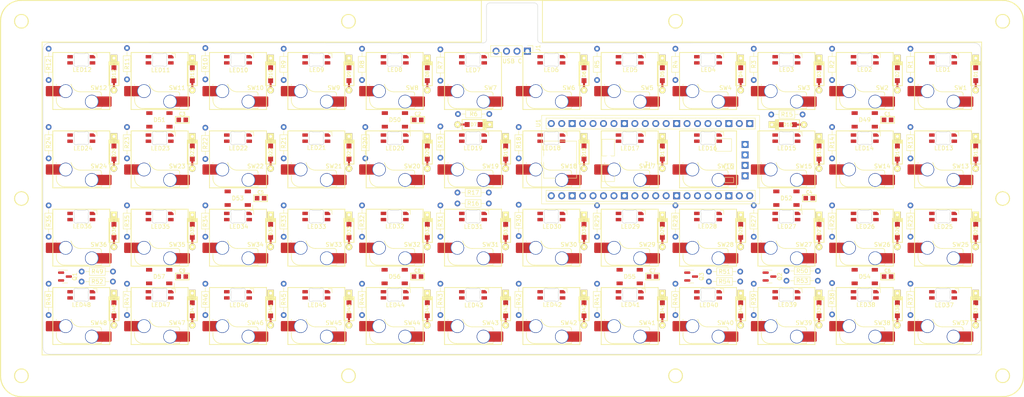
<source format=kicad_pcb>
(kicad_pcb (version 20211014) (generator pcbnew)
  (layers (0 "F.Cu" signal) (31 "B.Cu" signal) (34 "B.Paste" user) (35 "F.Paste" user) (36 "B.SilkS" user "B.Silkscreen") (37 "F.SilkS" user "F.Silkscreen") (38 "B.Mask" user) (39 "F.Mask" user) (44 "Edge.Cuts" user))
  (net 0 "")
  (net 1 "GND")
  (net 2 "VCC")
  (net 3 "Net-(D1-Pad2)")
  (net 4 "COL_0")
  (net 5 "Net-(D2-Pad2)")
  (net 6 "COL_1")
  (net 7 "Net-(D3-Pad2)")
  (net 8 "COL_2")
  (net 9 "Net-(D4-Pad2)")
  (net 10 "COL_3")
  (net 11 "Net-(D5-Pad2)")
  (net 12 "COL_4")
  (net 13 "Net-(D6-Pad2)")
  (net 14 "COL_5")
  (net 15 "Net-(D7-Pad2)")
  (net 16 "COL_6")
  (net 17 "Net-(D8-Pad2)")
  (net 18 "COL_7")
  (net 19 "Net-(D9-Pad2)")
  (net 20 "COL_8")
  (net 21 "Net-(D10-Pad2)")
  (net 22 "COL_9")
  (net 23 "Net-(D11-Pad2)")
  (net 24 "COL_10")
  (net 25 "Net-(D12-Pad2)")
  (net 26 "COL_11")
  (net 27 "Net-(D13-Pad2)")
  (net 28 "Net-(D14-Pad2)")
  (net 29 "Net-(D15-Pad2)")
  (net 30 "Net-(D16-Pad2)")
  (net 31 "Net-(D17-Pad2)")
  (net 32 "Net-(D18-Pad2)")
  (net 33 "Net-(D19-Pad2)")
  (net 34 "Net-(D20-Pad2)")
  (net 35 "Net-(D21-Pad2)")
  (net 36 "Net-(D22-Pad2)")
  (net 37 "Net-(D23-Pad2)")
  (net 38 "Net-(D24-Pad2)")
  (net 39 "Net-(D25-Pad2)")
  (net 40 "Net-(D26-Pad2)")
  (net 41 "Net-(D27-Pad2)")
  (net 42 "Net-(D28-Pad2)")
  (net 43 "Net-(D29-Pad2)")
  (net 44 "Net-(D30-Pad2)")
  (net 45 "Net-(D31-Pad2)")
  (net 46 "Net-(D32-Pad2)")
  (net 47 "Net-(D33-Pad2)")
  (net 48 "Net-(D34-Pad2)")
  (net 49 "Net-(D35-Pad2)")
  (net 50 "Net-(D36-Pad2)")
  (net 51 "Net-(D37-Pad2)")
  (net 52 "Net-(D38-Pad2)")
  (net 53 "Net-(D39-Pad2)")
  (net 54 "Net-(D40-Pad2)")
  (net 55 "Net-(D41-Pad2)")
  (net 56 "Net-(D42-Pad2)")
  (net 57 "Net-(D43-Pad2)")
  (net 58 "Net-(D44-Pad2)")
  (net 59 "Net-(D45-Pad2)")
  (net 60 "Net-(D46-Pad2)")
  (net 61 "Net-(D47-Pad2)")
  (net 62 "Net-(D48-Pad2)")
  (net 63 "Net-(D49-Pad2)")
  (net 64 "UNDERGLOW")
  (net 65 "Net-(D50-Pad2)")
  (net 66 "Net-(D51-Pad2)")
  (net 67 "Net-(D52-Pad2)")
  (net 68 "Net-(D53-Pad2)")
  (net 69 "Net-(D54-Pad2)")
  (net 70 "Net-(D55-Pad2)")
  (net 71 "Net-(D56-Pad2)")
  (net 73 "LED_G")
  (net 74 "LED_R")
  (net 75 "LED_B")
  (net 76 "Net-(LED1-Pad4)")
  (net 77 "Net-(LED2-Pad4)")
  (net 78 "Net-(LED3-Pad4)")
  (net 79 "Net-(LED4-Pad4)")
  (net 80 "Net-(LED5-Pad4)")
  (net 81 "Net-(LED6-Pad4)")
  (net 82 "Net-(LED7-Pad4)")
  (net 83 "Net-(LED8-Pad4)")
  (net 84 "Net-(LED9-Pad4)")
  (net 85 "Net-(LED10-Pad4)")
  (net 86 "Net-(LED11-Pad4)")
  (net 87 "Net-(LED12-Pad4)")
  (net 88 "Net-(LED13-Pad4)")
  (net 89 "Net-(LED14-Pad4)")
  (net 90 "Net-(LED15-Pad4)")
  (net 91 "Net-(LED16-Pad4)")
  (net 92 "Net-(LED17-Pad4)")
  (net 93 "Net-(LED18-Pad4)")
  (net 94 "Net-(LED19-Pad4)")
  (net 95 "Net-(LED20-Pad4)")
  (net 96 "Net-(LED21-Pad4)")
  (net 97 "Net-(LED22-Pad4)")
  (net 98 "Net-(LED23-Pad4)")
  (net 99 "Net-(LED24-Pad4)")
  (net 100 "Net-(LED25-Pad4)")
  (net 101 "Net-(LED26-Pad4)")
  (net 102 "Net-(LED27-Pad4)")
  (net 103 "Net-(LED28-Pad4)")
  (net 104 "Net-(LED29-Pad4)")
  (net 105 "Net-(LED30-Pad4)")
  (net 106 "Net-(LED31-Pad4)")
  (net 107 "Net-(LED32-Pad4)")
  (net 108 "Net-(LED33-Pad4)")
  (net 109 "Net-(LED34-Pad4)")
  (net 110 "Net-(LED35-Pad4)")
  (net 111 "Net-(LED36-Pad4)")
  (net 112 "Net-(LED37-Pad4)")
  (net 113 "Net-(LED38-Pad4)")
  (net 114 "Net-(LED39-Pad4)")
  (net 115 "Net-(LED40-Pad4)")
  (net 116 "Net-(LED41-Pad4)")
  (net 117 "Net-(LED42-Pad4)")
  (net 118 "Net-(LED43-Pad4)")
  (net 119 "Net-(LED44-Pad4)")
  (net 120 "Net-(LED45-Pad4)")
  (net 121 "Net-(LED46-Pad4)")
  (net 122 "Net-(LED47-Pad4)")
  (net 123 "Net-(LED48-Pad4)")
  (net 124 "Net-(Q1-Pad1)")
  (net 125 "Net-(Q2-Pad1)")
  (net 126 "Net-(Q3-Pad1)")
  (net 127 "BACKLIGHT_R")
  (net 128 "BACKLIGHT_G")
  (net 129 "BACKLIGHT_B")
  (net 130 "ROW_0")
  (net 131 "ROW_1")
  (net 132 "ROW_2")
  (net 133 "ROW_3")
  (net 177 "D-")
  (net 178 "D+")
  (footprint "marbastlib-mx:SW_MX_HS_1u" (layer "F.Cu") (at 197.64375 131.7625 180)
    (fp_text reference "SW40")
    (fp_text value "MX_SW_HS" hide)
  )
  (footprint "Resistor_THT:R_Axial_DIN0204_L3.6mm_D1.6mm_P7.62mm_Horizontal" (layer "F.Cu") (at 213.010255 82.828711)
    (fp_text reference "R15")
    (fp_text value "470")
  )
  (footprint "marbastlib-mx:SW_MX_HS_1u" (layer "F.Cu") (at 178.59375 131.7625 180)
    (fp_text reference "SW41")
    (fp_text value "MX_SW_HS" hide)
  )
  (footprint "keyboard_parts:D_SOD123_axial" (layer "F.Cu") (at 167.48125 111.125 -90)
    (fp_text reference "D30")
    (fp_text value "D" hide)
  )
  (footprint "marbastlib-mx:SW_MX_HS_1u" (layer "F.Cu") (at 235.74375 131.7625 180)
    (fp_text reference "SW38")
    (fp_text value "MX_SW_HS" hide)
  )
  (footprint "marbastlib-mx:SW_MX_HS_1u" (layer "F.Cu") (at 159.54375 131.7625 180)
    (fp_text reference "SW42")
    (fp_text value "MX_SW_HS" hide)
  )
  (footprint "keyboard_parts:D_SOD123_axial" (layer "F.Cu") (at 53.18125 73.025 -90)
    (fp_text reference "D12")
    (fp_text value "D" hide)
  )
  (footprint "marbastlib-mx:LED_MX_6028R" (layer "F.Cu") (at 254.79375 88.5825 180)
    (fp_text reference "LED13")
    (fp_text value "6028R" hide)
    (fp_line (start 1.699999 0.702841) (end 1.699999 -0.702843) (layer "Edge.Cuts") (width 0.1))
    (fp_line (start -1.699999 -0.702843) (end -1.699999 0.702841) (layer "Edge.Cuts") (width 0.1))
    (fp_line (start 0.794452 -1.5) (end -0.794453 -1.5) (layer "Edge.Cuts") (width 0.1))
    (fp_line (start -0.794452 1.499999) (end 0.794452 1.499999) (layer "Edge.Cuts") (width 0.1))
    (fp_arc (start 1.699999 -0.702843) (mid 1.712528 -0.814069) (end 1.749484 -0.919721) (layer "Edge.Cuts") (width 0.1))
    (fp_arc (start -0.794453 -1.5) (mid -0.925123 -1.517377) (end -1.046711 -1.568299) (layer "Edge.Cuts") (width 0.1))
    (fp_arc (start -1.046711 1.568298) (mid -1.638072 1.504034) (end -1.749484 0.919718) (layer "Edge.Cuts") (width 0.1))
    (fp_arc (start -1.749484 -0.919721) (mid -1.638071 -1.504036) (end -1.046711 -1.568299) (layer "Edge.Cuts") (width 0.1))
    (fp_arc (start -1.699999 0.702841) (mid -1.712527 0.814067) (end -1.749484 0.919719) (layer "Edge.Cuts") (width 0.1))
    (fp_arc (start 1.749484 0.919719) (mid 1.712519 0.814068) (end 1.699999 0.702842) (layer "Edge.Cuts") (width 0.1))
    (fp_arc (start 1.046711 -1.5683) (mid 1.638072 -1.504036) (end 1.749484 -0.919721) (layer "Edge.Cuts") (width 0.1))
    (fp_arc (start -1.046711 1.568298) (mid -0.925123 1.517376) (end -0.794452 1.499999) (layer "Edge.Cuts") (width 0.1))
    (fp_arc (start 1.046711 -1.5683) (mid 0.925123 -1.517378) (end 0.794453 -1.500001) (layer "Edge.Cuts") (width 0.1))
    (fp_arc (start 0.794452 1.499999) (mid 0.925122 1.517376) (end 1.04671 1.568298) (layer "Edge.Cuts") (width 0.1))
    (fp_arc (start 1.749484 0.919719) (mid 1.63807 1.504033) (end 1.046711 1.568296) (layer "Edge.Cuts") (width 0.1))
    (fp_arc (start -1.749484 -0.919721) (mid -1.712527 -0.814069) (end -1.699999 -0.702844) (layer "Edge.Cuts") (width 0.1))
  )
  (footprint "Resistor_THT:R_Axial_DIN0204_L3.6mm_D1.6mm_P7.62mm_Horizontal" (layer "F.Cu") (at 56.35625 123.98375 -90)
    (fp_text reference "R47")
    (fp_text value "470")
  )
  (footprint "Resistor_THT:R_Axial_DIN0204_L3.6mm_D1.6mm_P7.62mm_Horizontal" (layer "F.Cu") (at 37.30625 66.83375 -90)
    (fp_text reference "R12")
    (fp_text value "470")
  )
  (footprint "marbastlib-mx:LED_MX_6028R" (layer "F.Cu") (at 197.64375 69.5325 180)
    (fp_text reference "LED4")
    (fp_text value "6028R" hide)
    (fp_line (start 1.699999 0.702841) (end 1.699999 -0.702843) (layer "Edge.Cuts") (width 0.1))
    (fp_line (start -0.794452 1.499999) (end 0.794452 1.499999) (layer "Edge.Cuts") (width 0.1))
    (fp_line (start 0.794452 -1.5) (end -0.794453 -1.5) (layer "Edge.Cuts") (width 0.1))
    (fp_line (start -1.699999 -0.702843) (end -1.699999 0.702841) (layer "Edge.Cuts") (width 0.1))
    (fp_arc (start -1.046711 1.568298) (mid -0.925123 1.517376) (end -0.794452 1.499999) (layer "Edge.Cuts") (width 0.1))
    (fp_arc (start 1.046711 -1.5683) (mid 1.638072 -1.504036) (end 1.749484 -0.919721) (layer "Edge.Cuts") (width 0.1))
    (fp_arc (start -1.046711 1.568298) (mid -1.638072 1.504034) (end -1.749484 0.919718) (layer "Edge.Cuts") (width 0.1))
    (fp_arc (start 1.749484 0.919719) (mid 1.712519 0.814068) (end 1.699999 0.702842) (layer "Edge.Cuts") (width 0.1))
    (fp_arc (start -1.699999 0.702841) (mid -1.712527 0.814067) (end -1.749484 0.919719) (layer "Edge.Cuts") (width 0.1))
    (fp_arc (start 1.749484 0.919719) (mid 1.63807 1.504033) (end 1.046711 1.568296) (layer "Edge.Cuts") (width 0.1))
    (fp_arc (start 1.699999 -0.702843) (mid 1.712528 -0.814069) (end 1.749484 -0.919721) (layer "Edge.Cuts") (width 0.1))
    (fp_arc (start -1.749484 -0.919721) (mid -1.712527 -0.814069) (end -1.699999 -0.702844) (layer "Edge.Cuts") (width 0.1))
    (fp_arc (start -1.749484 -0.919721) (mid -1.638071 -1.504036) (end -1.046711 -1.568299) (layer "Edge.Cuts") (width 0.1))
    (fp_arc (start -0.794453 -1.5) (mid -0.925123 -1.517377) (end -1.046711 -1.568299) (layer "Edge.Cuts") (width 0.1))
    (fp_arc (start 1.046711 -1.5683) (mid 0.925123 -1.517378) (end 0.794453 -1.500001) (layer "Edge.Cuts") (width 0.1))
    (fp_arc (start 0.794452 1.499999) (mid 0.925122 1.517376) (end 1.04671 1.568298) (layer "Edge.Cuts") (width 0.1))
  )
  (footprint "marbastlib-mx:LED_MX_6028R" (layer "F.Cu") (at 45.24375 69.5325 180)
    (fp_text reference "LED12")
    (fp_text value "6028R" hide)
    (fp_line (start -0.794452 1.499999) (end 0.794452 1.499999) (layer "Edge.Cuts") (width 0.1))
    (fp_line (start -1.699999 -0.702843) (end -1.699999 0.702841) (layer "Edge.Cuts") (width 0.1))
    (fp_line (start 0.794452 -1.5) (end -0.794453 -1.5) (layer "Edge.Cuts") (width 0.1))
    (fp_line (start 1.699999 0.702841) (end 1.699999 -0.702843) (layer "Edge.Cuts") (width 0.1))
    (fp_arc (start 1.046711 -1.5683) (mid 1.638072 -1.504036) (end 1.749484 -0.919721) (layer "Edge.Cuts") (width 0.1))
    (fp_arc (start -1.046711 1.568298) (mid -1.638072 1.504034) (end -1.749484 0.919718) (layer "Edge.Cuts") (width 0.1))
    (fp_arc (start -1.749484 -0.919721) (mid -1.638071 -1.504036) (end -1.046711 -1.568299) (layer "Edge.Cuts") (width 0.1))
    (fp_arc (start 1.749484 0.919719) (mid 1.712519 0.814068) (end 1.699999 0.702842) (layer "Edge.Cuts") (width 0.1))
    (fp_arc (start -1.699999 0.702841) (mid -1.712527 0.814067) (end -1.749484 0.919719) (layer "Edge.Cuts") (width 0.1))
    (fp_arc (start 0.794452 1.499999) (mid 0.925122 1.517376) (end 1.04671 1.568298) (layer "Edge.Cuts") (width 0.1))
    (fp_arc (start 1.749484 0.919719) (mid 1.63807 1.504033) (end 1.046711 1.568296) (layer "Edge.Cuts") (width 0.1))
    (fp_arc (start -0.794453 -1.5) (mid -0.925123 -1.517377) (end -1.046711 -1.568299) (layer "Edge.Cuts") (width 0.1))
    (fp_arc (start -1.749484 -0.919721) (mid -1.712527 -0.814069) (end -1.699999 -0.702844) (layer "Edge.Cuts") (width 0.1))
    (fp_arc (start 1.699999 -0.702843) (mid 1.712528 -0.814069) (end 1.749484 -0.919721) (layer "Edge.Cuts") (width 0.1))
    (fp_arc (start -1.046711 1.568298) (mid -0.925123 1.517376) (end -0.794452 1.499999) (layer "Edge.Cuts") (width 0.1))
    (fp_arc (start 1.046711 -1.5683) (mid 0.925123 -1.517378) (end 0.794453 -1.500001) (layer "Edge.Cuts") (width 0.1))
  )
  (footprint "marbastlib-mx:SW_MX_HS_1u" (layer "F.Cu") (at 45.24375 93.6625 180)
    (fp_text reference "SW24")
    (fp_text value "MX_SW_HS" hide)
  )
  (footprint "keyboard_parts:D_SOD123_axial" (layer "F.Cu") (at 129.38125 73.025 -90)
    (fp_text reference "D8")
    (fp_text value "D" hide)
  )
  (footprint "marbastlib-mx:LED_MX_6028R" (layer "F.Cu") (at 45.24375 126.6825 180)
    (fp_text reference "LED48")
    (fp_text value "6028R" hide)
    (fp_line (start 1.699999 0.702841) (end 1.699999 -0.702843) (layer "Edge.Cuts") (width 0.1))
    (fp_line (start -1.699999 -0.702843) (end -1.699999 0.702841) (layer "Edge.Cuts") (width 0.1))
    (fp_line (start 0.794452 -1.5) (end -0.794453 -1.5) (layer "Edge.Cuts") (width 0.1))
    (fp_line (start -0.794452 1.499999) (end 0.794452 1.499999) (layer "Edge.Cuts") (width 0.1))
    (fp_arc (start -1.699999 0.702841) (mid -1.712527 0.814067) (end -1.749484 0.919719) (layer "Edge.Cuts") (width 0.1))
    (fp_arc (start 1.046711 -1.5683) (mid 0.925123 -1.517378) (end 0.794453 -1.500001) (layer "Edge.Cuts") (width 0.1))
    (fp_arc (start -1.749484 -0.919721) (mid -1.638071 -1.504036) (end -1.046711 -1.568299) (layer "Edge.Cuts") (width 0.1))
    (fp_arc (start -1.046711 1.568298) (mid -0.925123 1.517376) (end -0.794452 1.499999) (layer "Edge.Cuts") (width 0.1))
    (fp_arc (start 0.794452 1.499999) (mid 0.925122 1.517376) (end 1.04671 1.568298) (layer "Edge.Cuts") (width 0.1))
    (fp_arc (start 1.699999 -0.702843) (mid 1.712528 -0.814069) (end 1.749484 -0.919721) (layer "Edge.Cuts") (width 0.1))
    (fp_arc (start 1.046711 -1.5683) (mid 1.638072 -1.504036) (end 1.749484 -0.919721) (layer "Edge.Cuts") (width 0.1))
    (fp_arc (start -1.046711 1.568298) (mid -1.638072 1.504034) (end -1.749484 0.919718) (layer "Edge.Cuts") (width 0.1))
    (fp_arc (start -1.749484 -0.919721) (mid -1.712527 -0.814069) (end -1.699999 -0.702844) (layer "Edge.Cuts") (width 0.1))
    (fp_arc (start 1.749484 0.919719) (mid 1.712519 0.814068) (end 1.699999 0.702842) (layer "Edge.Cuts") (width 0.1))
    (fp_arc (start 1.749484 0.919719) (mid 1.63807 1.504033) (end 1.046711 1.568296) (layer "Edge.Cuts") (width 0.1))
    (fp_arc (start -0.794453 -1.5) (mid -0.925123 -1.517377) (end -1.046711 -1.568299) (layer "Edge.Cuts") (width 0.1))
  )
  (footprint "keyboard_parts:D_SOD123_axial" (layer "F.Cu") (at 140.645617 85.269502 180)
    (fp_text reference "D7")
    (fp_text value "D" hide)
  )
  (footprint "marbastlib-mx:LED_MX_6028R" (layer "F.Cu") (at 197.64375 107.6325 180)
    (fp_text reference "LED28")
    (fp_text value "6028R" hide)
    (fp_line (start 1.699999 0.702841) (end 1.699999 -0.702843) (layer "Edge.Cuts") (width 0.1))
    (fp_line (start -1.699999 -0.702843) (end -1.699999 0.702841) (layer "Edge.Cuts") (width 0.1))
    (fp_line (start 0.794452 -1.5) (end -0.794453 -1.5) (layer "Edge.Cuts") (width 0.1))
    (fp_line (start -0.794452 1.499999) (end 0.794452 1.499999) (layer "Edge.Cuts") (width 0.1))
    (fp_arc (start 1.046711 -1.5683) (mid 1.638072 -1.504036) (end 1.749484 -0.919721) (layer "Edge.Cuts") (width 0.1))
    (fp_arc (start 1.699999 -0.702843) (mid 1.712528 -0.814069) (end 1.749484 -0.919721) (layer "Edge.Cuts") (width 0.1))
    (fp_arc (start -1.046711 1.568298) (mid -0.925123 1.517376) (end -0.794452 1.499999) (layer "Edge.Cuts") (width 0.1))
    (fp_arc (start 0.794452 1.499999) (mid 0.925122 1.517376) (end 1.04671 1.568298) (layer "Edge.Cuts") (width 0.1))
    (fp_arc (start 1.749484 0.919719) (mid 1.712519 0.814068) (end 1.699999 0.702842) (layer "Edge.Cuts") (width 0.1))
    (fp_arc (start -1.749484 -0.919721) (mid -1.712527 -0.814069) (end -1.699999 -0.702844) (layer "Edge.Cuts") (width 0.1))
    (fp_arc (start 1.046711 -1.5683) (mid 0.925123 -1.517378) (end 0.794453 -1.500001) (layer "Edge.Cuts") (width 0.1))
    (fp_arc (start -0.794453 -1.5) (mid -0.925123 -1.517377) (end -1.046711 -1.568299) (layer "Edge.Cuts") (width 0.1))
    (fp_arc (start -1.699999 0.702841) (mid -1.712527 0.814067) (end -1.749484 0.919719) (layer "Edge.Cuts") (width 0.1))
    (fp_arc (start 1.749484 0.919719) (mid 1.63807 1.504033) (end 1.046711 1.568296) (layer "Edge.Cuts") (width 0.1))
    (fp_arc (start -1.749484 -0.919721) (mid -1.638071 -1.504036) (end -1.046711 -1.568299) (layer "Edge.Cuts") (width 0.1))
    (fp_arc (start -1.046711 1.568298) (mid -1.638072 1.504034) (end -1.749484 0.919718) (layer "Edge.Cuts") (width 0.1))
  )
  (footprint "marbastlib-mx:SW_MX_HS_1u" (layer "F.Cu") (at 45.24375 131.7625 180)
    (fp_text reference "SW48")
    (fp_text value "MX_SW_HS" hide)
  )
  (footprint "Resistor_THT:R_Axial_DIN0204_L3.6mm_D1.6mm_P7.62mm_Horizontal" (layer "F.Cu") (at 208.75625 66.83375 -90)
    (fp_text reference "R3")
    (fp_text value "470")
  )
  (footprint "marbastlib-mx:LED_MX_6028R" (layer "F.Cu") (at 216.69375 88.5825 180)
    (fp_text reference "LED15")
    (fp_text value "6028R" hide)
    (fp_line (start -0.794452 1.499999) (end 0.794452 1.499999) (layer "Edge.Cuts") (width 0.1))
    (fp_line (start -1.699999 -0.702843) (end -1.699999 0.702841) (layer "Edge.Cuts") (width 0.1))
    (fp_line (start 0.794452 -1.5) (end -0.794453 -1.5) (layer "Edge.Cuts") (width 0.1))
    (fp_line (start 1.699999 0.702841) (end 1.699999 -0.702843) (layer "Edge.Cuts") (width 0.1))
    (fp_arc (start 1.046711 -1.5683) (mid 1.638072 -1.504036) (end 1.749484 -0.919721) (layer "Edge.Cuts") (width 0.1))
    (fp_arc (start -0.794453 -1.5) (mid -0.925123 -1.517377) (end -1.046711 -1.568299) (layer "Edge.Cuts") (width 0.1))
    (fp_arc (start 1.046711 -1.5683) (mid 0.925123 -1.517378) (end 0.794453 -1.500001) (layer "Edge.Cuts") (width 0.1))
    (fp_arc (start -1.749484 -0.919721) (mid -1.712527 -0.814069) (end -1.699999 -0.702844) (layer "Edge.Cuts") (width 0.1))
    (fp_arc (start -1.749484 -0.919721) (mid -1.638071 -1.504036) (end -1.046711 -1.568299) (layer "Edge.Cuts") (width 0.1))
    (fp_arc (start -1.046711 1.568298) (mid -0.925123 1.517376) (end -0.794452 1.499999) (layer "Edge.Cuts") (width 0.1))
    (fp_arc (start -1.699999 0.702841) (mid -1.712527 0.814067) (end -1.749484 0.919719) (layer "Edge.Cuts") (width 0.1))
    (fp_arc (start 0.794452 1.499999) (mid 0.925122 1.517376) (end 1.04671 1.568298) (layer "Edge.Cuts") (width 0.1))
    (fp_arc (start 1.749484 0.919719) (mid 1.712519 0.814068) (end 1.699999 0.702842) (layer "Edge.Cuts") (width 0.1))
    (fp_arc (start 1.749484 0.919719) (mid 1.63807 1.504033) (end 1.046711 1.568296) (layer "Edge.Cuts") (width 0.1))
    (fp_arc (start -1.046711 1.568298) (mid -1.638072 1.504034) (end -1.749484 0.919718) (layer "Edge.Cuts") (width 0.1))
    (fp_arc (start 1.699999 -0.702843) (mid 1.712528 -0.814069) (end 1.749484 -0.919721) (layer "Edge.Cuts") (width 0.1))
  )
  (footprint "keyboard_parts:D_SOD123_axial" (layer "F.Cu") (at 110.33125 111.125 -90)
    (fp_text reference "D33")
    (fp_text value "D" hide)
  )
  (footprint "keyboard_parts:D_SOD123_axial" (layer "F.Cu") (at 186.53125 92.075 -90)
    (fp_text reference "D17")
    (fp_text value "D" hide)
  )
  (footprint "Resistor_THT:R_Axial_DIN0204_L3.6mm_D1.6mm_P7.62mm_Horizontal" (layer "F.Cu") (at 52.931086 123.459376 180)
    (fp_text reference "R52")
    (fp_text value "10k")
  )
  (footprint "Resistor_THT:R_Axial_DIN0204_L3.6mm_D1.6mm_P7.62mm_Horizontal" (layer "F.Cu") (at 246.85625 123.98375 -90)
    (fp_text reference "R37")
    (fp_text value "470")
  )
  (footprint "marbastlib-mx:SW_MX_HS_1u" (layer "F.Cu") (at 254.79375 93.6625 180)
    (fp_text reference "SW13")
    (fp_text value "MX_SW_HS" hide)
  )
  (footprint "marbastlib-mx:LED_MX_6028R" (layer "F.Cu") (at 121.44375 88.5825 180)
    (fp_text reference "LED20")
    (fp_text value "6028R" hide)
    (fp_line (start -1.699999 -0.702843) (end -1.699999 0.702841) (layer "Edge.Cuts") (width 0.1))
    (fp_line (start 0.794452 -1.5) (end -0.794453 -1.5) (layer "Edge.Cuts") (width 0.1))
    (fp_line (start 1.699999 0.702841) (end 1.699999 -0.702843) (layer "Edge.Cuts") (width 0.1))
    (fp_line (start -0.794452 1.499999) (end 0.794452 1.499999) (layer "Edge.Cuts") (width 0.1))
    (fp_arc (start 1.749484 0.919719) (mid 1.63807 1.504033) (end 1.046711 1.568296) (layer "Edge.Cuts") (width 0.1))
    (fp_arc (start -1.699999 0.702841) (mid -1.712527 0.814067) (end -1.749484 0.919719) (layer "Edge.Cuts") (width 0.1))
    (fp_arc (start -0.794453 -1.5) (mid -0.925123 -1.517377) (end -1.046711 -1.568299) (layer "Edge.Cuts") (width 0.1))
    (fp_arc (start -1.749484 -0.919721) (mid -1.712527 -0.814069) (end -1.699999 -0.702844) (layer "Edge.Cuts") (width 0.1))
    (fp_arc (start 1.749484 0.919719) (mid 1.712519 0.814068) (end 1.699999 0.702842) (layer "Edge.Cuts") (width 0.1))
    (fp_arc (start 1.046711 -1.5683) (mid 0.925123 -1.517378) (end 0.794453 -1.500001) (layer "Edge.Cuts") (width 0.1))
    (fp_arc (start -1.749484 -0.919721) (mid -1.638071 -1.504036) (end -1.046711 -1.568299) (layer "Edge.Cuts") (width 0.1))
    (fp_arc (start 1.046711 -1.5683) (mid 1.638072 -1.504036) (end 1.749484 -0.919721) (layer "Edge.Cuts") (width 0.1))
    (fp_arc (start 0.794452 1.499999) (mid 0.925122 1.517376) (end 1.04671 1.568298) (layer "Edge.Cuts") (width 0.1))
    (fp_arc (start -1.046711 1.568298) (mid -1.638072 1.504034) (end -1.749484 0.919718) (layer "Edge.Cuts") (width 0.1))
    (fp_arc (start -1.046711 1.568298) (mid -0.925123 1.517376) (end -0.794452 1.499999) (layer "Edge.Cuts") (width 0.1))
    (fp_arc (start 1.699999 -0.702843) (mid 1.712528 -0.814069) (end 1.749484 -0.919721) (layer "Edge.Cuts") (width 0.1))
  )
  (footprint "keyboard_parts:D_SOD123_axial" (layer "F.Cu") (at 148.43125 92.075 -90)
    (fp_text reference "D19")
    (fp_text value "D" hide)
  )
  (footprint "Resistor_THT:R_Axial_DIN0204_L3.6mm_D1.6mm_P7.62mm_Horizontal" (layer "F.Cu") (at 94.45625 85.88375 -90)
    (fp_text reference "R21")
    (fp_text value "470")
  )
  (footprint "Resistor_THT:R_Axial_DIN0204_L3.6mm_D1.6mm_P7.62mm_Horizontal" (layer "F.Cu") (at 227.80625 85.88375 -90)
    (fp_text reference "R14")
    (fp_text value "470")
  )
  (footprint "keyboard_parts:D_SOD123_axial" (layer "F.Cu") (at 224.63125 130.175 -90)
    (fp_text reference "D39")
    (fp_text value "D" hide)
  )
  (footprint "Resistor_THT:R_Axial_DIN0204_L3.6mm_D1.6mm_P7.62mm_Horizontal" (layer "F.Cu") (at 151.60625 85.88375 -90)
    (fp_text reference "R18")
    (fp_text value "470")
  )
  (footprint "keyboard_parts:D_SOD123_axial" (layer "F.Cu") (at 205.58125 111.125 -90)
    (fp_text reference "D28")
    (fp_text value "D" hide)
  )
  (footprint "marbastlib-mx:LED_MX_6028R" (layer "F.Cu") (at 235.74375 69.5325 180)
    (fp_text reference "LED2")
    (fp_text value "6028R" hide)
    (fp_line (start 1.699999 0.702841) (end 1.699999 -0.702843) (layer "Edge.Cuts") (width 0.1))
    (fp_line (start 0.794452 -1.5) (end -0.794453 -1.5) (layer "Edge.Cuts") (width 0.1))
    (fp_line (start -0.794452 1.499999) (end 0.794452 1.499999) (layer "Edge.Cuts") (width 0.1))
    (fp_line (start -1.699999 -0.702843) (end -1.699999 0.702841) (layer "Edge.Cuts") (width 0.1))
    (fp_arc (start 0.794452 1.499999) (mid 0.925122 1.517376) (end 1.04671 1.568298) (layer "Edge.Cuts") (width 0.1))
    (fp_arc (start 1.749484 0.919719) (mid 1.712519 0.814068) (end 1.699999 0.702842) (layer "Edge.Cuts") (width 0.1))
    (fp_arc (start -1.046711 1.568298) (mid -1.638072 1.504034) (end -1.749484 0.919718) (layer "Edge.Cuts") (width 0.1))
    (fp_arc (start 1.699999 -0.702843) (mid 1.712528 -0.814069) (end 1.749484 -0.919721) (layer "Edge.Cuts") (width 0.1))
    (fp_arc (start -0.794453 -1.5) (mid -0.925123 -1.517377) (end -1.046711 -1.568299) (layer "Edge.Cuts") (width 0.1))
    (fp_arc (start 1.046711 -1.5683) (mid 1.638072 -1.504036) (end 1.749484 -0.919721) (layer "Edge.Cuts") (width 0.1))
    (fp_arc (start -1.699999 0.702841) (mid -1.712527 0.814067) (end -1.749484 0.919719) (layer "Edge.Cuts") (width 0.1))
    (fp_arc (start 1.046711 -1.5683) (mid 0.925123 -1.517378) (end 0.794453 -1.500001) (layer "Edge.Cuts") (width 0.1))
    (fp_arc (start -1.749484 -0.919721) (mid -1.712527 -0.814069) (end -1.699999 -0.702844) (layer "Edge.Cuts") (width 0.1))
    (fp_arc (start -1.749484 -0.919721) (mid -1.638071 -1.504036) (end -1.046711 -1.568299) (layer "Edge.Cuts") (width 0.1))
    (fp_arc (start -1.046711 1.568298) (mid -0.925123 1.517376) (end -0.794452 1.499999) (layer "Edge.Cuts") (width 0.1))
    (fp_arc (start 1.749484 0.919719) (mid 1.63807 1.504033) (end 1.046711 1.568296) (layer "Edge.Cuts") (width 0.1))
  )
  (footprint "keyboard_parts:D_SOD123_axial" (layer "F.Cu") (at 72.23125 92.075 -90)
    (fp_text reference "D23")
    (fp_text value "D" hide)
  )
  (footprint "marbastlib-mx:LED_MX_6028R" (layer "F.Cu") (at 83.34375 107.6325 180)
    (fp_text reference "LED34")
    (fp_text value "6028R" hide)
    (fp_line (start -0.794452 1.499999) (end 0.794452 1.499999) (layer "Edge.Cuts") (width 0.1))
    (fp_line (start -1.699999 -0.702843) (end -1.699999 0.702841) (layer "Edge.Cuts") (width 0.1))
    (fp_line (start 1.699999 0.702841) (end 1.699999 -0.702843) (layer "Edge.Cuts") (width 0.1))
    (fp_line (start 0.794452 -1.5) (end -0.794453 -1.5) (layer "Edge.Cuts") (width 0.1))
    (fp_arc (start -1.749484 -0.919721) (mid -1.638071 -1.504036) (end -1.046711 -1.568299) (layer "Edge.Cuts") (width 0.1))
    (fp_arc (start 1.749484 0.919719) (mid 1.712519 0.814068) (end 1.699999 0.702842) (layer "Edge.Cuts") (width 0.1))
    (fp_arc (start 1.046711 -1.5683) (mid 1.638072 -1.504036) (end 1.749484 -0.919721) (layer "Edge.Cuts") (width 0.1))
    (fp_arc (start 1.046711 -1.5683) (mid 0.925123 -1.517378) (end 0.794453 -1.500001) (layer "Edge.Cuts") (width 0.1))
    (fp_arc (start -1.046711 1.568298) (mid -1.638072 1.504034) (end -1.749484 0.919718) (layer "Edge.Cuts") (width 0.1))
    (fp_arc (start 1.749484 0.919719) (mid 1.63807 1.504033) (end 1.046711 1.568296) (layer "Edge.Cuts") (width 0.1))
    (fp_arc (start 1.699999 -0.702843) (mid 1.712528 -0.814069) (end 1.749484 -0.919721) (layer "Edge.Cuts") (width 0.1))
    (fp_arc (start -1.699999 0.702841) (mid -1.712527 0.814067) (end -1.749484 0.919719) (layer "Edge.Cuts") (width 0.1))
    (fp_arc (start -1.749484 -0.919721) (mid -1.712527 -0.814069) (end -1.699999 -0.702844) (layer "Edge.Cuts") (width 0.1))
    (fp_arc (start -0.794453 -1.5) (mid -0.925123 -1.517377) (end -1.046711 -1.568299) (layer "Edge.Cuts") (width 0.1))
    (fp_arc (start 0.794452 1.499999) (mid 0.925122 1.517376) (end 1.04671 1.568298) (layer "Edge.Cuts") (width 0.1))
    (fp_arc (start -1.046711 1.568298) (mid -0.925123 1.517376) (end -0.794452 1.499999) (layer "Edge.Cuts") (width 0.1))
  )
  (footprint "Package_TO_SOT_SMD:SOT-23" (layer "F.Cu") (at 193.53125 122.2375)
    (fp_text reference "Q3")
    (fp_text value "2N7002")
  )
  (footprint "marbastlib-mx:LED_MX_6028R" (layer "F.Cu") (at 121.44375 126.6825 180)
    (fp_text reference "LED44")
    (fp_text value "6028R" hide)
    (fp_line (start 1.699999 0.702841) (end 1.699999 -0.702843) (layer "Edge.Cuts") (width 0.1))
    (fp_line (start -0.794452 1.499999) (end 0.794452 1.499999) (layer "Edge.Cuts") (width 0.1))
    (fp_line (start -1.699999 -0.702843) (end -1.699999 0.702841) (layer "Edge.Cuts") (width 0.1))
    (fp_line (start 0.794452 -1.5) (end -0.794453 -1.5) (layer "Edge.Cuts") (width 0.1))
    (fp_arc (start -0.794453 -1.5) (mid -0.925123 -1.517377) (end -1.046711 -1.568299) (layer "Edge.Cuts") (width 0.1))
    (fp_arc (start -1.749484 -0.919721) (mid -1.712527 -0.814069) (end -1.699999 -0.702844) (layer "Edge.Cuts") (width 0.1))
    (fp_arc (start -1.046711 1.568298) (mid -1.638072 1.504034) (end -1.749484 0.919718) (layer "Edge.Cuts") (width 0.1))
    (fp_arc (start 1.046711 -1.5683) (mid 1.638072 -1.504036) (end 1.749484 -0.919721) (layer "Edge.Cuts") (width 0.1))
    (fp_arc (start 1.699999 -0.702843) (mid 1.712528 -0.814069) (end 1.749484 -0.919721) (layer "Edge.Cuts") (width 0.1))
    (fp_arc (start -1.046711 1.568298) (mid -0.925123 1.517376) (end -0.794452 1.499999) (layer "Edge.Cuts") (width 0.1))
    (fp_arc (start -1.699999 0.702841) (mid -1.712527 0.814067) (end -1.749484 0.919719) (layer "Edge.Cuts") (width 0.1))
    (fp_arc (start 1.749484 0.919719) (mid 1.63807 1.504033) (end 1.046711 1.568296) (layer "Edge.Cuts") (width 0.1))
    (fp_arc (start 1.749484 0.919719) (mid 1.712519 0.814068) (end 1.699999 0.702842) (layer "Edge.Cuts") (width 0.1))
    (fp_arc (start 1.046711 -1.5683) (mid 0.925123 -1.517378) (end 0.794453 -1.500001) (layer "Edge.Cuts") (width 0.1))
    (fp_arc (start -1.749484 -0.919721) (mid -1.638071 -1.504036) (end -1.046711 -1.568299) (layer "Edge.Cuts") (width 0.1))
    (fp_arc (start 0.794452 1.499999) (mid 0.925122 1.517376) (end 1.04671 1.568298) (layer "Edge.Cuts") (width 0.1))
  )
  (footprint "marbastlib-mx:LED_MX_6028R" (layer "F.Cu") (at 140.49375 126.6825 180)
    (fp_text reference "LED43")
    (fp_text value "6028R" hide)
    (fp_line (start -1.699999 -0.702843) (end -1.699999 0.702841) (layer "Edge.Cuts") (width 0.1))
    (fp_line (start -0.794452 1.499999) (end 0.794452 1.499999) (layer "Edge.Cuts") (width 0.1))
    (fp_line (start 1.699999 0.702841) (end 1.699999 -0.702843) (layer "Edge.Cuts") (width 0.1))
    (fp_line (start 0.794452 -1.5) (end -0.794453 -1.5) (layer "Edge.Cuts") (width 0.1))
    (fp_arc (start -0.794453 -1.5) (mid -0.925123 -1.517377) (end -1.046711 -1.568299) (layer "Edge.Cuts") (width 0.1))
    (fp_arc (start 1.749484 0.919719) (mid 1.63807 1.504033) (end 1.046711 1.568296) (layer "Edge.Cuts") (width 0.1))
    (fp_arc (start -1.046711 1.568298) (mid -1.638072 1.504034) (end -1.749484 0.919718) (layer "Edge.Cuts") (width 0.1))
    (fp_arc (start -1.046711 1.568298) (mid -0.925123 1.517376) (end -0.794452 1.499999) (layer "Edge.Cuts") (width 0.1))
    (fp_arc (start 1.699999 -0.702843) (mid 1.712528 -0.814069) (end 1.749484 -0.919721) (layer "Edge.Cuts") (width 0.1))
    (fp_arc (start 1.046711 -1.5683) (mid 0.925123 -1.517378) (end 0.794453 -1.500001) (layer "Edge.Cuts") (width 0.1))
    (fp_arc (start -1.699999 0.702841) (mid -1.712527 0.814067) (end -1.749484 0.919719) (layer "Edge.Cuts") (width 0.1))
    (fp_arc (start 1.749484 0.919719) (mid 1.712519 0.814068) (end 1.699999 0.702842) (layer "Edge.Cuts") (width 0.1))
    (fp_arc (start 1.046711 -1.5683) (mid 1.638072 -1.504036) (end 1.749484 -0.919721) (layer "Edge.Cuts") (width 0.1))
    (fp_arc (start -1.749484 -0.919721) (mid -1.638071 -1.504036) (end -1.046711 -1.568299) (layer "Edge.Cuts") (width 0.1))
    (fp_arc (start 0.794452 1.499999) (mid 0.925122 1.517376) (end 1.04671 1.568298) (layer "Edge.Cuts") (width 0.1))
    (fp_arc (start -1.749484 -0.919721) (mid -1.712527 -0.814069) (end -1.699999 -0.702844) (layer "Edge.Cuts") (width 0.1))
  )
  (footprint "marbastlib-mx:SW_MX_HS_1u" (layer "F.Cu") (at 83.34375 93.6625 180)
    (fp_text reference "SW22")
    (fp_text value "MX_SW_HS" hide)
  )
  (footprint "Resistor_THT:R_Axial_DIN0204_L3.6mm_D1.6mm_P7.62mm_Horizontal" (layer "F.Cu") (at 75.40625 123.98375 -90)
    (fp_text reference "R46")
    (fp_text value "470")
  )
  (footprint "marbastlib-mx:SW_MX_HS_1u" (layer "F.Cu") (at 140.49375 74.6125 180)
    (fp_text reference "SW7")
    (fp_text value "MX_SW_HS" hide)
  )
  (footprint "marbastlib-mx:SW_MX_HS_1u" (layer "F.Cu") (at 235.74375 112.7125 180)
    (fp_text reference "SW26")
    (fp_text value "MX_SW_HS" hide)
  )
  (footprint "LED_SMD:LED_WS2812B_PLCC4_5.0x5.0mm_P3.2mm" (layer "F.Cu") (at 121.44375 122.2375)
    (fp_text reference "D56")
    (fp_text value "WS2812B")
  )
  (footprint "keyboard_parts:C_1608" (layer "F.Cu") (at 241.3 122.2375)
    (fp_text reference "C6")
    (fp_text value "100nF")
  )
  (footprint "keyboard_parts:D_SOD123_axial" (layer "F.Cu") (at 243.68125 92.075 -90)
    (fp_text reference "D14")
    (fp_text value "D" hide)
  )
  (footprint "LED_SMD:LED_WS2812B_PLCC4_5.0x5.0mm_P3.2mm" (layer "F.Cu") (at 235.74375 84.1375)
    (fp_text reference "D49")
    (fp_text value "WS2812B")
  )
  (footprint "marbastlib-mx:LED_MX_6028R" (layer "F.Cu") (at 178.59375 88.5825 180)
    (fp_text reference "LED17")
    (fp_text value "6028R" hide)
    (fp_line (start 0.794452 -1.5) (end -0.794453 -1.5) (layer "Edge.Cuts") (width 0.1))
    (fp_line (start -1.699999 -0.702843) (end -1.699999 0.702841) (layer "Edge.Cuts") (width 0.1))
    (fp_line (start 1.699999 0.702841) (end 1.699999 -0.702843) (layer "Edge.Cuts") (width 0.1))
    (fp_line (start -0.794452 1.499999) (end 0.794452 1.499999) (layer "Edge.Cuts") (width 0.1))
    (fp_arc (start 1.699999 -0.702843) (mid 1.712528 -0.814069) (end 1.749484 -0.919721) (layer "Edge.Cuts") (width 0.1))
    (fp_arc (start -1.046711 1.568298) (mid -1.638072 1.504034) (end -1.749484 0.919718) (layer "Edge.Cuts") (width 0.1))
    (fp_arc (start -1.749484 -0.919721) (mid -1.638071 -1.504036) (end -1.046711 -1.568299) (layer "Edge.Cuts") (width 0.1))
    (fp_arc (start 0.794452 1.499999) (mid 0.925122 1.517376) (end 1.04671 1.568298) (layer "Edge.Cuts") (width 0.1))
    (fp_arc (start 1.749484 0.919719) (mid 1.712519 0.814068) (end 1.699999 0.702842) (layer "Edge.Cuts") (width 0.1))
    (fp_arc (start -1.749484 -0.919721) (mid -1.712527 -0.814069) (end -1.699999 -0.702844) (layer "Edge.Cuts") (width 0.1))
    (fp_arc (start 1.046711 -1.5683) (mid 0.925123 -1.517378) (end 0.794453 -1.500001) (layer "Edge.Cuts") (width 0.1))
    (fp_arc (start 1.046711 -1.5683) (mid 1.638072 -1.504036) (end 1.749484 -0.919721) (layer "Edge.Cuts") (width 0.1))
    (fp_arc (start 1.749484 0.919719) (mid 1.63807 1.504033) (end 1.046711 1.568296) (layer "Edge.Cuts") (width 0.1))
    (fp_arc (start -1.046711 1.568298) (mid -0.925123 1.517376) (end -0.794452 1.499999) (layer "Edge.Cuts") (width 0.1))
    (fp_arc (start -0.794453 -1.5) (mid -0.925123 -1.517377) (end -1.046711 -1.568299) (layer "Edge.Cuts") (width 0.1))
    (fp_arc (start -1.699999 0.702841) (mid -1.712527 0.814067) (end -1.749484 0.919719) (layer "Edge.Cuts") (width 0.1))
  )
  (footprint "marbastlib-mx:SW_MX_HS_1u" (layer "F.Cu") (at 178.59375 74.6125 180)
    (fp_text reference "SW5")
    (fp_text value "MX_SW_HS" hide)
  )
  (footprint "marbastlib-mx:SW_MX_HS_1u" (layer "F.Cu") (at 140.49375 131.7625 180)
    (fp_text reference "SW43")
    (fp_text value "MX_SW_HS" hide)
  )
  (footprint "keyboard_parts:D_SOD123_axial" (layer "F.Cu") (at 148.43125 130.175 -90)
    (fp_text reference "D43")
    (fp_text value "D" hide)
  )
  (footprint "marbastlib-mx:SW_MX_HS_1u" (layer "F.Cu") (at 83.34375 74.6125 180)
    (fp_text reference "SW10")
    (fp_text value "MX_SW_HS" hide)
  )
  (footprint "marbastlib-mx:LED_MX_6028R" (layer "F.Cu") (at 64.29375 107.6325 180)
    (fp_text reference "LED35")
    (fp_text value "6028R" hide)
    (fp_line (start 1.699999 0.702841) (end 1.699999 -0.702843) (layer "Edge.Cuts") (width 0.1))
    (fp_line (start -1.699999 -0.702843) (end -1.699999 0.702841) (layer "Edge.Cuts") (width 0.1))
    (fp_line (start -0.794452 1.499999) (end 0.794452 1.499999) (layer "Edge.Cuts") (width 0.1))
    (fp_line (start 0.794452 -1.5) (end -0.794453 -1.5) (layer "Edge.Cuts") (width 0.1))
    (fp_arc (start -1.749484 -0.919721) (mid -1.638071 -1.504036) (end -1.046711 -1.568299) (layer "Edge.Cuts") (width 0.1))
    (fp_arc (start 0.794452 1.499999) (mid 0.925122 1.517376) (end 1.04671 1.568298) (layer "Edge.Cuts") (width 0.1))
    (fp_arc (start -1.749484 -0.919721) (mid -1.712527 -0.814069) (end -1.699999 -0.702844) (layer "Edge.Cuts") (width 0.1))
    (fp_arc (start 1.699999 -0.702843) (mid 1.712528 -0.814069) (end 1.749484 -0.919721) (layer "Edge.Cuts") (width 0.1))
    (fp_arc (start 1.046711 -1.5683) (mid 0.925123 -1.517378) (end 0.794453 -1.500001) (layer "Edge.Cuts") (width 0.1))
    (fp_arc (start 1.749484 0.919719) (mid 1.712519 0.814068) (end 1.699999 0.702842) (layer "Edge.Cuts") (width 0.1))
    (fp_arc (start 1.749484 0.919719) (mid 1.63807 1.504033) (end 1.046711 1.568296) (layer "Edge.Cuts") (width 0.1))
    (fp_arc (start -1.046711 1.568298) (mid -0.925123 1.517376) (end -0.794452 1.499999) (layer "Edge.Cuts") (width 0.1))
    (fp_arc (start -1.046711 1.568298) (mid -1.638072 1.504034) (end -1.749484 0.919718) (layer "Edge.Cuts") (width 0.1))
    (fp_arc (start -0.794453 -1.5) (mid -0.925123 -1.517377) (end -1.046711 -1.568299) (layer "Edge.Cuts") (width 0.1))
    (fp_arc (start -1.699999 0.702841) (mid -1.712527 0.814067) (end -1.749484 0.919719) (layer "Edge.Cuts") (width 0.1))
    (fp_arc (start 1.046711 -1.5683) (mid 1.638072 -1.504036) (end 1.749484 -0.919721) (layer "Edge.Cuts") (width 0.1))
  )
  (footprint "Resistor_THT:R_Axial_DIN0204_L3.6mm_D1.6mm_P7.62mm_Horizontal" (layer "F.Cu") (at 56.35625 66.675 -90)
    (fp_text reference "R11")
    (fp_text value "470")
  )
  (footprint "keyboard_parts:D_SOD123_axial" (layer "F.Cu") (at 53.18125 92.075 -90)
    (fp_text reference "D24")
    (fp_text value "D" hide)
  )
  (footprint "keyboard_parts:D_SOD123_axial" (layer "F.Cu") (at 110.33125 92.075 -90)
    (fp_text reference "D21")
    (fp_text value "D" hide)
  )
  (footprint "marbastlib-mx:LED_MX_6028R" (layer "F.Cu") (at 159.54375 107.6325 180)
    (fp_text reference "LED30")
    (fp_text value "6028R" hide)
    (fp_line (start -0.794452 1.499999) (end 0.794452 1.499999) (layer "Edge.Cuts") (width 0.1))
    (fp_line (start 1.699999 0.702841) (end 1.699999 -0.702843) (layer "Edge.Cuts") (width 0.1))
    (fp_line (start 0.794452 -1.5) (end -0.794453 -1.5) (layer "Edge.Cuts") (width 0.1))
    (fp_line (start -1.699999 -0.702843) (end -1.699999 0.702841) (layer "Edge.Cuts") (width 0.1))
    (fp_arc (start -1.046711 1.568298) (mid -1.638072 1.504034) (end -1.749484 0.919718) (layer "Edge.Cuts") (width 0.1))
    (fp_arc (start 1.699999 -0.702843) (mid 1.712528 -0.814069) (end 1.749484 -0.919721) (layer "Edge.Cuts") (width 0.1))
    (fp_arc (start 1.046711 -1.5683) (mid 1.638072 -1.504036) (end 1.749484 -0.919721) (layer "Edge.Cuts") (width 0.1))
    (fp_arc (start -1.749484 -0.919721) (mid -1.638071 -1.504036) (end -1.046711 -1.568299) (layer "Edge.Cuts") (width 0.1))
    (fp_arc (start 0.794452 1.499999) (mid 0.925122 1.517376) (end 1.04671 1.568298) (layer "Edge.Cuts") (width 0.1))
    (fp_arc (start -1.046711 1.568298) (mid -0.925123 1.517376) (end -0.794452 1.499999) (layer "Edge.Cuts") (width 0.1))
    (fp_arc (start 1.749484 0.919719) (mid 1.63807 1.504033) (end 1.046711 1.568296) (layer "Edge.Cuts") (width 0.1))
    (fp_arc (start -0.794453 -1.5) (mid -0.925123 -1.517377) (end -1.046711 -1.568299) (layer "Edge.Cuts") (width 0.1))
    (fp_arc (start -1.749484 -0.919721) (mid -1.712527 -0.814069) (end -1.699999 -0.702844) (layer "Edge.Cuts") (width 0.1))
    (fp_arc (start 1.749484 0.919719) (mid 1.712519 0.814068) (end 1.699999 0.702842) (layer "Edge.Cuts") (width 0.1))
    (fp_arc (start 1.046711 -1.5683) (mid 0.925123 -1.517378) (end 0.794453 -1.500001) (layer "Edge.Cuts") (width 0.1))
    (fp_arc (start -1.699999 0.702841) (mid -1.712527 0.814067) (end -1.749484 0.919719) (layer "Edge.Cuts") (width 0.1))
  )
  (footprint "keyboard_parts:D_SOD123_axial" (layer "F.Cu") (at 262.73125 111.125 -90)
    (fp_text reference "D25")
    (fp_text value "D" hide)
  )
  (footprint "keyboard_parts:D_SOD123_axial" (layer "F.Cu") (at 186.53125 73.025 -90)
    (fp_text reference "D5")
    (fp_text value "D" hide)
  )
  (footprint "keyboard_parts:D_SOD123_axial" (layer "F.Cu") (at 186.53125 111.125 -90)
    (fp_text reference "D29")
    (fp_text value "D" hide)
  )
  (footprint "marbastlib-mx:SW_MX_HS_1u" (layer "F.Cu") (at 140.49375 112.7125 180)
    (fp_text reference "SW31")
    (fp_text value "MX_SW_HS" hide)
  )
  (footprint "Resistor_THT:R_Axial_DIN0204_L3.6mm_D1.6mm_P7.62mm_Horizontal" (layer "F.Cu") (at 205.46803 121.029484 180)
    (fp_text reference "R51")
    (fp_text value "470")
  )
  (footprint "marbastlib-mx:LED_MX_6028R" (layer "F.Cu") (at 64.29375 126.6825 180)
    (fp_text reference "LED47")
    (fp_text value "6028R" hide)
    (fp_line (start -0.794452 1.499999) (end 0.794452 1.499999) (layer "Edge.Cuts") (width 0.1))
    (fp_line (start 0.794452 -1.5) (end -0.794453 -1.5) (layer "Edge.Cuts") (width 0.1))
    (fp_line (start -1.699999 -0.702843) (end -1.699999 0.702841) (layer "Edge.Cuts") (width 0.1))
    (fp_line (start 1.699999 0.702841) (end 1.699999 -0.702843) (layer "Edge.Cuts") (width 0.1))
    (fp_arc (start -0.794453 -1.5) (mid -0.925123 -1.517377) (end -1.046711 -1.568299) (layer "Edge.Cuts") (width 0.1))
    (fp_arc (start 1.749484 0.919719) (mid 1.63807 1.504033) (end 1.046711 1.568296) (layer "Edge.Cuts") (width 0.1))
    (fp_arc (start -1.046711 1.568298) (mid -1.638072 1.504034) (end -1.749484 0.919718) (layer "Edge.Cuts") (width 0.1))
    (fp_arc (start -1.749484 -0.919721) (mid -1.638071 -1.504036) (end -1.046711 -1.568299) (layer "Edge.Cuts") (width 0.1))
    (fp_arc (start 1.699999 -0.702843) (mid 1.712528 -0.814069) (end 1.749484 -0.919721) (layer "Edge.Cuts") (width 0.1))
    (fp_arc (start 1.046711 -1.5683) (mid 0.925123 -1.517378) (end 0.794453 -1.500001) (layer "Edge.Cuts") (width 0.1))
    (fp_arc (start 1.749484 0.919719) (mid 1.712519 0.814068) (end 1.699999 0.702842) (layer "Edge.Cuts") (width 0.1))
    (fp_arc (start -1.749484 -0.919721) (mid -1.712527 -0.814069) (end -1.699999 -0.702844) (layer "Edge.Cuts") (width 0.1))
    (fp_arc (start 0.794452 1.499999) (mid 0.925122 1.517376) (end 1.04671 1.568298) (layer "Edge.Cuts") (width 0.1))
    (fp_arc (start 1.046711 -1.5683) (mid 1.638072 -1.504036) (end 1.749484 -0.919721) (layer "Edge.Cuts") (width 0.1))
    (fp_arc (start -1.699999 0.702841) (mid -1.712527 0.814067) (end -1.749484 0.919719) (layer "Edge.Cuts") (width 0.1))
    (fp_arc (start -1.046711 1.568298) (mid -0.925123 1.517376) (end -0.794452 1.499999) (layer "Edge.Cuts") (width 0.1))
  )
  (footprint "marbastlib-mx:SW_MX_HS_1u" (layer "F.Cu") (at 216.69375 131.7625 180)
    (fp_text reference "SW39")
    (fp_text value "MX_SW_HS" hide)
  )
  (footprint "keyboard_parts:D_SOD123_axial" (layer "F.Cu") (at 224.63125 111.125 -90)
    (fp_text reference "D27")
    (fp_text value "D" hide)
  )
  (footprint "marbastlib-mx:SW_MX_HS_1u" (layer "F.Cu") (at 235.74375 74.6125 180)
    (fp_text reference "SW2")
    (fp_text value "MX_SW_HS" hide)
  )
  (footprint "marbastlib-mx:LED_MX_6028R" (layer "F.Cu") (at 197.64375 88.5825 180)
    (fp_text reference "LED16")
    (fp_text value "6028R" hide)
    (fp_line (start 1.699999 0.702841) (end 1.699999 -0.702843) (layer "Edge.Cuts") (width 0.1))
    (fp_line (start 0.794452 -1.5) (end -0.794453 -1.5) (layer "Edge.Cuts") (width 0.1))
    (fp_line (start -1.699999 -0.702843) (end -1.699999 0.702841) (layer "Edge.Cuts") (width 0.1))
    (fp_line (start -0.794452 1.499999) (end 0.794452 1.499999) (layer "Edge.Cuts") (width 0.1))
    (fp_arc (start 1.046711 -1.5683) (mid 0.925123 -1.517378) (end 0.794453 -1.500001) (layer "Edge.Cuts") (width 0.1))
    (fp_arc (start -0.794453 -1.5) (mid -0.925123 -1.517377) (end -1.046711 -1.568299) (layer "Edge.Cuts") (width 0.1))
    (fp_arc (start 1.749484 0.919719) (mid 1.712519 0.814068) (end 1.699999 0.702842) (layer "Edge.Cuts") (width 0.1))
    (fp_arc (start -1.046711 1.568298) (mid -0.925123 1.517376) (end -0.794452 1.499999) (layer "Edge.Cuts") (width 0.1))
    (fp_arc (start -1.046711 1.568298) (mid -1.638072 1.504034) (end -1.749484 0.919718) (layer "Edge.Cuts") (width 0.1))
    (fp_arc (start 0.794452 1.499999) (mid 0.925122 1.517376) (end 1.04671 1.568298) (layer "Edge.Cuts") (width 0.1))
    (fp_arc (start -1.749484 -0.919721) (mid -1.712527 -0.814069) (end -1.699999 -0.702844) (layer "Edge.Cuts") (width 0.1))
    (fp_arc (start 1.699999 -0.702843) (mid 1.712528 -0.814069) (end 1.749484 -0.919721) (layer "Edge.Cuts") (width 0.1))
    (fp_arc (start -1.699999 0.702841) (mid -1.712527 0.814067) (end -1.749484 0.919719) (layer "Edge.Cuts") (width 0.1))
    (fp_arc (start -1.749484 -0.919721) (mid -1.638071 -1.504036) (end -1.046711 -1.568299) (layer "Edge.Cuts") (width 0.1))
    (fp_arc (start 1.749484 0.919719) (mid 1.63807 1.504033) (end 1.046711 1.568296) (layer "Edge.Cuts") (width 0.1))
    (fp_arc (start 1.046711 -1.5683) (mid 1.638072 -1.504036) (end 1.749484 -0.919721) (layer "Edge.Cuts") (width 0.1))
  )
  (footprint "Resistor_THT:R_Axial_DIN0204_L3.6mm_D1.6mm_P7.62mm_Horizontal" (layer "F.Cu") (at 56.35625 85.88375 -90)
    (fp_text reference "R23")
    (fp_text value "470")
  )
  (footprint "marbastlib-mx:SW_MX_HS_1u" (layer "F.Cu") (at 159.54375 74.6125 180)
    (fp_text reference "SW6")
    (fp_text value "MX_SW_HS" hide)
  )
  (footprint "marbastlib-mx:LED_MX_6028R" (layer "F.Cu") (at 178.59375 107.6325 180)
    (fp_text reference "LED29")
    (fp_text value "6028R" hide)
    (fp_line (start 1.699999 0.702841) (end 1.699999 -0.702843) (layer "Edge.Cuts") (width 0.1))
    (fp_line (start 0.794452 -1.5) (end -0.794453 -1.5) (layer "Edge.Cuts") (width 0.1))
    (fp_line (start -0.794452 1.499999) (end 0.794452 1.499999) (layer "Edge.Cuts") (width 0.1))
    (fp_line (start -1.699999 -0.702843) (end -1.699999 0.702841) (layer "Edge.Cuts") (width 0.1))
    (fp_arc (start -0.794453 -1.5) (mid -0.925123 -1.517377) (end -1.046711 -1.568299) (layer "Edge.Cuts") (width 0.1))
    (fp_arc (start -1.046711 1.568298) (mid -1.638072 1.504034) (end -1.749484 0.919718) (layer "Edge.Cuts") (width 0.1))
    (fp_arc (start 0.794452 1.499999) (mid 0.925122 1.517376) (end 1.04671 1.568298) (layer "Edge.Cuts") (width 0.1))
    (fp_arc (start -1.749484 -0.919721) (mid -1.638071 -1.504036) (end -1.046711 -1.568299) (layer "Edge.Cuts") (width 0.1))
    (fp_arc (start -1.046711 1.568298) (mid -0.925123 1.517376) (end -0.794452 1.499999) (layer "Edge.Cuts") (width 0.1))
    (fp_arc (start 1.699999 -0.702843) (mid 1.712528 -0.814069) (end 1.749484 -0.919721) (layer "Edge.Cuts") (width 0.1))
    (fp_arc (start -1.749484 -0.919721) (mid -1.712527 -0.814069) (end -1.699999 -0.702844) (layer "Edge.Cuts") (width 0.1))
    (fp_arc (start -1.699999 0.702841) (mid -1.712527 0.814067) (end -1.749484 0.919719) (layer "Edge.Cuts") (width 0.1))
    (fp_arc (start 1.046711 -1.5683) (mid 0.925123 -1.517378) (end 0.794453 -1.500001) (layer "Edge.Cuts") (width 0.1))
    (fp_arc (start 1.046711 -1.5683) (mid 1.638072 -1.504036) (end 1.749484 -0.919721) (layer "Edge.Cuts") (width 0.1))
    (fp_arc (start 1.749484 0.919719) (mid 1.712519 0.814068) (end 1.699999 0.702842) (layer "Edge.Cuts") (width 0.1))
    (fp_arc (start 1.749484 0.919719) (mid 1.63807 1.504033) (end 1.046711 1.568296) (layer "Edge.Cuts") (width 0.1))
  )
  (footprint "Resistor_THT:R_Axial_DIN0204_L3.6mm_D1.6mm_P7.62mm_Horizontal" (layer "F.Cu") (at 132.55625 123.98375 -90)
    (fp_text reference "R43")
    (fp_text value "470")
  )
  (footprint "keyboard_parts:D_SOD123_axial" (layer "F.Cu") (at 129.38125 92.075 -90)
    (fp_text reference "D20")
    (fp_text value "D" hide)
  )
  (footprint "Resistor_THT:R_Axial_DIN0204_L3.6mm_D1.6mm_P7.62mm_Horizontal" (layer "F.Cu") (at 52.95033 121.015475 180)
    (fp_text reference "R49")
    (fp_text value "470")
  )
  (footprint "marbastlib-mx:SW_MX_HS_1u" (layer "F.Cu") (at 197.64375 112.7125 180)
    (fp_text reference "SW28")
    (fp_text value "MX_SW_HS" hide)
  )
  (footprint "keyboard_parts:D_SOD123_axial" (layer "F.Cu") (at 167.48125 130.175 -90)
    (fp_text reference "D42")
    (fp_text value "D" hide)
  )
  (footprint "keyboard_parts:D_SOD123_axial" (layer "F.Cu") (at 205.58125 73.025 -90)
    (fp_text reference "D4")
    (fp_text value "D" hide)
  )
  (footprint "marbastlib-mx:SW_MX_HS_1u" (layer "F.Cu") (at 121.44375 131.7625 180)
    (fp_text reference "SW44")
    (fp_text value "MX_SW_HS" hide)
  )
  (footprint "Resistor_THT:R_Axial_DIN0204_L3.6mm_D1.6mm_P7.62mm_Horizontal" (layer "F.Cu") (at 224.335006 123.251391 180)
    (fp_text reference "R53")
    (fp_text value "10k")
  )
  (footprint "marbastlib-mx:LED_MX_6028R" (layer "F.Cu") (at 64.29375 69.5325 180)
    (fp_text reference "LED11")
    (fp_text value "6028R" hide)
    (fp_line (start 1.699999 0.702841) (end 1.699999 -0.702843) (layer "Edge.Cuts") (width 0.1))
    (fp_line (start -0.794452 1.499999) (end 0.794452 1.499999) (layer "Edge.Cuts") (width 0.1))
    (fp_line (start -1.699999 -0.702843) (end -1.699999 0.702841) (layer "Edge.Cuts") (width 0.1))
    (fp_line (start 0.794452 -1.5) (end -0.794453 -1.5) (layer "Edge.Cuts") (width 0.1))
    (fp_arc (start 1.749484 0.919719) (mid 1.712519 0.814068) (end 1.699999 0.702842) (layer "Edge.Cuts") (width 0.1))
    (fp_arc (start -0.794453 -1.5) (mid -0.925123 -1.517377) (end -1.046711 -1.568299) (layer "Edge.Cuts") (width 0.1))
    (fp_arc (start 1.046711 -1.5683) (mid 1.638072 -1.504036) (end 1.749484 -0.919721) (layer "Edge.Cuts") (width 0.1))
    (fp_arc (start -1.749484 -0.919721) (mid -1.638071 -1.504036) (end -1.046711 -1.568299) (layer "Edge.Cuts") (width 0.1))
    (fp_arc (start 1.046711 -1.5683) (mid 0.925123 -1.517378) (end 0.794453 -1.500001) (layer "Edge.Cuts") (width 0.1))
    (fp_arc (start -1.046711 1.568298) (mid -0.925123 1.517376) (end -0.794452 1.499999) (layer "Edge.Cuts") (width 0.1))
    (fp_arc (start 0.794452 1.499999) (mid 0.925122 1.517376) (end 1.04671 1.568298) (layer "Edge.Cuts") (width 0.1))
    (fp_arc (start 1.749484 0.919719) (mid 1.63807 1.504033) (end 1.046711 1.568296) (layer "Edge.Cuts") (width 0.1))
    (fp_arc (start 1.699999 -0.702843) (mid 1.712528 -0.814069) (end 1.749484 -0.919721) (layer "Edge.Cuts") (width 0.1))
    (fp_arc (start -1.749484 -0.919721) (mid -1.712527 -0.814069) (end -1.699999 -0.702844) (layer "Edge.Cuts") (width 0.1))
    (fp_arc (start -1.699999 0.702841) (mid -1.712527 0.814067) (end -1.749484 0.919719) (layer "Edge.Cuts") (width 0.1))
    (fp_arc (start -1.046711 1.568298) (mid -1.638072 1.504034) (end -1.749484 0.919718) (layer "Edge.Cuts") (width 0.1))
  )
  (footprint "marbastlib-mx:SW_MX_HS_1u" (layer "F.Cu") (at 64.29375 131.7625 180)
    (fp_text reference "SW47")
    (fp_text value "MX_SW_HS" hide)
  )
  (footprint "LED_SMD:LED_WS2812B_PLCC4_5.0x5.0mm_P3.2mm" (layer "F.Cu") (at 216.69375 103.1875)
    (fp_text reference "D52")
    (fp_text value "WS2812B")
  )
  (footprint "Resistor_THT:R_Axial_DIN0204_L3.6mm_D1.6mm_P7.62mm_Horizontal" (layer "F.Cu") (at 94.45625 66.83375 -90)
    (fp_text reference "R9")
    (fp_text value "470")
  )
  (footprint "Resistor_THT:R_Axial_DIN0204_L3.6mm_D1.6mm_P7.62mm_Horizontal" (layer "F.Cu") (at 189.70625 123.98375 -90)
    (fp_text reference "R40")
    (fp_text value "470")
  )
  (footprint "Resistor_THT:R_Axial_DIN0204_L3.6mm_D1.6mm_P7.62mm_Horizontal" (layer "F.Cu") (at 75.40625 104.93375 -90)
    (fp_text reference "R34")
    (fp_text value "470")
  )
  (footprint "keyboard_parts:D_SOD123_axial" (layer "F.Cu") (at 53.18125 130.175 -90)
    (fp_text reference "D48")
    (fp_text value "D" hide)
  )
  (footprint "marbastlib-mx:SW_MX_HS_1u" (layer "F.Cu") (at 64.29375 74.6125 180)
    (fp_text reference "SW11")
    (fp_text value "MX_SW_HS" hide)
  )
  (footprint "marbastlib-mx:LED_MX_6028R" (layer "F.Cu") (at 235.74375 126.6825 180)
    (fp_text reference "LED38")
    (fp_text value "6028R" hide)
    (fp_line (start -0.794452 1.499999) (end 0.794452 1.499999) (layer "Edge.Cuts") (width 0.1))
    (fp_line (start 0.794452 -1.5) (end -0.794453 -1.5) (layer "Edge.Cuts") (width 0.1))
    (fp_line (start 1.699999 0.702841) (end 1.699999 -0.702843) (layer "Edge.Cuts") (width 0.1))
    (fp_line (start -1.699999 -0.702843) (end -1.699999 0.702841) (layer "Edge.Cuts") (width 0.1))
    (fp_arc (start -1.046711 1.568298) (mid -0.925123 1.517376) (end -0.794452 1.499999) (layer "Edge.Cuts") (width 0.1))
    (fp_arc (start 1.046711 -1.5683) (mid 0.925123 -1.517378) (end 0.794453 -1.500001) (layer "Edge.Cuts") (width 0.1))
    (fp_arc (start -1.699999 0.702841) (mid -1.712527 0.814067) (end -1.749484 0.919719) (layer "Edge.Cuts") (width 0.1))
    (fp_arc (start 1.046711 -1.5683) (mid 1.638072 -1.504036) (end 1.749484 -0.919721) (layer "Edge.Cuts") (width 0.1))
    (fp_arc (start -1.749484 -0.919721) (mid -1.638071 -1.504036) (end -1.046711 -1.568299) (layer "Edge.Cuts") (width 0.1))
    (fp_arc (start 1.699999 -0.702843) (mid 1.712528 -0.814069) (end 1.749484 -0.919721) (layer "Edge.Cuts") (width 0.1))
    (fp_arc (start -1.749484 -0.919721) (mid -1.712527 -0.814069) (end -1.699999 -0.702844) (layer "Edge.Cuts") (width 0.1))
    (fp_arc (start 0.794452 1.499999) (mid 0.925122 1.517376) (end 1.04671 1.568298) (layer "Edge.Cuts") (width 0.1))
    (fp_arc (start 1.749484 0.919719) (mid 1.712519 0.814068) (end 1.699999 0.702842) (layer "Edge.Cuts") (width 0.1))
    (fp_arc (start -1.046711 1.568298) (mid -1.638072 1.504034) (end -1.749484 0.919718) (layer "Edge.Cuts") (width 0.1))
    (fp_arc (start 1.749484 0.919719) (mid 1.63807 1.504033) (end 1.046711 1.568296) (layer "Edge.Cuts") (width 0.1))
    (fp_arc (start -0.794453 -1.5) (mid -0.925123 -1.517377) (end -1.046711 -1.568299) (layer "Edge.Cuts") (width 0.1))
  )
  (footprint "Resistor_THT:R_Axial_DIN0204_L3.6mm_D1.6mm_P7.62mm_Horizontal" (layer "F.Cu") (at 246.85625 66.83375 -90)
    (fp_text reference "R1")
    (fp_text value "470")
  )
  (footprint "Resistor_THT:R_Axial_DIN0204_L3.6mm_D1.6mm_P7.62mm_Horizontal" (layer "F.Cu") (at 113.50625 104.93375 -90)
    (fp_text reference "R32")
    (fp_text value "470")
  )
  (footprint "WeAct-RP2040-Pico:WeAct-RP2040-Pico" (layer "F.Cu") (at 183.666748 93.805914 90)
    (fp_text reference "U1")
    (fp_text value "WeAct-RP2040-Pico")
  )
  (footprint "Package_TO_SOT_SMD:SOT-23" (layer "F.Cu") (at 41.275 122.2375)
    (fp_text reference "Q1")
    (fp_text value "2N7002")
  )
  (footprint "Resistor_THT:R_Axial_DIN0204_L3.6mm_D1.6mm_P7.62mm_Horizontal" (layer "F.Cu") (at 75.40625 86.0425 -90)
    (fp_text reference "R22")
    (fp_text value "470")
  )
  (footprint "keyboard_parts:C_1608" (layer "F.Cu") (at 222.25 103.1875)
    (fp_text reference "C4")
    (fp_text value "100nF")
  )
  (footprint "marbastlib-mx:LED_MX_6028R" (layer "F.Cu") (at 216.69375 126.6825 180)
    (fp_text reference "LED39")
    (fp_text value "6028R" hide)
    (fp_line (start -0.794452 1.499999) (end 0.794452 1.499999) (layer "Edge.Cuts") (width 0.1))
    (fp_line (start 0.794452 -1.5) (end -0.794453 -1.5) (layer "Edge.Cuts") (width 0.1))
    (fp_line (start 1.699999 0.702841) (end 1.699999 -0.702843) (layer "Edge.Cuts") (width 0.1))
    (fp_line (start -1.699999 -0.702843) (end -1.699999 0.702841) (layer "Edge.Cuts") (width 0.1))
    (fp_arc (start -1.749484 -0.919721) (mid -1.712527 -0.814069) (end -1.699999 -0.702844) (layer "Edge.Cuts") (width 0.1))
    (fp_arc (start 1.749484 0.919719) (mid 1.63807 1.504033) (end 1.046711 1.568296) (layer "Edge.Cuts") (width 0.1))
    (fp_arc (start -1.699999 0.702841) (mid -1.712527 0.814067) (end -1.749484 0.919719) (layer "Edge.Cuts") (width 0.1))
    (fp_arc (start 1.046711 -1.5683) (mid 0.925123 -1.517378) (end 0.794453 -1.500001) (layer "Edge.Cuts") (width 0.1))
    (fp_arc (start 1.699999 -0.702843) (mid 1.712528 -0.814069) (end 1.749484 -0.919721) (layer "Edge.Cuts") (width 0.1))
    (fp_arc (start -1.046711 1.568298) (mid -0.925123 1.517376) (end -0.794452 1.499999) (layer "Edge.Cuts") (width 0.1))
    (fp_arc (start -1.749484 -0.919721) (mid -1.638071 -1.504036) (end -1.046711 -1.568299) (layer "Edge.Cuts") (width 0.1))
    (fp_arc (start 0.794452 1.499999) (mid 0.925122 1.517376) (end 1.04671 1.568298) (layer "Edge.Cuts") (width 0.1))
    (fp_arc (start 1.046711 -1.5683) (mid 1.638072 -1.504036) (end 1.749484 -0.919721) (layer "Edge.Cuts") (width 0.1))
    (fp_arc (start -0.794453 -1.5) (mid -0.925123 -1.517377) (end -1.046711 -1.568299) (layer "Edge.Cuts") (width 0.1))
    (fp_arc (start -1.046711 1.568298) (mid -1.638072 1.504034) (end -1.749484 0.919718) (layer "Edge.Cuts") (width 0.1))
    (fp_arc (start 1.749484 0.919719) (mid 1.712519 0.814068) (end 1.699999 0.702842) (layer "Edge.Cuts") (width 0.1))
  )
  (footprint "keyboard_parts:D_SOD123_axial" (layer "F.Cu") (at 186.53125 130.175 -90)
    (fp_text reference "D41")
    (fp_text value "D" hide)
  )
  (footprint "Resistor_THT:R_Axial_DIN0204_L3.6mm_D1.6mm_P7.62mm_Horizontal" (layer "F.Cu") (at 37.30625 85.88375 -90)
    (fp_text reference "R24")
    (fp_text value "470")
  )
  (footprint "keyboard_parts:D_SOD123_axial" (layer "F.Cu") (at 243.68125 111.125 -90)
    (fp_text reference "D26")
    (fp_text value "D" hide)
  )
  (footprint "keyboard_parts:D_SOD123_axial" (layer "F.Cu") (at 72.23125 111.125 -90)
    (fp_text reference "D35")
    (fp_text value "D" hide)
  )
  (footprint "marbastlib-mx:SW_MX_HS_1u" (layer "F.Cu") (at 102.39375 74.6125 180)
    (fp_text reference "SW9")
    (fp_text value "MX_SW_HS" hide)
  )
  (footprint "LED_SMD:LED_WS2812B_PLCC4_5.0x5.0mm_P3.2mm" (layer "F.Cu") (at 121.5 84.1375)
    (fp_text reference "D50")
    (fp_text value "WS2812B")
  )
  (footprint "marbastlib-mx:SW_MX_HS_1u" (layer "F.Cu") (at 159.54375 93.6625 180)
    (fp_text reference "SW18")
    (fp_text value "MX_SW_HS" hide)
  )
  (footprint "keyboard_parts:D_SOD123_axial" (layer "F.Cu") (at 91.28125 111.125 -90)
    (fp_text reference "D34")
    (fp_text value "D" hide)
  )
  (footprint "Resistor_THT:R_Axial_DIN0204_L3.6mm_D1.6mm_P7.62mm_Horizontal" (layer "F.Cu") (at 151.60625 104.775 -90)
    (fp_text reference "R30")
    (fp_text value "470")
  )
  (footprint "marbastlib-mx:SW_MX_HS_1u" (layer "F.Cu") (at 178.59375 93.6625 180)
    (fp_text reference "SW17")
    (fp_text value "MX_SW_HS" hide)
  )
  (footprint "Resistor_THT:R_Axial_DIN0204_L3.6mm_D1.6mm_P7.62mm_Horizontal" (layer "F.Cu") (at 144.333863 104.467663 180)
    (fp_text reference "R16")
    (fp_text value "470")
  )
  (footprint "Resistor_THT:R_Axial_DIN0204_L3.6mm_D1.6mm_P7.62mm_Horizontal" (layer "F.Cu") (at 170.65625 104.93375 -90)
    (fp_text reference "R29")
    (fp_text value "470")
  )
  (footprint "marbastlib-mx:LED_MX_6028R" (layer "F.Cu") (at 102.39375 126.6825 180)
    (fp_text reference "LED45")
    (fp_text value "6028R" hide)
    (fp_line (start 1.699999 0.702841) (end 1.699999 -0.702843) (layer "Edge.Cuts") (width 0.1))
    (fp_line (start -1.699999 -0.702843) (end -1.699999 0.702841) (layer "Edge.Cuts") (width 0.1))
    (fp_line (start 0.794452 -1.5) (end -0.794453 -1.5) (layer "Edge.Cuts") (width 0.1))
    (fp_line (start -0.794452 1.499999) (end 0.794452 1.499999) (layer "Edge.Cuts") (width 0.1))
    (fp_arc (start 1.699999 -0.702843) (mid 1.712528 -0.814069) (end 1.749484 -0.919721) (layer "Edge.Cuts") (width 0.1))
    (fp_arc (start -1.749484 -0.919721) (mid -1.712527 -0.814069) (end -1.699999 -0.702844) (layer "Edge.Cuts") (width 0.1))
    (fp_arc (start -1.749484 -0.919721) (mid -1.638071 -1.504036) (end -1.046711 -1.568299) (layer "Edge.Cuts") (width 0.1))
    (fp_arc (start 1.046711 -1.5683) (mid 0.925123 -1.517378) (end 0.794453 -1.500001) (layer "Edge.Cuts") (width 0.1))
    (fp_arc (start 1.749484 0.919719) (mid 1.63807 1.504033) (end 1.046711 1.568296) (layer "Edge.Cuts") (width 0.1))
    (fp_arc (start -1.046711 1.568298) (mid -1.638072 1.504034) (end -1.749484 0.919718) (layer "Edge.Cuts") (width 0.1))
    (fp_arc (start -1.046711 1.568298) (mid -0.925123 1.517376) (end -0.794452 1.499999) (layer "Edge.Cuts") (width 0.1))
    (fp_arc (start 1.749484 0.919719) (mid 1.712519 0.814068) (end 1.699999 0.702842) (layer "Edge.Cuts") (width 0.1))
    (fp_arc (start -0.794453 -1.5) (mid -0.925123 -1.517377) (end -1.046711 -1.568299) (layer "Edge.Cuts") (width 0.1))
    (fp_arc (start 0.794452 1.499999) (mid 0.925122 1.517376) (end 1.04671 1.568298) (layer "Edge.Cuts") (width 0.1))
    (fp_arc (start 1.046711 -1.5683) (mid 1.638072 -1.504036) (end 1.749484 -0.919721) (layer "Edge.Cuts") (width 0.1))
    (fp_arc (start -1.699999 0.702841) (mid -1.712527 0.814067) (end -1.749484 0.919719) (layer "Edge.Cuts") (width 0.1))
  )
  (footprint "marbastlib-mx:LED_MX_6028R" (layer "F.Cu") (at 254.79375 107.6325 180)
    (fp_text reference "LED25")
    (fp_text value "6028R" hide)
    (fp_line (start 0.794452 -1.5) (end -0.794453 -1.5) (layer "Edge.Cuts") (width 0.1))
    (fp_line (start -0.794452 1.499999) (end 0.794452 1.499999) (layer "Edge.Cuts") (width 0.1))
    (fp_line (start -1.699999 -0.702843) (end -1.699999 0.702841) (layer "Edge.Cuts") (width 0.1))
    (fp_line (start 1.699999 0.702841) (end 1.699999 -0.702843) (layer "Edge.Cuts") (width 0.1))
    (fp_arc (start -1.749484 -0.919721) (mid -1.712527 -0.814069) (end -1.699999 -0.702844) (layer "Edge.Cuts") (width 0.1))
    (fp_arc (start -1.749484 -0.919721) (mid -1.638071 -1.504036) (end -1.046711 -1.568299) (layer "Edge.Cuts") (width 0.1))
    (fp_arc (start 1.749484 0.919719) (mid 1.63807 1.504033) (end 1.046711 1.568296) (layer "Edge.Cuts") (width 0.1))
    (fp_arc (start 1.046711 -1.5683) (mid 0.925123 -1.517378) (end 0.794453 -1.500001) (layer "Edge.Cuts") (width 0.1))
    (fp_arc (start -1.046711 1.568298) (mid -0.925123 1.517376) (end -0.794452 1.499999) (layer "Edge.Cuts") (width 0.1))
    (fp_arc (start 1.699999 -0.702843) (mid 1.712528 -0.814069) (end 1.749484 -0.919721) (layer "Edge.Cuts") (width 0.1))
    (fp_arc (start -1.046711 1.568298) (mid -1.638072 1.504034) (end -1.749484 0.919718) (layer "Edge.Cuts") (width 0.1))
    (fp_arc (start -0.794453 -1.5) (mid -0.925123 -1.517377) (end -1.046711 -1.568299) (layer "Edge.Cuts") (width 0.1))
    (fp_arc (start 1.046711 -1.5683) (mid 1.638072 -1.504036) (end 1.749484 -0.919721) (layer "Edge.Cuts") (width 0.1))
    (fp_arc (start 0.794452 1.499999) (mid 0.925122 1.517376) (end 1.04671 1.568298) (layer "Edge.Cuts") (width 0.1))
    (fp_arc (start -1.699999 0.702841) (mid -1.712527 0.814067) (end -1.749484 0.919719) (layer "Edge.Cuts") (width 0.1))
    (fp_arc (start 1.749484 0.919719) (mid 1.712519 0.814068) (end 1.699999 0.702842) (layer "Edge.Cuts") (width 0.1))
  )
  (footprint "marbastlib-mx:LED_MX_6028R" (layer "F.Cu") (at 45.24375 88.5825 180)
    (fp_text reference "LED24")
    (fp_text value "6028R" hide)
    (fp_line (start 1.699999 0.702841) (end 1.699999 -0.702843) (layer "Edge.Cuts") (width 0.1))
    (fp_line (start -0.794452 1.499999) (end 0.794452 1.499999) (layer "Edge.Cuts") (width 0.1))
    (fp_line (start -1.699999 -0.702843) (end -1.699999 0.702841) (layer "Edge.Cuts") (width 0.1))
    (fp_line (start 0.794452 -1.5) (end -0.794453 -1.5) (layer "Edge.Cuts") (width 0.1))
    (fp_arc (start -0.794453 -1.5) (mid -0.925123 -1.517377) (end -1.046711 -1.568299) (layer "Edge.Cuts") (width 0.1))
    (fp_arc (start -1.699999 0.702841) (mid -1.712527 0.814067) (end -1.749484 0.919719) (layer "Edge.Cuts") (width 0.1))
    (fp_arc (start 1.699999 -0.702843) (mid 1.712528 -0.814069) (end 1.749484 -0.919721) (layer "Edge.Cuts") (width 0.1))
    (fp_arc (start 1.749484 0.919719) (mid 1.63807 1.504033) (end 1.046711 1.568296) (layer "Edge.Cuts") (width 0.1))
    (fp_arc (start 1.749484 0.919719) (mid 1.712519 0.814068) (end 1.699999 0.702842) (layer "Edge.Cuts") (width 0.1))
    (fp_arc (start -1.046711 1.568298) (mid -1.638072 1.504034) (end -1.749484 0.919718) (layer "Edge.Cuts") (width 0.1))
    (fp_arc (start 1.046711 -1.5683) (mid 1.638072 -1.504036) (end 1.749484 -0.919721) (layer "Edge.Cuts") (width 0.1))
    (fp_arc (start -1.749484 -0.919721) (mid -1.712527 -0.814069) (end -1.699999 -0.702844) (layer "Edge.Cuts") (width 0.1))
    (fp_arc (start 1.046711 -1.5683) (mid 0.925123 -1.517378) (end 0.794453 -1.500001) (layer "Edge.Cuts") (width 0.1))
    (fp_arc (start -1.046711 1.568298) (mid -0.925123 1.517376) (end -0.794452 1.499999) (layer "Edge.Cuts") (width 0.1))
    (fp_arc (start -1.749484 -0.919721) (mid -1.638071 -1.504036) (end -1.046711 -1.568299) (layer "Edge.Cuts") (width 0.1))
    (fp_arc (start 0.794452 1.499999) (mid 0.925122 1.517376) (end 1.04671 1.568298) (layer "Edge.Cuts") (width 0.1))
  )
  (footprint "marbastlib-mx:SW_MX_HS_1u" (layer "F.Cu") (at 45.24375 112.7125 180)
    (fp_text reference "SW36")
    (fp_text value "MX_SW_HS" hide)
  )
  (footprint "marbastlib-mx:SW_MX_HS_1u" (layer "F.Cu") (at 121.44375 93.6625 180)
    (fp_text reference "SW20")
    (fp_text value "MX_SW_HS" hide)
  )
  (footprint "marbastlib-mx:SW_MX_HS_1u" (layer "F.Cu") (at 159.54375 112.7125 180)
    (fp_text reference "SW30")
    (fp_text value "MX_SW_HS" hide)
  )
  (footprint "LED_SMD:LED_WS2812B_PLCC4_5.0x5.0mm_P3.2mm" (layer "F.Cu") (at 64.2375 84.1375)
    (fp_text reference "D51")
    (fp_text value "WS2812B")
  )
  (footprint "marbastlib-mx:LED_MX_6028R" (layer "F.Cu") (at 197.64375 126.6825 180)
    (fp_text reference "LED40")
    (fp_text value "6028R" hide)
    (fp_line (start 1.699999 0.702841) (end 1.699999 -0.702843) (layer "Edge.Cuts") (width 0.1))
    (fp_line (start -1.699999 -0.702843) (end -1.699999 0.702841) (layer "Edge.Cuts") (width 0.1))
    (fp_line (start -0.794452 1.499999) (end 0.794452 1.499999) (layer "Edge.Cuts") (width 0.1))
    (fp_line (start 0.794452 -1.5) (end -0.794453 -1.5) (layer "Edge.Cuts") (width 0.1))
    (fp_arc (start -1.046711 1.568298) (mid -1.638072 1.504034) (end -1.749484 0.919718) (layer "Edge.Cuts") (width 0.1))
    (fp_arc (start 0.794452 1.499999) (mid 0.925122 1.517376) (end 1.04671 1.568298) (layer "Edge.Cuts") (width 0.1))
    (fp_arc (start -1.749484 -0.919721) (mid -1.712527 -0.814069) (end -1.699999 -0.702844) (layer "Edge.Cuts") (width 0.1))
    (fp_arc (start -0.794453 -1.5) (mid -0.925123 -1.517377) (end -1.046711 -1.568299) (layer "Edge.Cuts") (width 0.1))
    (fp_arc (start 1.046711 -1.5683) (mid 1.638072 -1.504036) (end 1.749484 -0.919721) (layer "Edge.Cuts") (width 0.1))
    (fp_arc (start -1.699999 0.702841) (mid -1.712527 0.814067) (end -1.749484 0.919719) (layer "Edge.Cuts") (width 0.1))
    (fp_arc (start 1.699999 -0.702843) (mid 1.712528 -0.814069) (end 1.749484 -0.919721) (layer "Edge.Cuts") (width 0.1))
    (fp_arc (start -1.749484 -0.919721) (mid -1.638071 -1.504036) (end -1.046711 -1.568299) (layer "Edge.Cuts") (width 0.1))
    (fp_arc (start 1.749484 0.919719) (mid 1.712519 0.814068) (end 1.699999 0.702842) (layer "Edge.Cuts") (width 0.1))
    (fp_arc (start 1.749484 0.919719) (mid 1.63807 1.504033) (end 1.046711 1.568296) (layer "Edge.Cuts") (width 0.1))
    (fp_arc (start 1.046711 -1.5683) (mid 0.925123 -1.517378) (end 0.794453 -1.500001) (layer "Edge.Cuts") (width 0.1))
    (fp_arc (start -1.046711 1.568298) (mid -0.925123 1.517376) (end -0.794452 1.499999) (layer "Edge.Cuts") (width 0.1))
  )
  (footprint "Resistor_THT:R_Axial_DIN0204_L3.6mm_D1.6mm_P7.62mm_Horizontal" (layer "F.Cu") (at 132.55625 104.93375 -90)
    (fp_text reference "R31")
    (fp_text value "470")
  )
  (footprint "marbastlib-mx:SW_MX_HS_1u" (layer "F.Cu") (at 178.59375 112.7125 180)
    (fp_text reference "SW29")
    (fp_text value "MX_SW_HS" hide)
  )
  (footprint "Resistor_THT:R_Axial_DIN0204_L3.6mm_D1.6mm_P7.62mm_Horizontal" (layer "F.Cu") (at 132.55625 66.9925 -90)
    (fp_text reference "R7")
    (fp_text value "470")
  )
  (footprint "marbastlib-mx:SW_MX_HS_1u" (layer "F.Cu") (at 83.34375 131.7625 180)
    (fp_text reference "SW46")
    (fp_text value "MX_SW_HS" hide)
  )
  (footprint "marbastlib-mx:LED_MX_6028R" (layer "F.Cu") (at 121.44375 107.6325 180)
    (fp_text reference "LED32")
    (fp_text value "6028R" hide)
    (fp_line (start 0.794452 -1.5) (end -0.794453 -1.5) (layer "Edge.Cuts") (width 0.1))
    (fp_line (start -0.794452 1.499999) (end 0.794452 1.499999) (layer "Edge.Cuts") (width 0.1))
    (fp_line (start 1.699999 0.702841) (end 1.699999 -0.702843) (layer "Edge.Cuts") (width 0.1))
    (fp_line (start -1.699999 -0.702843) (end -1.699999 0.702841) (layer "Edge.Cuts") (width 0.1))
    (fp_arc (start 1.749484 0.919719) (mid 1.63807 1.504033) (end 1.046711 1.568296) (layer "Edge.Cuts") (width 0.1))
    (fp_arc (start -1.749484 -0.919721) (mid -1.638071 -1.504036) (end -1.046711 -1.568299) (layer "Edge.Cuts") (width 0.1))
    (fp_arc (start -1.046711 1.568298) (mid -0.925123 1.517376) (end -0.794452 1.499999) (layer "Edge.Cuts") (width 0.1))
    (fp_arc (start 0.794452 1.499999) (mid 0.925122 1.517376) (end 1.04671 1.568298) (layer "Edge.Cuts") (width 0.1))
    (fp_arc (start 1.046711 -1.5683) (mid 1.638072 -1.504036) (end 1.749484 -0.919721) (layer "Edge.Cuts") (width 0.1))
    (fp_arc (start -1.046711 1.568298) (mid -1.638072 1.504034) (end -1.749484 0.919718) (layer "Edge.Cuts") (width 0.1))
    (fp_arc (start -0.794453 -1.5) (mid -0.925123 -1.517377) (end -1.046711 -1.568299) (layer "Edge.Cuts") (width 0.1))
    (fp_arc (start -1.699999 0.702841) (mid -1.712527 0.814067) (end -1.749484 0.919719) (layer "Edge.Cuts") (width 0.1))
    (fp_arc (start 1.699999 -0.702843) (mid 1.712528 -0.814069) (end 1.749484 -0.919721) (layer "Edge.Cuts") (width 0.1))
    (fp_arc (start 1.046711 -1.5683) (mid 0.925123 -1.517378) (end 0.794453 -1.500001) (layer "Edge.Cuts") (width 0.1))
    (fp_arc (start 1.749484 0.919719) (mid 1.712519 0.814068) (end 1.699999 0.702842) (layer "Edge.Cuts") (width 0.1))
    (fp_arc (start -1.749484 -0.919721) (mid -1.712527 -0.814069) (end -1.699999 -0.702844) (layer "Edge.Cuts") (width 0.1))
  )
  (footprint "keyboard_parts:C_1608" (layer "F.Cu") (at 69.79375 122.2375)
    (fp_text reference "C9")
    (fp_text value "100nF")
  )
  (footprint "keyboard_parts:C_1608" (layer "F.Cu") (at 69.79375 84.1375)
    (fp_text reference "C3")
    (fp_text value "100nF")
  )
  (footprint "keyboard_parts:D_SOD123_axial" (layer "F.Cu") (at 129.38125 111.125 -90)
    (fp_text reference "D32")
    (fp_text value "D" hide)
  )
  (footprint "marbastlib-mx:SW_MX_HS_1u" (layer "F.Cu") (at 83.34375 112.7125 180)
    (fp_text reference "SW34")
    (fp_text value "MX_SW_HS" hide)
  )
  (footprint "Resistor_THT:R_Axial_DIN0204_L3.6mm_D1.6mm_P7.62mm_Horizontal" (layer "F.Cu") (at 205.46376 123.438897 180)
    (fp_text reference "R54")
    (fp_text value "10k")
  )
  (footprint "marbastlib-mx:SW_MX_HS_1u" (layer "F.Cu") (at 197.64375 74.6125 180)
    (fp_text reference "SW4")
    (fp_text value "MX_SW_HS" hide)
  )
  (footprint "marbastlib-mx:LED_MX_6028R" (layer "F.Cu") (at 178.59375 126.6825 180)
    (fp_text reference "LED41")
    (fp_text value "6028R" hide)
    (fp_line (start 1.699999 0.702841) (end 1.699999 -0.702843) (layer "Edge.Cuts") (width 0.1))
    (fp_line (start 0.794452 -1.5) (end -0.794453 -1.5) (layer "Edge.Cuts") (width 0.1))
    (fp_line (start -1.699999 -0.702843) (end -1.699999 0.702841) (layer "Edge.Cuts") (width 0.1))
    (fp_line (start -0.794452 1.499999) (end 0.794452 1.499999) (layer "Edge.Cuts") (width 0.1))
    (fp_arc (start 1.046711 -1.5683) (mid 0.925123 -1.517378) (end 0.794453 -1.500001) (layer "Edge.Cuts") (width 0.1))
    (fp_arc (start -1.046711 1.568298) (mid -1.638072 1.504034) (end -1.749484 0.919718) (layer "Edge.Cuts") (width 0.1))
    (fp_arc (start -1.749484 -0.919721) (mid -1.638071 -1.504036) (end -1.046711 -1.568299) (layer "Edge.Cuts") (width 0.1))
    (fp_arc (start 1.749484 0.919719) (mid 1.63807 1.504033) (end 1.046711 1.568296) (layer "Edge.Cuts") (width 0.1))
    (fp_arc (start 1.046711 -1.5683) (mid 1.638072 -1.504036) (end 1.749484 -0.919721) (layer "Edge.Cuts") (width 0.1))
    (fp_arc (start -1.699999 0.702841) (mid -1.712527 0.814067) (end -1.749484 0.919719) (layer "Edge.Cuts") (width 0.1))
    (fp_arc (start 0.794452 1.499999) (mid 0.925122 1.517376) (end 1.04671 1.568298) (layer "Edge.Cuts") (width 0.1))
    (fp_arc (start -1.749484 -0.919721) (mid -1.712527 -0.814069) (end -1.699999 -0.702844) (layer "Edge.Cuts") (width 0.1))
    (fp_arc (start -1.046711 1.568298) (mid -0.925123 1.517376) (end -0.794452 1.499999) (layer "Edge.Cuts") (width 0.1))
    (fp_arc (start -0.794453 -1.5) (mid -0.925123 -1.517377) (end -1.046711 -1.568299) (layer "Edge.Cuts") (width 0.1))
    (fp_arc (start 1.749484 0.919719) (mid 1.712519 0.814068) (end 1.699999 0.702842) (layer "Edge.Cuts") (width 0.1))
    (fp_arc (start 1.699999 -0.702843) (mid 1.712528 -0.814069) (end 1.749484 -0.919721) (layer "Edge.Cuts") (width 0.1))
  )
  (footprint "marbastlib-mx:SW_MX_HS_1u" (layer "F.Cu") (at 102.39375 93.6625 180)
    (fp_text reference "SW21")
    (fp_text value "MX_SW_HS" hide)
  )
  (footprint "Package_TO_SOT_SMD:SOT-23" (layer "F.Cu") (at 212.58125 122.2375)
    (fp_text reference "Q2")
    (fp_text value "2N7002")
  )
  (footprint "marbastlib-mx:SW_MX_HS_1u" (layer "F.Cu") (at 216.69375 93.6625 180)
    (fp_text reference "SW15")
    (fp_text value "MX_SW_HS" hide)
  )
  (footprint "marbastlib-mx:LED_MX_6028R" (layer "F.Cu") (at 159.54375 88.5825 180)
    (fp_text reference "LED18")
    (fp_text value "6028R" hide)
    (fp_line (start 1.699999 0.702841) (end 1.699999 -0.702843) (layer "Edge.Cuts") (width 0.1))
    (fp_line (start -0.794452 1.499999) (end 0.794452 1.499999) (layer "Edge.Cuts") (width 0.1))
    (fp_line (start -1.699999 -0.702843) (end -1.699999 0.702841) (layer "Edge.Cuts") (width 0.1))
    (fp_line (start 0.794452 -1.5) (end -0.794453 -1.5) (layer "Edge.Cuts") (width 0.1))
    (fp_arc (start 1.046711 -1.5683) (mid 1.638072 -1.504036) (end 1.749484 -0.919721) (layer "Edge.Cuts") (width 0.1))
    (fp_arc (start 0.794452 1.499999) (mid 0.925122 1.517376) (end 1.04671 1.568298) (layer "Edge.Cuts") (width 0.1))
    (fp_arc (start 1.749484 0.919719) (mid 1.712519 0.814068) (end 1.699999 0.702842) (layer "Edge.Cuts") (width 0.1))
    (fp_arc (start -1.046711 1.568298) (mid -1.638072 1.504034) (end -1.749484 0.919718) (layer "Edge.Cuts") (width 0.1))
    (fp_arc (start 1.699999 -0.702843) (mid 1.712528 -0.814069) (end 1.749484 -0.919721) (layer "Edge.Cuts") (width 0.1))
    (fp_arc (start 1.046711 -1.5683) (mid 0.925123 -1.517378) (end 0.794453 -1.500001) (layer "Edge.Cuts") (width 0.1))
    (fp_arc (start -1.046711 1.568298) (mid -0.925123 1.517376) (end -0.794452 1.499999) (layer "Edge.Cuts") (width 0.1))
    (fp_arc (start -1.749484 -0.919721) (mid -1.638071 -1.504036) (end -1.046711 -1.568299) (layer "Edge.Cuts") (width 0.1))
    (fp_arc (start 1.749484 0.919719) (mid 1.63807 1.504033) (end 1.046711 1.568296) (layer "Edge.Cuts") (width 0.1))
    (fp_arc (start -0.794453 -1.5) (mid -0.925123 -1.517377) (end -1.046711 -1.568299) (layer "Edge.Cuts") (width 0.1))
    (fp_arc (start -1.749484 -0.919721) (mid -1.712527 -0.814069) (end -1.699999 -0.702844) (layer "Edge.Cuts") (width 0.1))
    (fp_arc (start -1.699999 0.702841) (mid -1.712527 0.814067) (end -1.749484 0.919719) (layer "Edge.Cuts") (width 0.1))
  )
  (footprint "keyboard_parts:D_SOD123_axial" (layer "F.Cu") (at 262.73125 73.025 -90)
    (fp_text reference "D1")
    (fp_text value "D" hide)
  )
  (footprint "Resistor_THT:R_Axial_DIN0204_L3.6mm_D1.6mm_P7.62mm_Horizontal" (layer "F.Cu") (at 144.450959 82.722037 180)
    (fp_text reference "R6")
    (fp_text value "470")
  )
  (footprint "Resistor_THT:R_Axial_DIN0204_L3.6mm_D1.6mm_P7.62mm_Horizontal" (layer "F.Cu") (at 37.30625 104.93375 -90)
    (fp_text reference "R36")
    (fp_text value "470")
  )
  (footprint "Resistor_THT:R_Axial_DIN0204_L3.6mm_D1.6mm_P7.62mm_Horizontal" (layer "F.Cu") (at 208.75625 123.98375 -90)
    (fp_text reference "R39")
    (fp_text value "470")
  )
  (footprint "marbastlib-mx:SW_MX_HS_1u" (layer "F.Cu") (at 254.79375 74.6125 180)
    (fp_text reference "SW1")
    (fp_text value "MX_SW_HS" hide)
  )
  (footprint "keyboard_parts:D_SOD123_axial" (layer "F.Cu") (at 205.58125 130.1875 -90)
    (fp_text reference "D40")
    (fp_text value "D" hide)
  )
  (footprint "marbastlib-mx:SW_MX_HS_1u" (layer "F.Cu") (at 121.44375 74.6125 180)
    (fp_text reference "SW8")
    (fp_text value "MX_SW_HS" hide)
  )
  (footprint "keyboard_parts:D_SOD123_axial" (layer "F.Cu") (at 72.23125 130.175 -90)
    (fp_text reference "D47")
    (fp_text value "D" hide)
  )
  (footprint "marbastlib-mx:SW_MX_HS_1u" (layer "F.Cu") (at 235.74375 93.6625 180)
    (fp_text reference "SW14")
    (fp_text value "MX_SW_HS" hide)
  )
  (footprint "LED_SMD:LED_WS2812B_PLCC4_5.0x5.0mm_P3.2mm" (layer "F.Cu") (at 235.74375 122.2375)
    (fp_text reference "D54")
    (fp_text value "WS2812B")
  )
  (footprint "marbastlib-mx:SW_MX_HS_1u" (layer "F.Cu") (at 121.44375 112.7125 180)
    (fp_text reference "SW32")
    (fp_text value "MX_SW_HS" hide)
  )
  (footprint "marbastlib-mx:LED_MX_6028R" (layer "F.Cu") (at 83.34375 126.6825 180)
    (fp_text reference "LED46")
    (fp_text value "6028R" hide)
    (fp_line (start -0.794452 1.499999) (end 0.794452 1.499999) (layer "Edge.Cuts") (width 0.1))
    (fp_line (start 0.794452 -1.5) (end -0.794453 -1.5) (layer "Edge.Cuts") (width 0.1))
    (fp_line (start -1.699999 -0.702843) (end -1.699999 0.702841) (layer "Edge.Cuts") (width 0.1))
    (fp_line (start 1.699999 0.702841) (end 1.699999 -0.702843) (layer "Edge.Cuts") (width 0.1))
    (fp_arc (start -1.749484 -0.919721) (mid -1.712527 -0.814069) (end -1.699999 -0.702844) (layer "Edge.Cuts") (width 0.1))
    (fp_arc (start -1.699999 0.702841) (mid -1.712527 0.814067) (end -1.749484 0.919719) (layer "Edge.Cuts") (width 0.1))
    (fp_arc (start 1.699999 -0.702843) (mid 1.712528 -0.814069) (end 1.749484 -0.919721) (layer "Edge.Cuts") (width 0.1))
    (fp_arc (start -0.794453 -1.5) (mid -0.925123 -1.517377) (end -1.046711 -1.568299) (layer "Edge.Cuts") (width 0.1))
    (fp_arc (start 1.046711 -1.5683) (mid 1.638072 -1.504036) (end 1.749484 -0.919721) (layer "Edge.Cuts") (width 0.1))
    (fp_arc (start 1.749484 0.919719) (mid 1.63807 1.504033) (end 1.046711 1.568296) (layer "Edge.Cuts") (width 0.1))
    (fp_arc (start -1.749484 -0.919721) (mid -1.638071 -1.504036) (end -1.046711 -1.568299) (layer "Edge.Cuts") (width 0.1))
    (fp_arc (start 1.046711 -1.5683) (mid 0.925123 -1.517378) (end 0.794453 -1.500001) (layer "Edge.Cuts") (width 0.1))
    (fp_arc (start 1.749484 0.919719) (mid 1.712519 0.814068) (end 1.699999 0.702842) (layer "Edge.Cuts") (width 0.1))
    (fp_arc (start -1.046711 1.568298) (mid -0.925123 1.517376) (end -0.794452 1.499999) (layer "Edge.Cuts") (width 0.1))
    (fp_arc (start -1.046711 1.568298) (mid -1.638072 1.504034) (end -1.749484 0.919718) (layer "Edge.Cuts") (width 0.1))
    (fp_arc (start 0.794452 1.499999) (mid 0.925122 1.517376) (end 1.04671 1.568298) (layer "Edge.Cuts") (width 0.1))
  )
  (footprint "Resistor_THT:R_Axial_DIN0204_L3.6mm_D1.6mm_P7.62mm_Horizontal" (layer "F.Cu") (at 37.30625 123.98375 -90)
    (fp_text reference "R48")
    (fp_text value "470")
  )
  (footprint "keyboard_parts:D_SOD123_axial" (layer "F.Cu") (at 243.68125 73.025 -90)
    (fp_text reference "D2")
    (fp_text value "D" hide)
  )
  (footprint "marbastlib-mx:SW_MX_HS_1u" (layer "F.Cu") (at 197.64375 93.6625 180)
    (fp_text reference "SW16")
    (fp_text value "MX_SW_HS" hide)
  )
  (footprint "marbastlib-mx:LED_MX_6028R" (layer "F.Cu") (at 140.49375 107.6325 180)
    (fp_text reference "LED31")
    (fp_text value "6028R" hide)
    (fp_line (start -1.699999 -0.702843) (end -1.699999 0.702841) (layer "Edge.Cuts") (width 0.1))
    (fp_line (start 1.699999 0.702841) (end 1.699999 -0.702843) (layer "Edge.Cuts") (width 0.1))
    (fp_line (start -0.794452 1.499999) (end 0.794452 1.499999) (layer "Edge.Cuts") (width 0.1))
    (fp_line (start 0.794452 -1.5) (end -0.794453 -1.5) (layer "Edge.Cuts") (width 0.1))
    (fp_arc (start -0.794453 -1.5) (mid -0.925123 -1.517377) (end -1.046711 -1.568299) (layer "Edge.Cuts") (width 0.1))
    (fp_arc (start -1.699999 0.702841) (mid -1.712527 0.814067) (end -1.749484 0.919719) (layer "Edge.Cuts") (width 0.1))
    (fp_arc (start 0.794452 1.499999) (mid 0.925122 1.517376) (end 1.04671 1.568298) (layer "Edge.Cuts") (width 0.1))
    (fp_arc (start 1.749484 0.919719) (mid 1.63807 1.504033) (end 1.046711 1.568296) (layer "Edge.Cuts") (width 0.1))
    (fp_arc (start 1.749484 0.919719) (mid 1.712519 0.814068) (end 1.699999 0.702842) (layer "Edge.Cuts") (width 0.1))
    (fp_arc (start -1.046711 1.568298) (mid -0.925123 1.517376) (end -0.794452 1.499999) (layer "Edge.Cuts") (width 0.1))
    (fp_arc (start -1.046711 1.568298) (mid -1.638072 1.504034) (end -1.749484 0.919718) (layer "Edge.Cuts") (width 0.1))
    (fp_arc (start 1.699999 -0.702843) (mid 1.712528 -0.814069) (end 1.749484 -0.919721) (layer "Edge.Cuts") (width 0.1))
    (fp_arc (start -1.749484 -0.919721) (mid -1.638071 -1.504036) (end -1.046711 -1.568299) (layer "Edge.Cuts") (width 0.1))
    (fp_arc (start -1.749484 -0.919721) (mid -1.712527 -0.814069) (end -1.699999 -0.702844) (layer "Edge.Cuts") (width 0.1))
    (fp_arc (start 1.046711 -1.5683) (mid 1.638072 -1.504036) (end 1.749484 -0.919721) (layer "Edge.Cuts") (width 0.1))
    (fp_arc (start 1.046711 -1.5683) (mid 0.925123 -1.517378) (end 0.794453 -1.500001) (layer "Edge.Cuts") (width 0.1))
  )
  (footprint "Resistor_THT:R_Axial_DIN0204_L3.6mm_D1.6mm_P7.62mm_Horizontal" (layer "F.Cu") (at 113.50625 66.83375 -90)
    (fp_text reference "R8")
    (fp_text value "470")
  )
  (footprint "keyboard_parts:D_SOD123_axial" (layer "F.Cu") (at 110.33125 130.175 -90)
    (fp_text reference "D45")
    (fp_text value "D" hide)
  )
  (footprint "Resistor_THT:R_Axial_DIN0204_L3.6mm_D1.6mm_P7.62mm_Horizontal" (layer "F.Cu") (at 246.85625 104.93375 -90)
    (fp_text reference "R25")
    (fp_text value "470")
  )
  (footprint "marbastlib-mx:LED_MX_6028R" (layer "F.Cu") (at 159.54375 126.6825 180)
    (fp_text reference "LED42")
    (fp_text value "6028R" hide)
    (fp_line (start -0.794452 1.499999) (end 0.794452 1.499999) (layer "Edge.Cuts") (width 0.1))
    (fp_line (start 1.699999 0.702841) (end 1.699999 -0.702843) (layer "Edge.Cuts") (width 0.1))
    (fp_line (start 0.794452 -1.5) (end -0.794453 -1.5) (layer "Edge.Cuts") (width 0.1))
    (fp_line (start -1.699999 -0.702843) (end -1.699999 0.702841) (layer "Edge.Cuts") (width 0.1))
    (fp_arc (start 1.046711 -1.5683) (mid 1.638072 -1.504036) (end 1.749484 -0.919721) (layer "Edge.Cuts") (width 0.1))
    (fp_arc (start -1.046711 1.568298) (mid -0.925123 1.517376) (end -0.794452 1.499999) (layer "Edge.Cuts") (width 0.1))
    (fp_arc (start -1.699999 0.702841) (mid -1.712527 0.814067) (end -1.749484 0.919719) (layer "Edge.Cuts") (width 0.1))
    (fp_arc (start 1.699999 -0.702843) (mid 1.712528 -0.814069) (end 1.749484 -0.919721) (layer "Edge.Cuts") (width 0.1))
    (fp_arc (start 1.749484 0.919719) (mid 1.712519 0.814068) (end 1.699999 0.702842) (layer "Edge.Cuts") (width 0.1))
    (fp_arc (start -1.046711 1.568298) (mid -1.638072 1.504034) (end -1.749484 0.919718) (layer "Edge.Cuts") (width 0.1))
    (fp_arc (start 1.749484 0.919719) (mid 1.63807 1.504033) (end 1.046711 1.568296) (layer "Edge.Cuts") (width 0.1))
    (fp_arc (start -1.749484 -0.919721) (mid -1.638071 -1.504036) (end -1.046711 -1.568299) (layer "Edge.Cuts") (width 0.1))
    (fp_arc (start 1.046711 -1.5683) (mid 0.925123 -1.517378) (end 0.794453 -1.500001) (layer "Edge.Cuts") (width 0.1))
    (fp_arc (start -0.794453 -1.5) (mid -0.925123 -1.517377) (end -1.046711 -1.568299) (layer "Edge.Cuts") (width 0.1))
    (fp_arc (start -1.749484 -0.919721) (mid -1.712527 -0.814069) (end -1.699999 -0.702844) (layer "Edge.Cuts") (width 0.1))
    (fp_arc (start 0.794452 1.499999) (mid 0.925122 1.517376) (end 1.04671 1.568298) (layer "Edge.Cuts") (width 0.1))
  )
  (footprint "marbastlib-mx:LED_MX_6028R" (layer "F.Cu") (at 216.69375 107.6325 180)
    (fp_text reference "LED27")
    (fp_text value "6028R" hide)
    (fp_line (start 0.794452 -1.5) (end -0.794453 -1.5) (layer "Edge.Cuts") (width 0.1))
    (fp_line (start -1.699999 -0.702843) (end -1.699999 0.702841) (layer "Edge.Cuts") (width 0.1))
    (fp_line (start 1.699999 0.702841) (end 1.699999 -0.702843) (layer "Edge.Cuts") (width 0.1))
    (fp_line (start -0.794452 1.499999) (end 0.794452 1.499999) (layer "Edge.Cuts") (width 0.1))
    (fp_arc (start 1.699999 -0.702843) (mid 1.712528 -0.814069) (end 1.749484 -0.919721) (layer "Edge.Cuts") (width 0.1))
    (fp_arc (start -0.794453 -1.5) (mid -0.925123 -1.517377) (end -1.046711 -1.568299) (layer "Edge.Cuts") (width 0.1))
    (fp_arc (start -1.046711 1.568298) (mid -1.638072 1.504034) (end -1.749484 0.919718) (layer "Edge.Cuts") (width 0.1))
    (fp_arc (start -1.046711 1.568298) (mid -0.925123 1.517376) (end -0.794452 1.499999) (layer "Edge.Cuts") (width 0.1))
    (fp_arc (start -1.749484 -0.919721) (mid -1.638071 -1.504036) (end -1.046711 -1.568299) (layer "Edge.Cuts") (width 0.1))
    (fp_arc (start 1.749484 0.919719) (mid 1.712519 0.814068) (end 1.699999 0.702842) (layer "Edge.Cuts") (width 0.1))
    (fp_arc (start -1.749484 -0.919721) (mid -1.712527 -0.814069) (end -1.699999 -0.702844) (layer "Edge.Cuts") (width 0.1))
    (fp_arc (start 1.749484 0.919719) (mid 1.63807 1.504033) (end 1.046711 1.568296) (layer "Edge.Cuts") (width 0.1))
    (fp_arc (start 0.794452 1.499999) (mid 0.925122 1.517376) (end 1.04671 1.568298) (layer "Edge.Cuts") (width 0.1))
    (fp_arc (start -1.699999 0.702841) (mid -1.712527 0.814067) (end -1.749484 0.919719) (layer "Edge.Cuts") (width 0.1))
    (fp_arc (start 1.046711 -1.5683) (mid 0.925123 -1.517378) (end 0.794453 -1.500001) (layer "Edge.Cuts") (width 0.1))
    (fp_arc (start 1.046711 -1.5683) (mid 1.638072 -1.504036) (end 1.749484 -0.919721) (layer "Edge.Cuts") (width 0.1))
  )
  (footprint "keyboard_parts:D_SOD123_axial" (layer "F.Cu") (at 91.28125 92.075 -90)
    (fp_text reference "D22")
    (fp_text value "D" hide)
  )
  (footprint "keyboard_parts:D_SOD123_axial" (layer "F.Cu") (at 148.43125 111.125 -90)
    (fp_text reference "D31")
    (fp_text value "D" hide)
  )
  (footprint "marbastlib-mx:LED_MX_6028R" (layer "F.Cu") (at 140.49375 69.5325 180)
    (fp_text reference "LED7")
    (fp_text value "6028R" hide)
    (fp_line (start 1.699999 0.702841) (end 1.699999 -0.702843) (layer "Edge.Cuts") (width 0.1))
    (fp_line (start 0.794452 -1.5) (end -0.794453 -1.5) (layer "Edge.Cuts") (width 0.1))
    (fp_line (start -1.699999 -0.702843) (end -1.699999 0.702841) (layer "Edge.Cuts") (width 0.1))
    (fp_line (start -0.794452 1.499999) (end 0.794452 1.499999) (layer "Edge.Cuts") (width 0.1))
    (fp_arc (start 1.046711 -1.5683) (mid 1.638072 -1.504036) (end 1.749484 -0.919721) (layer "Edge.Cuts") (width 0.1))
    (fp_arc (start -1.046711 1.568298) (mid -0.925123 1.517376) (end -0.794452 1.499999) (layer "Edge.Cuts") (width 0.1))
    (fp_arc (start 1.699999 -0.702843) (mid 1.712528 -0.814069) (end 1.749484 -0.919721) (layer "Edge.Cuts") (width 0.1))
    (fp_arc (start -0.794453 -1.5) (mid -0.925123 -1.517377) (end -1.046711 -1.568299) (layer "Edge.Cuts") (width 0.1))
    (fp_arc (start 1.046711 -1.5683) (mid 0.925123 -1.517378) (end 0.794453 -1.500001) (layer "Edge.Cuts") (width 0.1))
    (fp_arc (start 1.749484 0.919719) (mid 1.712519 0.814068) (end 1.699999 0.702842) (layer "Edge.Cuts") (width 0.1))
    (fp_arc (start -1.699999 0.702841) (mid -1.712527 0.814067) (end -1.749484 0.919719) (layer "Edge.Cuts") (width 0.1))
    (fp_arc (start -1.046711 1.568298) (mid -1.638072 1.504034) (end -1.749484 0.919718) (layer "Edge.Cuts") (width 0.1))
    (fp_arc (start -1.749484 -0.919721) (mid -1.638071 -1.504036) (end -1.046711 -1.568299) (layer "Edge.Cuts") (width 0.1))
    (fp_arc (start 1.749484 0.919719) (mid 1.63807 1.504033) (end 1.046711 1.568296) (layer "Edge.Cuts") (width 0.1))
    (fp_arc (start -1.749484 -0.919721) (mid -1.712527 -0.814069) (end -1.699999 -0.702844) (layer "Edge.Cuts") (width 0.1))
    (fp_arc (start 0.794452 1.499999) (mid 0.925122 1.517376) (end 1.04671 1.568298) (layer "Edge.Cuts") (width 0.1))
  )
  (footprint "Resistor_THT:R_Axial_DIN0204_L3.6mm_D1.6mm_P7.62mm_Horizontal" (layer "F.Cu") (at 170.65625 123.98375 -90)
    (fp_text reference "R41")
    (fp_text value "470")
  )
  (footprint "marbastlib-mx:SW_MX_HS_1u" (layer "F.Cu") (at 64.29375 112.7125 180)
    (fp_text reference "SW35")
    (fp_text value "MX_SW_HS" hide)
  )
  (footprint "keyboard_parts:C_1608" (layer "F.Cu") (at 241.3 84.1375)
    (fp_text reference "C1")
    (fp_text value "100nF")
  )
  (footprint "keyboard_parts:D_SOD123_axial" (layer "F.Cu") (at 262.73125 130.175 -90)
    (fp_text reference "D37")
    (fp_text value "D" hide)
  )
  (footprint "Resistor_THT:R_Axial_DIN0204_L3.6mm_D1.6mm_P7.62mm_Horizontal" (layer "F.Cu") (at 189.70625 104.93375 -90)
    (fp_text reference "R28")
    (fp_text value "470")
  )
  (footprint "keyboard_parts:D_SOD123_axial" (layer "F.Cu") (at 167.48125 73.025 -90)
    (fp_text reference "D6")
    (fp_text value "D" hide)
  )
  (footprint "Resistor_THT:R_Axial_DIN0204_L3.6mm_D1.6mm_P7.62mm_Horizontal" (layer "F.Cu") (at 227.80625 104.93375 -90)
    (fp_text reference "R26")
    (fp_text value "470")
  )
  (footprint "Resistor_THT:R_Axial_DIN0204_L3.6mm_D1.6mm_P7.62mm_Horizontal" (layer "F.Cu") (at 94.45625 104.93375 -90)
    (fp_text reference "R33")
    (fp_text value "470")
  )
  (footprint "keyboard_parts:D_SOD123_axial" (layer "F.Cu") (at 53.18125 111.125 -90)
    (fp_text reference "D36")
    (fp_text value "D" hide)
  )
  (footprint "marbastlib-mx:LED_MX_6028R" (layer "F.Cu") (at 235.74375 88.5825 180)
    (fp_text reference "LED14")
    (fp_text value "6028R" hide)
    (fp_line (start -0.794452 1.499999) (end 0.794452 1.499999) (layer "Edge.Cuts") (width 0.1))
    (fp_line (start 0.794452 -1.5) (end -0.794453 -1.5) (layer "Edge.Cuts") (width 0.1))
    (fp_line (start -1.699999 -0.702843) (end -1.699999 0.702841) (layer "Edge.Cuts") (width 0.1))
    (fp_line (start 1.699999 0.702841) (end 1.699999 -0.702843) (layer "Edge.Cuts") (width 0.1))
    (fp_arc (start -1.749484 -0.919721) (mid -1.638071 -1.504036) (end -1.046711 -1.568299) (layer "Edge.Cuts") (width 0.1))
    (fp_arc (start -0.794453 -1.5) (mid -0.925123 -1.517377) (end -1.046711 -1.568299) (layer "Edge.Cuts") (width 0.1))
    (fp_arc (start 1.749484 0.919719) (mid 1.63807 1.504033) (end 1.046711 1.568296) (layer "Edge.Cuts") (width 0.1))
    (fp_arc (start 1.046711 -1.5683) (mid 1.638072 -1.504036) (end 1.749484 -0.919721) (layer "Edge.Cuts") (width 0.1))
    (fp_arc (start 1.046711 -1.5683) (mid 0.925123 -1.517378) (end 0.794453 -1.500001) (layer "Edge.Cuts") (width 0.1))
    (fp_arc (start -1.046711 1.568298) (mid -1.638072 1.504034) (end -1.749484 0.919718) (layer "Edge.Cuts") (width 0.1))
    (fp_arc (start -1.749484 -0.919721) (mid -1.712527 -0.814069) (end -1.699999 -0.702844) (layer "Edge.Cuts") (width 0.1))
    (fp_arc (start 0.794452 1.499999) (mid 0.925122 1.517376) (end 1.04671 1.568298) (layer "Edge.Cuts") (width 0.1))
    (fp_arc (start 1.749484 0.919719) (mid 1.712519 0.814068) (end 1.699999 0.702842) (layer "Edge.Cuts") (width 0.1))
    (fp_arc (start -1.699999 0.702841) (mid -1.712527 0.814067) (end -1.749484 0.919719) (layer "Edge.Cuts") (width 0.1))
    (fp_arc (start 1.699999 -0.702843) (mid 1.712528 -0.814069) (end 1.749484 -0.919721) (layer "Edge.Cuts") (width 0.1))
    (fp_arc (start -1.046711 1.568298) (mid -0.925123 1.517376) (end -0.794452 1.499999) (layer "Edge.Cuts") (width 0.1))
  )
  (footprint "Resistor_THT:R_Axial_DIN0204_L3.6mm_D1.6mm_P7.62mm_Horizontal" (layer "F.Cu") (at 208.75625 104.93375 -90)
    (fp_text reference "R27")
    (fp_text value "470")
  )
  (footprint "marbastlib-mx:LED_MX_6028R" (layer "F.Cu") (at 216.69375 69.5325 180)
    (fp_text reference "LED3")
    (fp_text value "6028R" hide)
    (fp_line (start -0.794452 1.499999) (end 0.794452 1.499999) (layer "Edge.Cuts") (width 0.1))
    (fp_line (start -1.699999 -0.702843) (end -1.699999 0.702841) (layer "Edge.Cuts") (width 0.1))
    (fp_line (start 1.699999 0.702841) (end 1.699999 -0.702843) (layer "Edge.Cuts") (width 0.1))
    (fp_line (start 0.794452 -1.5) (end -0.794453 -1.5) (layer "Edge.Cuts") (width 0.1))
    (fp_arc (start -1.699999 0.702841) (mid -1.712527 0.814067) (end -1.749484 0.919719) (layer "Edge.Cuts") (width 0.1))
    (fp_arc (start 1.046711 -1.5683) (mid 1.638072 -1.504036) (end 1.749484 -0.919721) (layer "Edge.Cuts") (width 0.1))
    (fp_arc (start -1.749484 -0.919721) (mid -1.712527 -0.814069) (end -1.699999 -0.702844) (layer "Edge.Cuts") (width 0.1))
    (fp_arc (start -1.046711 1.568298) (mid -1.638072 1.504034) (end -1.749484 0.919718) (layer "Edge.Cuts") (width 0.1))
    (fp_arc (start 0.794452 1.499999) (mid 0.925122 1.517376) (end 1.04671 1.568298) (layer "Edge.Cuts") (width 0.1))
    (fp_arc (start 1.699999 -0.702843) (mid 1.712528 -0.814069) (end 1.749484 -0.919721) (layer "Edge.Cuts") (width 0.1))
    (fp_arc (start 1.749484 0.919719) (mid 1.712519 0.814068) (end 1.699999 0.702842) (layer "Edge.Cuts") (width 0.1))
    (fp_arc (start -1.749484 -0.919721) (mid -1.638071 -1.504036) (end -1.046711 -1.568299) (layer "Edge.Cuts") (width 0.1))
    (fp_arc (start -0.794453 -1.5) (mid -0.925123 -1.517377) (end -1.046711 -1.568299) (layer "Edge.Cuts") (width 0.1))
    (fp_arc (start 1.046711 -1.5683) (mid 0.925123 -1.517378) (end 0.794453 -1.500001) (layer "Edge.Cuts") (width 0.1))
    (fp_arc (start -1.046711 1.568298) (mid -0.925123 1.517376) (end -0.794452 1.499999) (layer "Edge.Cuts") (width 0.1))
    (fp_arc (start 1.749484 0.919719) (mid 1.63807 1.504033) (end 1.046711 1.568296) (layer "Edge.Cuts") (width 0.1))
  )
  (footprint "keyboard_parts:D_SOD123_axial" (layer "F.Cu") (at 72.23125 73.025 -90)
    (fp_text reference "D11")
    (fp_text value "D" hide)
  )
  (footprint "keyboard_parts:C_1608" (layer "F.Cu") (at 184.15 122.2375)
    (fp_text reference "C7")
    (fp_text value "100nF")
  )
  (footprint "keyboard_parts:D_SOD123_axial" (layer "F.Cu") (at 262.73125 92.075 -90)
    (fp_text reference "D13")
    (fp_text value "D" hide)
  )
  (footprint "Resistor_THT:R_Axial_DIN0204_L3.6mm_D1.6mm_P7.62mm_Horizontal" (layer "F.Cu") (at 224.342088 120.872723 180)
    (fp_text reference "R50")
    (fp_text value "470")
  )
  (footprint "keyboard_parts:D_SOD123_axial" (layer "F.Cu") (at 110.33125 73.025 -90)
    (fp_text reference "D9")
    (fp_text value "D" hide)
  )
  (footprint "keyboard_parts:D_SOD123_axial" (layer "F.Cu") (at 224.63125 73.025 -90)
    (fp_text reference "D3")
    (fp_text value "D" hide)
  )
  (footprint "Resistor_THT:R_Axial_DIN0204_L3.6mm_D1.6mm_P7.62mm_Horizontal" (layer "F.Cu") (at 144.333863 101.816256 180)
    (fp_text reference "R17")
    (fp_text value "470")
  )
  (footprint "Resistor_THT:R_Axial_DIN0204_L3.6mm_D1.6mm_P7.62mm_Horizontal" (layer "F.Cu") (at 170.65625 74.45375 90)
    (fp_text reference "R5")
    (fp_text value "470")
  )
  (footprint "marbastlib-mx:LED_MX_6028R" (layer "F.Cu") (at 102.39375 107.6325 180)
    (fp_text reference "LED33")
    (fp_text value "6028R" hide)
    (fp_line (start -1.699999 -0.702843) (end -1.699999 0.702841) (layer "Edge.Cuts") (width 0.1))
    (fp_line (start -0.794452 1.499999) (end 0.794452 1.499999) (layer "Edge.Cuts") (width 0.1))
    (fp_line (start 0.794452 -1.5) (end -0.794453 -1.5) (layer "Edge.Cuts") (width 0.1))
    (fp_line (start 1.699999 0.702841) (end 1.699999 -0.702843) (layer "Edge.Cuts") (width 0.1))
    (fp_arc (start -0.794453 -1.5) (mid -0.925123 -1.517377) (end -1.046711 -1.568299) (layer "Edge.Cuts") (width 0.1))
    (fp_arc (start 1.046711 -1.5683) (mid 1.638072 -1.504036) (end 1.749484 -0.919721) (layer "Edge.Cuts") (width 0.1))
    (fp_arc (start 1.699999 -0.702843) (mid 1.712528 -0.814069) (end 1.749484 -0.919721) (layer "Edge.Cuts") (width 0.1))
    (fp_arc (start 1.749484 0.919719) (mid 1.63807 1.504033) (end 1.046711 1.568296) (layer "Edge.Cuts") (width 0.1))
    (fp_arc (start 1.046711 -1.5683) (mid 0.925123 -1.517378) (end 0.794453 -1.500001) (layer "Edge.Cuts") (width 0.1))
    (fp_arc (start -1.749484 -0.919721) (mid -1.638071 -1.504036) (end -1.046711 -1.568299) (layer "Edge.Cuts") (width 0.1))
    (fp_arc (start -1.749484 -0.919721) (mid -1.712527 -0.814069) (end -1.699999 -0.702844) (layer "Edge.Cuts") (width 0.1))
    (fp_arc (start -1.699999 0.702841) (mid -1.712527 0.814067) (end -1.749484 0.919719) (layer "Edge.Cuts") (width 0.1))
    (fp_arc (start -1.046711 1.568298) (mid -0.925123 1.517376) (end -0.794452 1.499999) (layer "Edge.Cuts") (width 0.1))
    (fp_arc (start 1.749484 0.919719) (mid 1.712519 0.814068) (end 1.699999 0.702842) (layer "Edge.Cuts") (width 0.1))
    (fp_arc (start -1.046711 1.568298) (mid -1.638072 1.504034) (end -1.749484 0.919718) (layer "Edge.Cuts") (width 0.1))
    (fp_arc (start 0.794452 1.499999) (mid 0.925122 1.517376) (end 1.04671 1.568298) (layer "Edge.Cuts") (width 0.1))
  )
  (footprint "Resistor_THT:R_Axial_DIN0204_L3.6mm_D1.6mm_P7.62mm_Horizontal" (layer "F.Cu") (at 189.70625 74.45375 90)
    (fp_text reference "R4")
    (fp_text value "470")
  )
  (footprint "keyboard_parts:D_SOD123_axial" (layer "F.Cu") (at 129.38125 130.1625 -90)
    (fp_text reference "D44")
    (fp_text value "D" hide)
  )
  (footprint "Resistor_THT:R_Axial_DIN0204_L3.6mm_D1.6mm_P7.62mm_Horizontal" (layer "F.Cu") (at 114.3 85.88375 -90)
    (fp_text reference "R20")
    (fp_text value "470")
  )
  (footprint "marbastlib-mx:SW_MX_HS_1u" (layer "F.Cu") (at 140.49375 93.6625 180)
    (fp_text reference "SW19")
    (fp_text value "MX_SW_HS" hide)
  )
  (footprint "marbastlib-mx:SW_MX_HS_1u" (layer "F.Cu") (at 254.79375 131.7625 180)
    (fp_text reference "SW37")
    (fp_text value "MX_SW_HS" hide)
  )
  (footprint "Resistor_THT:R_Axial_DIN0204_L3.6mm_D1.6mm_P7.62mm_Horizontal" (layer "F.Cu") (at 151.60625 123.98375 -90)
    (fp_text reference "R42")
    (fp_text value "470")
  )
  (footprint "marbastlib-mx:SW_MX_HS_1u" (layer "F.Cu") (at 216.69375 74.6125 180)
    (fp_text reference "SW3")
    (fp_text value "MX_SW_HS" hide)
  )
  (footprint "marbastlib-mx:LED_MX_6028R" (layer "F.Cu") (at 254.79375 126.6825 180)
    (fp_text reference "LED37")
    (fp_text value "6028R" hide)
    (fp_line (start 1.699999 0.702841) (end 1.699999 -0.702843) (layer "Edge.Cuts") (width 0.1))
    (fp_line (start -0.794452 1.499999) (end 0.794452 1.499999) (layer "Edge.Cuts") (width 0.1))
    (fp_line (start -1.699999 -0.702843) (end -1.699999 0.702841) (layer "Edge.Cuts") (width 0.1))
    (fp_line (start 0.794452 -1.5) (end -0.794453 -1.5) (layer "Edge.Cuts") (width 0.1))
    (fp_arc (start -1.046711 1.568298) (mid -1.638072 1.504034) (end -1.749484 0.919718) (layer "Edge.Cuts") (width 0.1))
    (fp_arc (start -0.794453 -1.5) (mid -0.925123 -1.517377) (end -1.046711 -1.568299) (layer "Edge.Cuts") (width 0.1))
    (fp_arc (start -1.699999 0.702841) (mid -1.712527 0.814067) (end -1.749484 0.919719) (layer "Edge.Cuts") (width 0.1))
    (fp_arc (start 1.046711 -1.5683) (mid 0.925123 -1.517378) (end 0.794453 -1.500001) (layer "Edge.Cuts") (width 0.1))
    (fp_arc (start -1.749484 -0.919721) (mid -1.712527 -0.814069) (end -1.699999 -0.702844) (layer "Edge.Cuts") (width 0.1))
    (fp_arc (start 1.749484 0.919719) (mid 1.712519 0.814068) (end 1.699999 0.702842) (layer "Edge.Cuts") (width 0.1))
    (fp_arc (start 1.749484 0.919719) (mid 1.63807 1.504033) (end 1.046711 1.568296) (layer "Edge.Cuts") (width 0.1))
    (fp_arc (start -1.749484 -0.919721) (mid -1.638071 -1.504036) (end -1.046711 -1.568299) (layer "Edge.Cuts") (width 0.1))
    (fp_arc (start -1.046711 1.568298) (mid -0.925123 1.517376) (end -0.794452 1.499999) (layer "Edge.Cuts") (width 0.1))
    (fp_arc (start 1.046711 -1.5683) (mid 1.638072 -1.504036) (end 1.749484 -0.919721) (layer "Edge.Cuts") (width 0.1))
    (fp_arc (start 1.699999 -0.702843) (mid 1.712528 -0.814069) (end 1.749484 -0.919721) (layer "Edge.Cuts") (width 0.1))
    (fp_arc (start 0.794452 1.499999) (mid 0.925122 1.517376) (end 1.04671 1.568298) (layer "Edge.Cuts") (width 0.1))
  )
  (footprint "keyboard_parts:D_SOD123_axial" (layer "F.Cu") (at 91.28125 130.175 -90)
    (fp_text reference "D46")
    (fp_text value "D" hide)
  )
  (footprint "Resistor_THT:R_Axial_DIN0204_L3.6mm_D1.6mm_P7.62mm_Horizontal" (layer "F.Cu") (at 94.45625 123.98375 -90)
    (fp_text reference "R45")
    (fp_text value "470")
  )
  (footprint "Resistor_THT:R_Axial_DIN0204_L3.6mm_D1.6mm_P7.62mm_Horizontal" (layer "F.Cu") (at 132.55625 85.725 -90)
    (fp_text reference "R19")
    (fp_text value "470")
  )
  (footprint "marbastlib-mx:LED_MX_6028R" (layer "F.Cu") (at 254.79375 69.5325 180)
    (fp_text reference "LED1")
    (fp_text value "6028R" hide)
    (fp_line (start -1.699999 -0.702843) (end -1.699999 0.702841) (layer "Edge.Cuts") (width 0.1))
    (fp_line (start -0.794452 1.499999) (end 0.794452 1.499999) (layer "Edge.Cuts") (width 0.1))
    (fp_line (start 0.794452 -1.5) (end -0.794453 -1.5) (layer "Edge.Cuts") (width 0.1))
    (fp_line (start 1.699999 0.702841) (end 1.699999 -0.702843) (layer "Edge.Cuts") (width 0.1))
    (fp_arc (start 1.749484 0.919719) (mid 1.712519 0.814068) (end 1.699999 0.702842) (layer "Edge.Cuts") (width 0.1))
    (fp_arc (start 1.699999 -0.702843) (mid 1.712528 -0.814069) (end 1.749484 -0.919721) (layer "Edge.Cuts") (width 0.1))
    (fp_arc (start 1.749484 0.919719) (mid 1.63807 1.504033) (end 1.046711 1.568296) (layer "Edge.Cuts") (width 0.1))
    (fp_arc (start -1.749484 -0.919721) (mid -1.638071 -1.504036) (end -1.046711 -1.568299) (layer "Edge.Cuts") (width 0.1))
    (fp_arc (start 0.794452 1.499999) (mid 0.925122 1.517376) (end 1.04671 1.568298) (layer "Edge.Cuts") (width 0.1))
    (fp_arc (start -1.699999 0.702841) (mid -1.712527 0.814067) (end -1.749484 0.919719) (layer "Edge.Cuts") (width 0.1))
    (fp_arc (start -1.749484 -0.919721) (mid -1.712527 -0.814069) (end -1.699999 -0.702844) (layer "Edge.Cuts") (width 0.1))
    (fp_arc (start -1.046711 1.568298) (mid -0.925123 1.517376) (end -0.794452 1.499999) (layer "Edge.Cuts") (width 0.1))
    (fp_arc (start -0.794453 -1.5) (mid -0.925123 -1.517377) (end -1.046711 -1.568299) (layer "Edge.Cuts") (width 0.1))
    (fp_arc (start 1.046711 -1.5683) (mid 1.638072 -1.504036) (end 1.749484 -0.919721) (layer "Edge.Cuts") (width 0.1))
    (fp_arc (start -1.046711 1.568298) (mid -1.638072 1.504034) (end -1.749484 0.919718) (layer "Edge.Cuts") (width 0.1))
    (fp_arc (start 1.046711 -1.5683) (mid 0.925123 -1.517378) (end 0.794453 -1.500001) (layer "Edge.Cuts") (width 0.1))
  )
  (footprint "LED_SMD:LED_WS2812B_PLCC4_5.0x5.0mm_P3.2mm" (layer "F.Cu") (at 178.59375 122.2375)
    (fp_text reference "D55")
    (fp_text value "WS2812B")
  )
  (footprint "Resistor_THT:R_Axial_DIN0204_L3.6mm_D1.6mm_P7.62mm_Horizontal" (layer "F.Cu") (at 113.50625 123.98375 -90)
    (fp_text reference "R44")
    (fp_text value "470")
  )
  (footprint "marbastlib-mx:LED_MX_6028R" (layer "F.Cu") (at 102.39375 69.5325 180)
    (fp_text reference "LED9")
    (fp_text value "6028R" hide)
    (fp_line (start -0.794452 1.499999) (end 0.794452 1.499999) (layer "Edge.Cuts") (width 0.1))
    (fp_line (start 0.794452 -1.5) (end -0.794453 -1.5) (layer "Edge.Cuts") (width 0.1))
    (fp_line (start -1.699999 -0.702843) (end -1.699999 0.702841) (layer "Edge.Cuts") (width 0.1))
    (fp_line (start 1.699999 0.702841) (end 1.699999 -0.702843) (layer "Edge.Cuts") (width 0.1))
    (fp_arc (start 1.749484 0.919719) (mid 1.712519 0.814068) (end 1.699999 0.702842) (layer "Edge.Cuts") (width 0.1))
    (fp_arc (start 1.046711 -1.5683) (mid 0.925123 -1.517378) (end 0.794453 -1.500001) (layer "Edge.Cuts") (width 0.1))
    (fp_arc (start 0.794452 1.499999) (mid 0.925122 1.517376) (end 1.04671 1.568298) (layer "Edge.Cuts") (width 0.1))
    (fp_arc (start -1.046711 1.568298) (mid -0.925123 1.517376) (end -0.794452 1.499999) (layer "Edge.Cuts") (width 0.1))
    (fp_arc (start -1.046711 1.568298) (mid -1.638072 1.504034) (end -1.749484 0.919718) (layer "Edge.Cuts") (width 0.1))
    (fp_arc (start -0.794453 -1.5) (mid -0.925123 -1.517377) (end -1.046711 -1.568299) (layer "Edge.Cuts") (width 0.1))
    (fp_arc (start -1.749484 -0.919721) (mid -1.712527 -0.814069) (end -1.699999 -0.702844) (layer "Edge.Cuts") (width 0.1))
    (fp_arc (start 1.699999 -0.702843) (mid 1.712528 -0.814069) (end 1.749484 -0.919721) (layer "Edge.Cuts") (width 0.1))
    (fp_arc (start -1.699999 0.702841) (mid -1.712527 0.814067) (end -1.749484 0.919719) (layer "Edge.Cuts") (width 0.1))
    (fp_arc (start -1.749484 -0.919721) (mid -1.638071 -1.504036) (end -1.046711 -1.568299) (layer "Edge.Cuts") (width 0.1))
    (fp_arc (start 1.046711 -1.5683) (mid 1.638072 -1.504036) (end 1.749484 -0.919721) (layer "Edge.Cuts") (width 0.1))
    (fp_arc (start 1.749484 0.919719) (mid 1.63807 1.504033) (end 1.046711 1.568296) (layer "Edge.Cuts") (width 0.1))
  )
  (footprint "Resistor_THT:R_Axial_DIN0204_L3.6mm_D1.6mm_P7.62mm_Horizontal" (layer "F.Cu") (at 75.40625 66.675 -90)
    (fp_text reference "R10")
    (fp_text value "470")
  )
  (footprint "Resistor_THT:R_Axial_DIN0204_L3.6mm_D1.6mm_P7.62mm_Horizontal" (layer "F.Cu") (at 56.35625 104.93375 -90)
    (fp_text reference "R35")
    (fp_text value "470")
  )
  (footprint "marbastlib-mx:SW_MX_HS_1u" (layer "F.Cu") (at 254.79375 112.7125 180)
    (fp_text reference "SW25")
    (fp_text value "MX_SW_HS" hide)
  )
  (footprint "marbastlib-mx:LED_MX_6028R" (layer "F.Cu") (at 121.44375 69.5325 180)
    (fp_text reference "LED8")
    (fp_text value "6028R" hide)
    (fp_line (start -0.794452 1.499999) (end 0.794452 1.499999) (layer "Edge.Cuts") (width 0.1))
    (fp_line (start -1.699999 -0.702843) (end -1.699999 0.702841) (layer "Edge.Cuts") (width 0.1))
    (fp_line (start 1.699999 0.702841) (end 1.699999 -0.702843) (layer "Edge.Cuts") (width 0.1))
    (fp_line (start 0.794452 -1.5) (end -0.794453 -1.5) (layer "Edge.Cuts") (width 0.1))
    (fp_arc (start 1.046711 -1.5683) (mid 1.638072 -1.504036) (end 1.749484 -0.919721) (layer "Edge.Cuts") (width 0.1))
    (fp_arc (start -1.749484 -0.919721) (mid -1.638071 -1.504036) (end -1.046711 -1.568299) (layer "Edge.Cuts") (width 0.1))
    (fp_arc (start -0.794453 -1.5) (mid -0.925123 -1.517377) (end -1.046711 -1.568299) (layer "Edge.Cuts") (width 0.1))
    (fp_arc (start 1.046711 -1.5683) (mid 0.925123 -1.517378) (end 0.794453 -1.500001) (layer "Edge.Cuts") (width 0.1))
    (fp_arc (start -1.046711 1.568298) (mid -0.925123 1.517376) (end -0.794452 1.499999) (layer "Edge.Cuts") (width 0.1))
    (fp_arc (start -1.699999 0.702841) (mid -1.712527 0.814067) (end -1.749484 0.919719) (layer "Edge.Cuts") (width 0.1))
    (fp_arc (start -1.046711 1.568298) (mid -1.638072 1.504034) (end -1.749484 0.919718) (layer "Edge.Cuts") (width 0.1))
    (fp_arc (start 1.749484 0.919719) (mid 1.712519 0.814068) (end 1.699999 0.702842) (layer "Edge.Cuts") (width 0.1))
    (fp_arc (start 1.699999 -0.702843) (mid 1.712528 -0.814069) (end 1.749484 -0.919721) (layer "Edge.Cuts") (width 0.1))
    (fp_arc (start 1.749484 0.919719) (mid 1.63807 1.504033) (end 1.046711 1.568296) (layer "Edge.Cuts") (width 0.1))
    (fp_arc (start 0.794452 1.499999) (mid 0.925122 1.517376) (end 1.04671 1.568298) (layer "Edge.Cuts") (width 0.1))
    (fp_arc (start -1.749484 -0.919721) (mid -1.712527 -0.814069) (end -1.699999 -0.702844) (layer "Edge.Cuts") (width 0.1))
  )
  (footprint "Resistor_THT:R_Axial_DIN0204_L3.6mm_D1.6mm_P7.62mm_Horizontal" (layer "F.Cu") (at 246.85625 85.88375 -90)
    (fp_text reference "R13")
    (fp_text value "470")
  )
  (footprint "marbastlib-mx:SW_MX_HS_1u" (layer "F.Cu") (at 102.39375 131.7625 180)
    (fp_text reference "SW45")
    (fp_text value "MX_SW_HS" hide)
  )
  (footprint "Resistor_THT:R_Axial_DIN0204_L3.6mm_D1.6mm_P7.62mm_Horizontal" (layer "F.Cu") (at 227.80625 66.83375 -90)
    (fp_text reference "R2")
    (fp_text value "470")
  )
  (footprint "marbastlib-mx:LED_MX_6028R" (layer "F.Cu") (at 159.54375 69.5325 180)
    (fp_text reference "LED6")
    (fp_text value "6028R" hide)
    (fp_line (start -1.699999 -0.702843) (end -1.699999 0.702841) (layer "Edge.Cuts") (width 0.1))
    (fp_line (start 1.699999 0.702841) (end 1.699999 -0.702843) (layer "Edge.Cuts") (width 0.1))
    (fp_line (start 0.794452 -1.5) (end -0.794453 -1.5) (layer "Edge.Cuts") (width 0.1))
    (fp_line (start -0.794452 1.499999) (end 0.794452 1.499999) (layer "Edge.Cuts") (width 0.1))
    (fp_arc (start 1.749484 0.919719) (mid 1.63807 1.504033) (end 1.046711 1.568296) (layer "Edge.Cuts") (width 0.1))
    (fp_arc (start 1.046711 -1.5683) (mid 0.925123 -1.517378) (end 0.794453 -1.500001) (layer "Edge.Cuts") (width 0.1))
    (fp_arc (start -0.794453 -1.5) (mid -0.925123 -1.517377) (end -1.046711 -1.568299) (layer "Edge.Cuts") (width 0.1))
    (fp_arc (start 1.046711 -1.5683) (mid 1.638072 -1.504036) (end 1.749484 -0.919721) (layer "Edge.Cuts") (width 0.1))
    (fp_arc (start 0.794452 1.499999) (mid 0.925122 1.517376) (end 1.04671 1.568298) (layer "Edge.Cuts") (width 0.1))
    (fp_arc (start 1.749484 0.919719) (mid 1.712519 0.814068) (end 1.699999 0.702842) (layer "Edge.Cuts") (width 0.1))
    (fp_arc (start -1.699999 0.702841) (mid -1.712527 0.814067) (end -1.749484 0.919719) (layer "Edge.Cuts") (width 0.1))
    (fp_arc (start -1.046711 1.568298) (mid -0.925123 1.517376) (end -0.794452 1.499999) (layer "Edge.Cuts") (width 0.1))
    (fp_arc (start -1.749484 -0.919721) (mid -1.712527 -0.814069) (end -1.699999 -0.702844) (layer "Edge.Cuts") (width 0.1))
    (fp_arc (start -1.749484 -0.919721) (mid -1.638071 -1.504036) (end -1.046711 -1.568299) (layer "Edge.Cuts") (width 0.1))
    (fp_arc (start 1.699999 -0.702843) (mid 1.712528 -0.814069) (end 1.749484 -0.919721) (layer "Edge.Cuts") (width 0.1))
    (fp_arc (start -1.046711 1.568298) (mid -1.638072 1.504034) (end -1.749484 0.919718) (layer "Edge.Cuts") (width 0.1))
  )
  (footprint "keyboard_parts:C_1608" (layer "F.Cu") (at 88.84375 103.1875)
    (fp_text reference "C5")
    (fp_text value "100nF")
  )
  (footprint "marbastlib-mx:LED_MX_6028R" (layer "F.Cu") (at 178.59375 69.5325 180)
    (fp_text reference "LED5")
    (fp_text value "6028R" hide)
    (fp_line (start -1.699999 -0.702843) (end -1.699999 0.702841) (layer "Edge.Cuts") (width 0.1))
    (fp_line (start -0.794452 1.499999) (end 0.794452 1.499999) (layer "Edge.Cuts") (width 0.1))
    (fp_line (start 0.794452 -1.5) (end -0.794453 -1.5) (layer "Edge.Cuts") (width 0.1))
    (fp_line (start 1.699999 0.702841) (end 1.699999 -0.702843) (layer "Edge.Cuts") (width 0.1))
    (fp_arc (start -1.046711 1.568298) (mid -1.638072 1.504034) (end -1.749484 0.919718) (layer "Edge.Cuts") (width 0.1))
    (fp_arc (start 1.749484 0.919719) (mid 1.712519 0.814068) (end 1.699999 0.702842) (layer "Edge.Cuts") (width 0.1))
    (fp_arc (start 0.794452 1.499999) (mid 0.925122 1.517376) (end 1.04671 1.568298) (layer "Edge.Cuts") (width 0.1))
    (fp_arc (start 1.749484 0.919719) (mid 1.63807 1.504033) (end 1.046711 1.568296) (layer "Edge.Cuts") (width 0.1))
    (fp_arc (start -1.749484 -0.919721) (mid -1.638071 -1.504036) (end -1.046711 -1.568299) (layer "Edge.Cuts") (width 0.1))
    (fp_arc (start 1.046711 -1.5683) (mid 0.925123 -1.517378) (end 0.794453 -1.500001) (layer "Edge.Cuts") (width 0.1))
    (fp_arc (start -1.046711 1.568298) (mid -0.925123 1.517376) (end -0.794452 1.499999) (layer "Edge.Cuts") (width 0.1))
    (fp_arc (start -0.794453 -1.5) (mid -0.925123 -1.517377) (end -1.046711 -1.568299) (layer "Edge.Cuts") (width 0.1))
    (fp_arc (start 1.699999 -0.702843) (mid 1.712528 -0.814069) (end 1.749484 -0.919721) (layer "Edge.Cuts") (width 0.1))
    (fp_arc (start 1.046711 -1.5683) (mid 1.638072 -1.504036) (end 1.749484 -0.919721) (layer "Edge.Cuts") (width 0.1))
    (fp_arc (start -1.699999 0.702841) (mid -1.712527 0.814067) (end -1.749484 0.919719) (layer "Edge.Cuts") (width 0.1))
    (fp_arc (start -1.749484 -0.919721) (mid -1.712527 -0.814069) (end -1.699999 -0.702844) (layer "Edge.Cuts") (width 0.1))
  )
  (footprint "keyboard_parts:D_SOD123_axial" (layer "F.Cu") (at 224.63125 92.075 -90)
    (fp_text reference "D15")
    (fp_text value "D" hide)
  )
  (footprint "keyboard_parts:D_SOD123_axial" (layer "F.Cu") (at 217.063374 85.302184)
    (fp_text reference "D16")
    (fp_text value "D" hide)
  )
  (footprint "marbastlib-mx:SW_MX_HS_1u" (layer "F.Cu") (at 45.24375 74.6125 180)
    (fp_text reference "SW12")
    (fp_text value "MX_SW_HS" hide)
  )
  (footprint "LED_SMD:LED_WS2812B_PLCC4_5.0x5.0mm_P3.2mm" (layer "F.Cu") (at 64.18125 122.2375)
    (fp_text reference "D57")
    (fp_text value "WS2812B")
  )
  (footprint "LED_SMD:LED_WS2812B_PLCC4_5.0x5.0mm_P3.2mm" (layer "F.Cu") (at 83.2875 103.1875)
    (fp_text reference "D53")
    (fp_text value "WS2812B")
  )
  (footprint "marbastlib-mx:LED_MX_6028R" (layer "F.Cu") (at 64.29375 88.5825 180)
    (fp_text reference "LED23")
    (fp_text value "6028R" hide)
    (fp_line (start -0.794452 1.499999) (end 0.794452 1.499999) (layer "Edge.Cuts") (width 0.1))
    (fp_line (start 1.699999 0.702841) (end 1.699999 -0.702843) (layer "Edge.Cuts") (width 0.1))
    (fp_line (start 0.794452 -1.5) (end -0.794453 -1.5) (layer "Edge.Cuts") (width 0.1))
    (fp_line (start -1.699999 -0.702843) (end -1.699999 0.702841) (layer "Edge.Cuts") (width 0.1))
    (fp_arc (start -1.749484 -0.919721) (mid -1.712527 -0.814069) (end -1.699999 -0.702844) (layer "Edge.Cuts") (width 0.1))
    (fp_arc (start 1.046711 -1.5683) (mid 1.638072 -1.504036) (end 1.749484 -0.919721) (layer "Edge.Cuts") (width 0.1))
    (fp_arc (start 1.749484 0.919719) (mid 1.712519 0.814068) (end 1.699999 0.702842) (layer "Edge.Cuts") (width 0.1))
    (fp_arc (start -1.699999 0.702841) (mid -1.712527 0.814067) (end -1.749484 0.919719) (layer "Edge.Cuts") (width 0.1))
    (fp_arc (start -0.794453 -1.5) (mid -0.925123 -1.517377) (end -1.046711 -1.568299) (layer "Edge.Cuts") (width 0.1))
    (fp_arc (start -1.749484 -0.919721) (mid -1.638071 -1.504036) (end -1.046711 -1.568299) (layer "Edge.Cuts") (width 0.1))
    (fp_arc (start 1.046711 -1.5683) (mid 0.925123 -1.517378) (end 0.794453 -1.500001) (layer "Edge.Cuts") (width 0.1))
    (fp_arc (start -1.046711 1.568298) (mid -1.638072 1.504034) (end -1.749484 0.919718) (layer "Edge.Cuts") (width 0.1))
    (fp_arc (start -1.046711 1.568298) (mid -0.925123 1.517376) (end -0.794452 1.499999) (layer "Edge.Cuts") (width 0.1))
    (fp_arc (start 1.699999 -0.702843) (mid 1.712528 -0.814069) (end 1.749484 -0.919721) (layer "Edge.Cuts") (width 0.1))
    (fp_arc (start 1.749484 0.919719) (mid 1.63807 1.504033) (end 1.046711 1.568296) (layer "Edge.Cuts") (width 0.1))
    (fp_arc (start 0.794452 1.499999) (mid 0.925122 1.517376) (end 1.04671 1.568298) (layer "Edge.Cuts") (width 0.1))
  )
  (footprint "marbastlib-mx:LED_MX_6028R" (layer "F.Cu") (at 83.34375 69.5325 180)
    (fp_text reference "LED10")
    (fp_text value "6028R" hide)
    (fp_line (start -0.794452 1.499999) (end 0.794452 1.499999) (layer "Edge.Cuts") (width 0.1))
    (fp_line (start 0.794452 -1.5) (end -0.794453 -1.5) (layer "Edge.Cuts") (width 0.1))
    (fp_line (start -1.699999 -0.702843) (end -1.699999 0.702841) (layer "Edge.Cuts") (width 0.1))
    (fp_line (start 1.699999 0.702841) (end 1.699999 -0.702843) (layer "Edge.Cuts") (width 0.1))
    (fp_arc (start -1.699999 0.702841) (mid -1.712527 0.814067) (end -1.749484 0.919719) (layer "Edge.Cuts") (width 0.1))
    (fp_arc (start -1.046711 1.568298) (mid -1.638072 1.504034) (end -1.749484 0.919718) (layer "Edge.Cuts") (width 0.1))
    (fp_arc (start -1.749484 -0.919721) (mid -1.638071 -1.504036) (end -1.046711 -1.568299) (layer "Edge.Cuts") (width 0.1))
    (fp_arc (start 1.046711 -1.5683) (mid 0.925123 -1.517378) (end 0.794453 -1.500001) (layer "Edge.Cuts") (width 0.1))
    (fp_arc (start 1.749484 0.919719) (mid 1.712519 0.814068) (end 1.699999 0.702842) (layer "Edge.Cuts") (width 0.1))
    (fp_arc (start 1.699999 -0.702843) (mid 1.712528 -0.814069) (end 1.749484 -0.919721) (layer "Edge.Cuts") (width 0.1))
    (fp_arc (start -1.749484 -0.919721) (mid -1.712527 -0.814069) (end -1.699999 -0.702844) (layer "Edge.Cuts") (width 0.1))
    (fp_arc (start 1.046711 -1.5683) (mid 1.638072 -1.504036) (end 1.749484 -0.919721) (layer "Edge.Cuts") (width 0.1))
    (fp_arc (start -1.046711 1.568298) (mid -0.925123 1.517376) (end -0.794452 1.499999) (layer "Edge.Cuts") (width 0.1))
    (fp_arc (start 1.749484 0.919719) (mid 1.63807 1.504033) (end 1.046711 1.568296) (layer "Edge.Cuts") (width 0.1))
    (fp_arc (start -0.794453 -1.5) (mid -0.925123 -1.517377) (end -1.046711 -1.568299) (layer "Edge.Cuts") (width 0.1))
    (fp_arc (start 0.794452 1.499999) (mid 0.925122 1.517376) (end 1.04671 1.568298) (layer "Edge.Cuts") (width 0.1))
  )
  (footprint "marbastlib-mx:LED_MX_6028R" (layer "F.Cu") (at 102.39375 88.5825 180)
    (fp_text reference "LED21")
    (fp_text value "6028R" hide)
    (fp_line (start 0.794452 -1.5) (end -0.794453 -1.5) (layer "Edge.Cuts") (width 0.1))
    (fp_line (start -1.699999 -0.702843) (end -1.699999 0.702841) (layer "Edge.Cuts") (width 0.1))
    (fp_line (start 1.699999 0.702841) (end 1.699999 -0.702843) (layer "Edge.Cuts") (width 0.1))
    (fp_line (start -0.794452 1.499999) (end 0.794452 1.499999) (layer "Edge.Cuts") (width 0.1))
    (fp_arc (start 1.749484 0.919719) (mid 1.712519 0.814068) (end 1.699999 0.702842) (layer "Edge.Cuts") (width 0.1))
    (fp_arc (start 1.749484 0.919719) (mid 1.63807 1.504033) (end 1.046711 1.568296) (layer "Edge.Cuts") (width 0.1))
    (fp_arc (start -1.749484 -0.919721) (mid -1.638071 -1.504036) (end -1.046711 -1.568299) (layer "Edge.Cuts") (width 0.1))
    (fp_arc (start 0.794452 1.499999) (mid 0.925122 1.517376) (end 1.04671 1.568298) (layer "Edge.Cuts") (width 0.1))
    (fp_arc (start -1.046711 1.568298) (mid -1.638072 1.504034) (end -1.749484 0.919718) (layer "Edge.Cuts") (width 0.1))
    (fp_arc (start -1.699999 0.702841) (mid -1.712527 0.814067) (end -1.749484 0.919719) (layer "Edge.Cuts") (width 0.1))
    (fp_arc (start -1.749484 -0.919721) (mid -1.712527 -0.814069) (end -1.699999 -0.702844) (layer "Edge.Cuts") (width 0.1))
    (fp_arc (start 1.046711 -1.5683) (mid 0.925123 -1.517378) (end 0.794453 -1.500001) (layer "Edge.Cuts") (width 0.1))
    (fp_arc (start -0.794453 -1.5) (mid -0.925123 -1.517377) (end -1.046711 -1.568299) (layer "Edge.Cuts") (width 0.1))
    (fp_arc (start 1.699999 -0.702843) (mid 1.712528 -0.814069) (end 1.749484 -0.919721) (layer "Edge.Cuts") (width 0.1))
    (fp_arc (start -1.046711 1.568298) (mid -0.925123 1.517376) (end -0.794452 1.499999) (layer "Edge.Cuts") (width 0.1))
    (fp_arc (start 1.046711 -1.5683) (mid 1.638072 -1.504036) (end 1.749484 -0.919721) (layer "Edge.Cuts") (width 0.1))
  )
  (footprint "marbastlib-mx:LED_MX_6028R" (layer "F.Cu") (at 83.34375 88.5825 180)
    (fp_text reference "LED22")
    (fp_text value "6028R" hide)
    (fp_line (start -0.794452 1.499999) (end 0.794452 1.499999) (layer "Edge.Cuts") (width 0.1))
    (fp_line (start 1.699999 0.702841) (end 1.699999 -0.702843) (layer "Edge.Cuts") (width 0.1))
    (fp_line (start 0.794452 -1.5) (end -0.794453 -1.5) (layer "Edge.Cuts") (width 0.1))
    (fp_line (start -1.699999 -0.702843) (end -1.699999 0.702841) (layer "Edge.Cuts") (width 0.1))
    (fp_arc (start 1.046711 -1.5683) (mid 1.638072 -1.504036) (end 1.749484 -0.919721) (layer "Edge.Cuts") (width 0.1))
    (fp_arc (start 1.046711 -1.5683) (mid 0.925123 -1.517378) (end 0.794453 -1.500001) (layer "Edge.Cuts") (width 0.1))
    (fp_arc (start -1.749484 -0.919721) (mid -1.712527 -0.814069) (end -1.699999 -0.702844) (layer "Edge.Cuts") (width 0.1))
    (fp_arc (start 1.749484 0.919719) (mid 1.712519 0.814068) (end 1.699999 0.702842) (layer "Edge.Cuts") (width 0.1))
    (fp_arc (start -1.699999 0.702841) (mid -1.712527 0.814067) (end -1.749484 0.919719) (layer "Edge.Cuts") (width 0.1))
    (fp_arc (start -1.046711 1.568298) (mid -0.925123 1.517376) (end -0.794452 1.499999) (layer "Edge.Cuts") (width 0.1))
    (fp_arc (start -1.749484 -0.919721) (mid -1.638071 -1.504036) (end -1.046711 -1.568299) (layer "Edge.Cuts") (width 0.1))
    (fp_arc (start -1.046711 1.568298) (mid -1.638072 1.504034) (end -1.749484 0.919718) (layer "Edge.Cuts") (width 0.1))
    (fp_arc (start 1.699999 -0.702843) (mid 1.712528 -0.814069) (end 1.749484 -0.919721) (layer "Edge.Cuts") (width 0.1))
    (fp_arc (start 0.794452 1.499999) (mid 0.925122 1.517376) (end 1.04671 1.568298) (layer "Edge.Cuts") (width 0.1))
    (fp_arc (start 1.749484 0.919719) (mid 1.63807 1.504033) (end 1.046711 1.568296) (layer "Edge.Cuts") (width 0.1))
    (fp_arc (start -0.794453 -1.5) (mid -0.925123 -1.517377) (end -1.046711 -1.568299) (layer "Edge.Cuts") (width 0.1))
  )
  (footprint "keyboard_parts:D_SOD123_axial" (layer "F.Cu") (at 91.28125 73.025 -90)
    (fp_text reference "D10")
    (fp_text value "D" hide)
  )
  (footprint "marbastlib-mx:SW_MX_HS_1u" (layer "F.Cu") (at 64.29375 93.6625 180)
    (fp_text reference "SW23")
    (fp_text value "MX_SW_HS" hide)
  )
  (footprint "keyboard_parts:C_1608" (layer "F.Cu") (at 127.05625 84.1375)
    (fp_text reference "C2")
    (fp_text value "100nF")
  )
  (footprint "Resistor_THT:R_Axial_DIN0204_L3.6mm_D1.6mm_P7.62mm_Horizontal" (layer "F.Cu") (at 227.80625 123.825 -90)
    (fp_text reference "R38")
    (fp_text value "470")
  )
  (footprint "keyboard_parts:D_SOD123_axial" (layer "F.Cu") (at 167.48125 92.0625 -90)
    (fp_text reference "D18")
    (fp_text value "D" hide)
  )
  (footprint "keyboard_parts:D_SOD123_axial" (layer "F.Cu") (at 243.68125 130.175 -90)
    (fp_text reference "D38")
    (fp_text value "D" hide)
  )
  (footprint "marbastlib-mx:LED_MX_6028R" (layer "F.Cu") (at 235.74375 107.6325 180)
    (fp_text reference "LED26")
    (fp_text value "6028R" hide)
    (fp_line (start -1.699999 -0.702843) (end -1.699999 0.702841) (layer "Edge.Cuts") (width 0.1))
    (fp_line (start 0.794452 -1.5) (end -0.794453 -1.5) (layer "Edge.Cuts") (width 0.1))
    (fp_line (start -0.794452 1.499999) (end 0.794452 1.499999) (layer "Edge.Cuts") (width 0.1))
    (fp_line (start 1.699999 0.702841) (end 1.699999 -0.702843) (layer "Edge.Cuts") (width 0.1))
    (fp_arc (start -1.699999 0.702841) (mid -1.712527 0.814067) (end -1.749484 0.919719) (layer "Edge.Cuts") (width 0.1))
    (fp_arc (start 1.749484 0.919719) (mid 1.712519 0.814068) (end 1.699999 0.702842) (layer "Edge.Cuts") (width 0.1))
    (fp_arc (start -1.749484 -0.919721) (mid -1.712527 -0.814069) (end -1.699999 -0.702844) (layer "Edge.Cuts") (width 0.1))
    (fp_arc (start 1.699999 -0.702843) (mid 1.712528 -0.814069) (end 1.749484 -0.919721) (layer "Edge.Cuts") (width 0.1))
    (fp_arc (start -0.794453 -1.5) (mid -0.925123 -1.517377) (end -1.046711 -1.568299) (layer "Edge.Cuts") (width 0.1))
    (fp_arc (start 1.046711 -1.5683) (mid 1.638072 -1.504036) (end 1.749484 -0.919721) (layer "Edge.Cuts") (width 0.1))
    (fp_arc (start -1.046711 1.568298) (mid -0.925123 1.517376) (end -0.794452 1.499999) (layer "Edge.Cuts") (width 0.1))
    (fp_arc (start 0.794452 1.499999) (mid 0.925122 1.517376) (end 1.04671 1.568298) (layer "Edge.Cuts") (width 0.1))
    (fp_arc (start -1.046711 1.568298) (mid -1.638072 1.504034) (end -1.749484 0.919718) (layer "Edge.Cuts") (width 0.1))
    (fp_arc (start 1.046711 -1.5683) (mid 0.925123 -1.517378) (end 0.794453 -1.500001) (layer "Edge.Cuts") (width 0.1))
    (fp_arc (start 1.749484 0.919719) (mid 1.63807 1.504033) (end 1.046711 1.568296) (layer "Edge.Cuts") (width 0.1))
    (fp_arc (start -1.749484 -0.919721) (mid -1.638071 -1.504036) (end -1.046711 -1.568299) (layer "Edge.Cuts") (width 0.1))
  )
  (footprint "Connector_PinHeader_2.54mm:PinHeader_1x04_P2.54mm_Vertical" (layer "F.Cu") (at 153.724525 67.436079 -90)
    (fp_text reference "J1")
    (fp_text value "USB C")
  )
  (footprint "marbastlib-mx:SW_MX_HS_1u" (layer "F.Cu") (at 102.39375 112.7125 180)
    (fp_text reference "SW33")
    (fp_text value "MX_SW_HS" hide)
  )
  (footprint "marbastlib-mx:LED_MX_6028R" (layer "F.Cu") (at 45.24375 107.6325 180)
    (fp_text reference "LED36")
    (fp_text value "6028R" hide)
    (fp_line (start 0.794452 -1.5) (end -0.794453 -1.5) (layer "Edge.Cuts") (width 0.1))
    (fp_line (start -0.794452 1.499999) (end 0.794452 1.499999) (layer "Edge.Cuts") (width 0.1))
    (fp_line (start 1.699999 0.702841) (end 1.699999 -0.702843) (layer "Edge.Cuts") (width 0.1))
    (fp_line (start -1.699999 -0.702843) (end -1.699999 0.702841) (layer "Edge.Cuts") (width 0.1))
    (fp_arc (start -1.749484 -0.919721) (mid -1.712527 -0.814069) (end -1.699999 -0.702844) (layer "Edge.Cuts") (width 0.1))
    (fp_arc (start -1.749484 -0.919721) (mid -1.638071 -1.504036) (end -1.046711 -1.568299) (layer "Edge.Cuts") (width 0.1))
    (fp_arc (start 1.749484 0.919719) (mid 1.712519 0.814068) (end 1.699999 0.702842) (layer "Edge.Cuts") (width 0.1))
    (fp_arc (start 0.794452 1.499999) (mid 0.925122 1.517376) (end 1.04671 1.568298) (layer "Edge.Cuts") (width 0.1))
    (fp_arc (start -1.046711 1.568298) (mid -0.925123 1.517376) (end -0.794452 1.499999) (layer "Edge.Cuts") (width 0.1))
    (fp_arc (start 1.046711 -1.5683) (mid 1.638072 -1.504036) (end 1.749484 -0.919721) (layer "Edge.Cuts") (width 0.1))
    (fp_arc (start -1.699999 0.702841) (mid -1.712527 0.814067) (end -1.749484 0.919719) (layer "Edge.Cuts") (width 0.1))
    (fp_arc (start 1.699999 -0.702843) (mid 1.712528 -0.814069) (end 1.749484 -0.919721) (layer "Edge.Cuts") (width 0.1))
    (fp_arc (start -0.794453 -1.5) (mid -0.925123 -1.517377) (end -1.046711 -1.568299) (layer "Edge.Cuts") (width 0.1))
    (fp_arc (start 1.046711 -1.5683) (mid 0.925123 -1.517378) (end 0.794453 -1.500001) (layer "Edge.Cuts") (width 0.1))
    (fp_arc (start 1.749484 0.919719) (mid 1.63807 1.504033) (end 1.046711 1.568296) (layer "Edge.Cuts") (width 0.1))
    (fp_arc (start -1.046711 1.568298) (mid -1.638072 1.504034) (end -1.749484 0.919718) (layer "Edge.Cuts") (width 0.1))
  )
  (footprint "marbastlib-mx:SW_MX_HS_1u" (layer "F.Cu") (at 216.69375 112.7125 180)
    (fp_text reference "SW27")
    (fp_text value "MX_SW_HS" hide)
  )
  (footprint "marbastlib-mx:LED_MX_6028R" (layer "F.Cu") (at 140.49375 88.5825 180)
    (fp_text reference "LED19")
    (fp_text value "6028R" hide)
    (fp_line (start 0.794452 -1.5) (end -0.794453 -1.5) (layer "Edge.Cuts") (width 0.1))
    (fp_line (start 1.699999 0.702841) (end 1.699999 -0.702843) (layer "Edge.Cuts") (width 0.1))
    (fp_line (start -1.699999 -0.702843) (end -1.699999 0.702841) (layer "Edge.Cuts") (width 0.1))
    (fp_line (start -0.794452 1.499999) (end 0.794452 1.499999) (layer "Edge.Cuts") (width 0.1))
    (fp_arc (start 0.794452 1.499999) (mid 0.925122 1.517376) (end 1.04671 1.568298) (layer "Edge.Cuts") (width 0.1))
    (fp_arc (start 1.749484 0.919719) (mid 1.63807 1.504033) (end 1.046711 1.568296) (layer "Edge.Cuts") (width 0.1))
    (fp_arc (start -1.046711 1.568298) (mid -0.925123 1.517376) (end -0.794452 1.499999) (layer "Edge.Cuts") (width 0.1))
    (fp_arc (start 1.046711 -1.5683) (mid 0.925123 -1.517378) (end 0.794453 -1.500001) (layer "Edge.Cuts") (width 0.1))
    (fp_arc (start -1.749484 -0.919721) (mid -1.638071 -1.504036) (end -1.046711 -1.568299) (layer "Edge.Cuts") (width 0.1))
    (fp_arc (start 1.046711 -1.5683) (mid 1.638072 -1.504036) (end 1.749484 -0.919721) (layer "Edge.Cuts") (width 0.1))
    (fp_arc (start -1.699999 0.702841) (mid -1.712527 0.814067) (end -1.749484 0.919719) (layer "Edge.Cuts") (width 0.1))
    (fp_arc (start -1.749484 -0.919721) (mid -1.712527 -0.814069) (end -1.699999 -0.702844) (layer "Edge.Cuts") (width 0.1))
    (fp_arc (start -1.046711 1.568298) (mid -1.638072 1.504034) (end -1.749484 0.919718) (layer "Edge.Cuts") (width 0.1))
    (fp_arc (start -0.794453 -1.5) (mid -0.925123 -1.517377) (end -1.046711 -1.568299) (layer "Edge.Cuts") (width 0.1))
    (fp_arc (start 1.749484 0.919719) (mid 1.712519 0.814068) (end 1.699999 0.702842) (layer "Edge.Cuts") (width 0.1))
    (fp_arc (start 1.699999 -0.702843) (mid 1.712528 -0.814069) (end 1.749484 -0.919721) (layer "Edge.Cuts") (width 0.1))
  )
  (footprint "keyboard_parts:C_1608" (layer "F.Cu") (at 127 122.2375)
    (fp_text reference "C8")
    (fp_text value "100nF")
  )
  (gr_line (start 190.769758 58.806501) (end 190.769758 58.806501) (layer "F.SilkS") (width 0.188976))
  (gr_line (start 242.668745 100.662501) (end 242.668745 100.662501) (layer "F.SilkS") (width 0.188976))
  (gr_line (start 32.073751 147.347503) (end 32.311751 146.8805) (layer "F.SilkS") (width 0.188976))
  (gr_line (start 267.888757 104.246496) (end 267.888757 104.246496) (layer "F.SilkS") (width 0.188976))
  (gr_line (start 268.334745 101.9075) (end 267.963758 102.277503) (layer "F.SilkS") (width 0.188976))
  (gr_line (start 261.718748 81.6125) (end 261.718748 67.762502) (layer "F.SilkS") (width 0.188976))
  (gr_line (start 111.606748 61.146501) (end 111.606748 61.146501) (layer "F.SilkS") (width 0.188976))
  (gr_line (start 29.097751 55.331501) (end 29.097751 55.331501) (layer "F.SilkS") (width 0.188976))
  (gr_line (start 111.851747 146.361498) (end 111.769746 145.8445) (layer "F.SilkS") (width 0.188976))
  (gr_line (start 26.597751 57.148501) (end 26.597751 57.148501) (layer "F.SilkS") (width 0.188976))
  (gr_line (start 128.368749 67.762502) (end 128.368749 67.762502) (layer "F.SilkS") (width 0.188976))
  (gr_line (start 270.919748 146.361498) (end 270.919748 146.361498) (layer "F.SilkS") (width 0.188976))
  (gr_line (start 269.319746 61.837501) (end 269.319746 61.837501) (layer "F.SilkS") (width 0.188976))
  (gr_line (start 52.168751 124.912497) (end 38.31875 124.912497) (layer "F.SilkS") (width 0.188976))
  (gr_line (start 247.868757 124.912497) (end 247.868757 138.762504) (layer "F.SilkS") (width 0.188976))
  (gr_line (start 191.385751 146.361498) (end 191.385751 146.361498) (layer "F.SilkS") (width 0.188976))
  (gr_line (start 27.107751 149.973502) (end 26.840751 149.6855) (layer "F.SilkS") (width 0.188976))
  (gr_line (start 108.896749 147.347503) (end 109.267752 147.718505) (layer "F.SilkS") (width 0.188976))
  (gr_line (start 76.418753 100.662501) (end 90.268751 100.662501) (layer "F.SilkS") (width 0.188976))
  (gr_line (start 270.837747 145.8445) (end 270.837747 145.8445) (layer "F.SilkS") (width 0.188976))
  (gr_line (start 264.169748 141.2875) (end 264.169748 141.2875) (layer "F.SilkS") (width 0.188976))
  (gr_line (start 29.860751 151.376502) (end 29.475751 151.299498) (layer "F.SilkS") (width 0.188976))
  (gr_line (start 27.704751 150.483504) (end 27.395751 150.2405) (layer "F.SilkS") (width 0.188976))
  (gr_line (start 189.267744 147.956504) (end 189.267744 147.956504) (layer "F.SilkS") (width 0.188976))
  (gr_line (start 95.468748 67.762502) (end 95.468748 81.6125) (layer "F.SilkS") (width 0.188976))
  (gr_line (start 273.196745 56.839501) (end 273.439756 57.148501) (layer "F.SilkS") (width 0.188976))
  (gr_line (start 108.896749 147.347503) (end 108.896749 147.347503) (layer "F.SilkS") (width 0.188976))
  (gr_line (start 27.395751 56.284501) (end 27.395751 56.284501) (layer "F.SilkS") (width 0.188976))
  (gr_line (start 267.644758 146.362502) (end 267.644758 146.362502) (layer "F.SilkS") (width 0.188976))
  (gr_line (start 27.32075 150.239496) (end 27.32075 150.239496) (layer "F.SilkS") (width 0.188976))
  (gr_line (start 110.251753 144.688498) (end 109.734754 144.7695) (layer "F.SilkS") (width 0.188976))
  (gr_line (start 38.31875 138.762504) (end 52.168751 138.762504) (layer "F.SilkS") (width 0.188976))
  (gr_line (start 108.501749 146.361498) (end 108.501749 146.361498) (layer "F.SilkS") (width 0.188976))
  (gr_line (start 269.761743 147.9555) (end 270.228754 147.717501) (layer "F.SilkS") (width 0.188976))
  (gr_line (start 90.268751 81.6125) (end 90.268751 67.762502) (layer "F.SilkS") (width 0.188976))
  (gr_line (start 30.718751 101.5875) (end 30.200751 101.669501) (layer "F.SilkS") (width 0.188976))
  (gr_line (start 209.768751 138.762504) (end 223.618757 138.762504) (layer "F.SilkS") (width 0.188976))
  (gr_line (start 109.267752 61.517501) (end 109.734754 61.755501) (layer "F.SilkS") (width 0.188976))
  (gr_line (start 188.192747 60.679501) (end 188.430754 61.146501) (layer "F.SilkS") (width 0.188976))
  (gr_line (start 29.28775 104.246496) (end 29.65875 104.616495) (layer "F.SilkS") (width 0.188976))
  (gr_line (start 35.71875 141.2875) (end 35.71875 141.2875) (layer "F.SilkS") (width 0.188976))
  (gr_line (start 190.227747 61.754497) (end 190.227747 61.754497) (layer "F.SilkS") (width 0.188976))
  (gr_line (start 29.65875 104.616495) (end 29.65875 104.616495) (layer "F.SilkS") (width 0.188976))
  (gr_line (start 267.650751 60.678497) (end 267.650751 60.678497) (layer "F.SilkS") (width 0.188976))
  (gr_line (start 71.218752 81.6125) (end 71.218752 67.762502) (layer "F.SilkS") (width 0.188976))
  (gr_line (start 267.725752 60.679501) (end 267.963758 61.146501) (layer "F.SilkS") (width 0.188976))
  (gr_line (start 270.837747 146.879496) (end 270.919748 146.361498) (layer "F.SilkS") (width 0.188976))
  (gr_line (start 209.768751 81.6125) (end 209.768751 81.6125) (layer "F.SilkS") (width 0.188976))
  (gr_line (start 30.12575 101.668497) (end 29.65875 101.906496) (layer "F.SilkS") (width 0.188976))
  (gr_line (start 110.694749 147.9555) (end 111.161752 147.717501) (layer "F.SilkS") (width 0.188976))
  (gr_line (start 267.644758 146.362502) (end 267.725752 146.8805) (layer "F.SilkS") (width 0.188976))
  (gr_line (start 71.218752 86.812503) (end 71.218752 86.812503) (layer "F.SilkS") (width 0.188976))
  (gr_line (start 29.475751 55.225501) (end 29.475751 55.225501) (layer "F.SilkS") (width 0.188976))
  (gr_line (start 32.23675 59.643497) (end 31.99875 59.176497) (layer "F.SilkS") (width 0.188976))
  (gr_line (start 29.043751 60.162501) (end 29.043751 60.162501) (layer "F.SilkS") (width 0.188976))
  (gr_line (start 52.168751 86.812503) (end 52.168751 86.812503) (layer "F.SilkS") (width 0.188976))
  (gr_line (start 267.650751 145.8445) (end 267.650751 145.8445) (layer "F.SilkS") (width 0.188976))
  (gr_line (start 108.821748 145.377497) (end 108.821748 145.377497) (layer "F.SilkS") (width 0.188976))
  (gr_line (start 26.187751 148.707503) (end 26.187751 148.707503) (layer "F.SilkS") (width 0.188976))
  (gr_line (start 114.518751 100.662501) (end 128.368749 100.662501) (layer "F.SilkS") (width 0.188976))
  (gr_line (start 27.62975 150.4825) (end 27.32075 150.239496) (layer "F.SilkS") (width 0.188976))
  (gr_line (start 247.868757 100.662501) (end 247.868757 100.662501) (layer "F.SilkS") (width 0.188976))
  (gr_line (start 31.99875 61.145497) (end 32.23675 60.678497) (layer "F.SilkS") (width 0.188976))
  (gr_line (start 109.192751 61.516497) (end 109.192751 61.516497) (layer "F.SilkS") (width 0.188976))
  (gr_line (start 190.718748 124.912497) (end 190.718748 138.762504) (layer "F.SilkS") (width 0.188976))
  (gr_line (start 111.851747 60.161497) (end 111.851747 60.161497) (layer "F.SilkS") (width 0.188976))
  (gr_line (start 32.23675 59.643497) (end 32.23675 59.643497) (layer "F.SilkS") (width 0.188976))
  (gr_line (start 188.355753 147.346499) (end 188.355753 147.346499) (layer "F.SilkS") (width 0.188976))
  (gr_line (start 191.065744 61.145497) (end 191.065744 61.145497) (layer "F.SilkS") (width 0.188976))
  (gr_line (start 188.117746 145.8445) (end 188.117746 145.8445) (layer "F.SilkS") (width 0.188976))
  (gr_line (start 270.303755 61.517501) (end 270.674757 61.146501) (layer "F.SilkS") (width 0.188976))
  (gr_line (start 274.074747 147.9825) (end 273.938745 148.350496) (layer "F.SilkS") (width 0.188976))
  (gr_line (start 191.140745 147.347503) (end 191.378752 146.8805) (layer "F.SilkS") (width 0.188976))
  (gr_line (start 271.931757 55.822497) (end 271.931757 55.822497) (layer "F.SilkS") (width 0.188976))
  (gr_line (start 204.568754 124.912497) (end 204.568754 124.912497) (layer "F.SilkS") (width 0.188976))
  (gr_line (start 29.65875 101.906496) (end 29.28775 102.276499) (layer "F.SilkS") (width 0.188976))
  (gr_line (start 274.303751 146.8295) (end 274.257745 147.2195) (layer "F.SilkS") (width 0.188976))
  (gr_line (start 274.332746 59.304501) (end 274.378752 59.694501) (layer "F.SilkS") (width 0.188976))
  (gr_line (start 28.96875 103.261496) (end 29.04975 103.779497) (layer "F.SilkS") (width 0.188976))
  (gr_line (start 188.725748 61.516497) (end 188.725748 61.516497) (layer "F.SilkS") (width 0.188976))
  (gr_line (start 273.849745 57.817501) (end 273.849745 57.817501) (layer "F.SilkS") (width 0.188976))
  (gr_line (start 25.70675 147.604494) (end 25.62975 147.2195) (layer "F.SilkS") (width 0.188976))
  (gr_line (start 189.710748 144.687494) (end 189.710748 144.687494) (layer "F.SilkS") (width 0.188976))
  (gr_line (start 188.117746 59.643497) (end 188.035745 60.161497) (layer "F.SilkS") (width 0.188976))
  (gr_line (start 189.785749 61.837501) (end 190.302748 61.755501) (layer "F.SilkS") (width 0.188976))
  (gr_line (start 261.718748 100.662501) (end 261.718748 86.812503) (layer "F.SilkS") (width 0.188976))
  (gr_line (start 268.259744 147.717501) (end 268.259744 147.717501) (layer "F.SilkS") (width 0.188976))
  (gr_line (start 247.868757 81.6125) (end 247.868757 81.6125) (layer "F.SilkS") (width 0.188976))
  (gr_line (start 133.568754 100.662501) (end 133.568754 100.662501) (layer "F.SilkS") (width 0.188976))
  (gr_line (start 228.818754 138.762504) (end 228.818754 138.762504) (layer "F.SilkS") (width 0.188976))
  (gr_line (start 270.837747 102.743498) (end 270.599756 102.276499) (layer "F.SilkS") (width 0.188976))
  (gr_line (start 29.04975 103.779497) (end 29.28775 104.246496) (layer "F.SilkS") (width 0.188976))
  (gr_line (start 271.663755 55.631501) (end 272.006758 55.823501) (layer "F.SilkS") (width 0.188976))
  (gr_line (start 26.379751 57.474501) (end 26.597751 57.148501) (layer "F.SilkS") (width 0.188976))
  (gr_line (start 171.668745 138.762504) (end 171.668745 138.762504) (layer "F.SilkS") (width 0.188976))
  (gr_line (start 270.912748 59.644501) (end 270.674757 59.177501) (layer "F.SilkS") (width 0.188976))
  (gr_line (start 111.769746 146.879496) (end 111.851747 146.361498) (layer "F.SilkS") (width 0.188976))
  (gr_line (start 108.896749 59.177501) (end 108.65875 59.644501) (layer "F.SilkS") (width 0.188976))
  (gr_line (start 271.663755 150.8935) (end 271.663755 150.8935) (layer "F.SilkS") (width 0.188976))
  (gr_line (start 29.04975 145.8445) (end 29.04975 145.8445) (layer "F.SilkS") (width 0.188976))
  (gr_line (start 270.837747 103.779497) (end 270.837747 103.779497) (layer "F.SilkS") (width 0.188976))
  (gr_line (start 109.659753 58.567497) (end 109.192751 58.805497) (layer "F.SilkS") (width 0.188976))
  (gr_line (start 223.618757 81.6125) (end 223.618757 81.6125) (layer "F.SilkS") (width 0.188976))
  (gr_line (start 30.200751 144.7695) (end 29.733751 145.007499) (layer "F.SilkS") (width 0.188976))
  (gr_line (start 185.518751 86.812503) (end 171.668745 86.812503) (layer "F.SilkS") (width 0.188976))
  (gr_line (start 31.99875 104.246496) (end 32.23675 103.779497) (layer "F.SilkS") (width 0.188976))
  (gr_line (start 31.235751 101.669501) (end 30.718751 101.5875) (layer "F.SilkS") (width 0.188976))
  (gr_line (start 185.518751 105.862502) (end 171.668745 105.862502) (layer "F.SilkS") (width 0.188976))
  (gr_line (start 204.568754 86.812503) (end 190.718748 86.812503) (layer "F.SilkS") (width 0.188976))
  (gr_line (start 269.836744 61.755501) (end 269.836744 61.755501) (layer "F.SilkS") (width 0.188976))
  (gr_line (start 111.161752 58.805497) (end 111.161752 58.805497) (layer "F.SilkS") (width 0.188976))
  (gr_line (start 110.251753 61.837501) (end 110.76975 61.755501) (layer "F.SilkS") (width 0.188976))
  (gr_line (start 108.583749 146.879496) (end 108.583749 146.879496) (layer "F.SilkS") (width 0.188976))
  (gr_line (start 274.18075 58.918497) (end 274.18075 58.918497) (layer "F.SilkS") (width 0.188976))
  (gr_line (start 25.58375 146.8295) (end 25.58375 146.8295) (layer "F.SilkS") (width 0.188976))
  (gr_line (start 269.244745 148.036493) (end 269.761743 147.9555) (layer "F.SilkS") (width 0.188976))
  (gr_line (start 32.073751 147.347503) (end 32.073751 147.347503) (layer "F.SilkS") (width 0.188976))
  (gr_line (start 269.394758 151.438498) (end 269.394758 151.438498) (layer "F.SilkS") (width 0.188976))
  (gr_line (start 30.17575 151.421496) (end 29.78575 151.375498) (layer "F.SilkS") (width 0.188976))
  (gr_line (start 271.307752 151.057502) (end 271.307752 151.057502) (layer "F.SilkS") (width 0.188976))
  (gr_line (start 185.518751 119.7125) (end 185.518751 119.7125) (layer "F.SilkS") (width 0.188976))
  (gr_line (start 57.368749 138.762504) (end 57.368749 138.762504) (layer "F.SilkS") (width 0.188976))
  (gr_line (start 30.250751 151.4225) (end 29.860751 151.376502) (layer "F.SilkS") (width 0.188976))
  (gr_line (start 38.31875 138.762504) (end 38.31875 138.762504) (layer "F.SilkS") (width 0.188976))
  (gr_line (start 71.218752 124.912497) (end 71.218752 124.912497) (layer "F.SilkS") (width 0.188976))
  (gr_line (start 191.065744 145.377497) (end 190.694757 145.006495) (layer "F.SilkS") (width 0.188976))
  (gr_line (start 29.362751 104.2475) (end 29.733751 104.617499) (layer "F.SilkS") (width 0.188976))
  (gr_line (start 191.303751 146.879496) (end 191.385751 146.361498) (layer "F.SilkS") (width 0.188976))
  (gr_line (start 29.04975 102.743498) (end 28.96875 103.261496) (layer "F.SilkS") (width 0.188976))
  (gr_line (start 32.311751 103.780501) (end 32.393751 103.2625) (layer "F.SilkS") (width 0.188976))
  (gr_line (start 31.62775 61.516497) (end 31.99875 61.145497) (layer "F.SilkS") (width 0.188976))
  (gr_line (start 27.03275 149.972498) (end 27.03275 149.972498) (layer "F.SilkS") (width 0.188976))
  (gr_line (start 26.597751 149.376502) (end 26.379751 149.050498) (layer "F.SilkS") (width 0.188976))
  (gr_line (start 111.161752 147.717501) (end 111.531747 147.346499) (layer "F.SilkS") (width 0.188976))
  (gr_line (start 30.17575 55.101497) (end 30.17575 55.101497) (layer "F.SilkS") (width 0.188976))
  (gr_line (start 30.643751 55.086501) (end 30.643751 55.086501) (layer "F.SilkS") (width 0.188976))
  (gr_line (start 191.303751 59.643497) (end 191.303751 59.643497) (layer "F.SilkS") (width 0.188976))
  (gr_line (start 269.319757 55.086497) (end 269.319757 55.086497) (layer "F.SilkS") (width 0.188976))
  (gr_line (start 272.332746 56.041501) (end 272.332746 56.041501) (layer "F.SilkS") (width 0.188976))
  (gr_line (start 29.02275 55.330497) (end 29.02275 55.330497) (layer "F.SilkS") (width 0.188976))
  (gr_line (start 188.800749 61.517501) (end 188.800749 61.517501) (layer "F.SilkS") (width 0.188976))
  (gr_line (start 269.836744 147.956504) (end 269.836744 147.956504) (layer "F.SilkS") (width 0.188976))
  (gr_line (start 110.694749 144.768496) (end 110.176752 144.687494) (layer "F.SilkS") (width 0.188976))
  (gr_line (start 270.303755 147.718505) (end 270.674757 147.347503) (layer "F.SilkS") (width 0.188976))
  (gr_line (start 29.04975 103.779497) (end 29.04975 103.779497) (layer "F.SilkS") (width 0.188976))
  (gr_line (start 247.868757 67.762502) (end 247.868757 81.6125) (layer "F.SilkS") (width 0.188976))
  (gr_line (start 204.568754 81.6125) (end 204.568754 67.762502) (layer "F.SilkS") (width 0.188976))
  (gr_line (start 110.76975 147.956504) (end 111.236753 147.718505) (layer "F.SilkS") (width 0.188976))
  (gr_line (start 32.23675 102.743498) (end 32.23675 102.743498) (layer "F.SilkS") (width 0.188976))
  (gr_line (start 29.475751 55.225501) (end 29.860751 55.148501) (layer "F.SilkS") (width 0.188976))
  (gr_line (start 128.368749 67.762502) (end 114.518751 67.762502) (layer "F.SilkS") (width 0.188976))
  (gr_line (start 190.227747 58.567497) (end 189.710748 58.485497) (layer "F.SilkS") (width 0.188976))
  (gr_line (start 28.030751 150.701499) (end 28.030751 150.701499) (layer "F.SilkS") (width 0.188976))
  (gr_line (start 29.04975 60.678497) (end 29.04975 60.678497) (layer "F.SilkS") (width 0.188976))
  (gr_line (start 32.393751 146.362502) (end 32.311751 145.845504) (layer "F.SilkS") (width 0.188976))
  (gr_line (start 95.468748 124.912497) (end 95.468748 138.762504) (layer "F.SilkS") (width 0.188976))
  (gr_line (start 247.868757 119.7125) (end 247.868757 119.7125) (layer "F.SilkS") (width 0.188976))
  (gr_line (start 76.418753 105.862502) (end 76.418753 119.7125) (layer "F.SilkS") (width 0.188976))
  (gr_line (start 270.56175 151.299498) (end 270.56175 151.299498) (layer "F.SilkS") (width 0.188976))
  (gr_line (start 52.168751 81.6125) (end 52.168751 67.762502) (layer "F.SilkS") (width 0.188976))
  (gr_line (start 29.362751 147.347503) (end 29.362751 147.347503) (layer "F.SilkS") (width 0.188976))
  (gr_line (start 109.318754 138.762504) (end 109.318754 138.762504) (layer "F.SilkS") (width 0.188976))
  (gr_line (start 30.17575 55.101497) (end 30.56875 55.085497) (layer "F.SilkS") (width 0.188976))
  (gr_line (start 30.718751 144.688498) (end 30.718751 144.688498) (layer "F.SilkS") (width 0.188976))
  (gr_line (start 270.228754 101.906496) (end 269.761743 101.668497) (layer "F.SilkS") (width 0.188976))
  (gr_line (start 166.468748 119.7125) (end 166.468748 119.7125) (layer "F.SilkS") (width 0.188976))
  (gr_line (start 32.393751 60.162501) (end 32.393751 60.162501) (layer "F.SilkS") (width 0.188976))
  (gr_line (start 28.29875 150.892496) (end 27.95575 150.700495) (layer "F.SilkS") (width 0.188976))
  (gr_line (start 31.62775 104.616495) (end 31.99875 104.246496) (layer "F.SilkS") (width 0.188976))
  (gr_line (start 270.674757 102.277503) (end 270.674757 102.277503) (layer "F.SilkS") (width 0.188976))
  (gr_line (start 29.28775 145.377497) (end 29.28775 145.377497) (layer "F.SilkS") (width 0.188976))
  (gr_line (start 25.70675 147.604494) (end 25.70675 147.604494) (layer "F.SilkS") (width 0.188976))
  (gr_line (start 188.800749 147.718505) (end 189.267744 147.956504) (layer "F.SilkS") (width 0.188976))
  (gr_line (start 30.200751 147.956504) (end 30.200751 147.956504) (layer "F.SilkS") (width 0.188976))
  (gr_line (start 190.302748 58.568501) (end 189.785749 58.486501) (layer "F.SilkS") (width 0.188976))
  (gr_line (start 32.31875 103.261496) (end 32.23675 102.743498) (layer "F.SilkS") (width 0.188976))
  (gr_line (start 128.368749 119.7125) (end 128.368749 105.862502) (layer "F.SilkS") (width 0.188976))
  (gr_line (start 190.694757 58.805497) (end 190.227747 58.567497) (layer "F.SilkS") (width 0.188976))
  (gr_line (start 270.176756 151.376502) (end 269.786756 151.4225) (layer "F.SilkS") (width 0.188976))
  (gr_line (start 108.583749 145.8445) (end 108.583749 145.8445) (layer "F.SilkS") (width 0.188976))
  (gr_line (start 30.64375 104.936499) (end 31.16075 104.854498) (layer "F.SilkS") (width 0.188976))
  (gr_line (start 223.618757 138.762504) (end 223.618757 138.762504) (layer "F.SilkS") (width 0.188976))
  (gr_line (start 269.786756 55.102501) (end 270.176756 55.148501) (layer "F.SilkS") (width 0.188976))
  (gr_line (start 268.259744 145.006495) (end 267.888757 145.377497) (layer "F.SilkS") (width 0.188976))
  (gr_line (start 242.668745 81.6125) (end 242.668745 81.6125) (layer "F.SilkS") (width 0.188976))
  (gr_line (start 269.244745 61.836497) (end 269.761743 61.754497) (layer "F.SilkS") (width 0.188976))
  (gr_line (start 272.566751 150.239496) (end 272.257745 150.4825) (layer "F.SilkS") (width 0.188976))
  (gr_line (start 188.110746 146.362502) (end 188.192747 146.8805) (layer "F.SilkS") (width 0.188976))
  (gr_line (start 32.23675 146.879496) (end 32.23675 146.879496) (layer "F.SilkS") (width 0.188976))
  (gr_line (start 25.62975 147.2195) (end 25.62975 147.2195) (layer "F.SilkS") (width 0.188976))
  (gr_line (start 27.704751 150.483504) (end 27.704751 150.483504) (layer "F.SilkS") (width 0.188976))
  (gr_line (start 128.368749 81.6125) (end 128.368749 81.6125) (layer "F.SilkS") (width 0.188976))
  (gr_line (start 25.887751 147.983504) (end 25.781751 147.605498) (layer "F.SilkS") (width 0.188976))
  (gr_line (start 29.78575 55.147497) (end 29.78575 55.147497) (layer "F.SilkS") (width 0.188976))
  (gr_line (start 188.725748 58.805497) (end 188.355753 59.176497) (layer "F.SilkS") (width 0.188976))
  (gr_line (start 191.378752 146.8805) (end 191.378752 146.8805) (layer "F.SilkS") (width 0.188976))
  (gr_line (start 190.302748 147.956504) (end 190.769758 147.718505) (layer "F.SilkS") (width 0.188976))
  (gr_line (start 111.769746 145.8445) (end 111.769746 145.8445) (layer "F.SilkS") (width 0.188976))
  (gr_line (start 188.355753 59.176497) (end 188.355753 59.176497) (layer "F.SilkS") (width 0.188976))
  (gr_line (start 242.668745 119.7125) (end 242.668745 119.7125) (layer "F.SilkS") (width 0.188976))
  (gr_line (start 108.821748 59.176497) (end 108.583749 59.643497) (layer "F.SilkS") (width 0.188976))
  (gr_line (start 25.658751 146.830504) (end 25.643751 146.437499) (layer "F.SilkS") (width 0.188976))
  (gr_line (start 26.023751 148.3515) (end 26.023751 148.3515) (layer "F.SilkS") (width 0.188976))
  (gr_line (start 190.769758 147.718505) (end 190.769758 147.718505) (layer "F.SilkS") (width 0.188976))
  (gr_line (start 29.733751 101.9075) (end 29.733751 101.9075) (layer "F.SilkS") (width 0.188976))
  (gr_line (start 269.711755 151.421496) (end 269.319757 151.437494) (layer "F.SilkS") (width 0.188976))
  (gr_line (start 264.169748 141.2875) (end 264.169748 65.235497) (layer "F.SilkS") (width 0.188976))
  (gr_line (start 76.418753 81.6125) (end 76.418753 81.6125) (layer "F.SilkS") (width 0.188976))
  (gr_line (start 270.228754 58.805497) (end 269.761743 58.567497) (layer "F.SilkS") (width 0.188976))
  (gr_line (start 26.11275 148.706499) (end 26.11275 148.706499) (layer "F.SilkS") (width 0.188976))
  (gr_line (start 31.235751 144.7695) (end 30.718751 144.688498) (layer "F.SilkS") (width 0.188976))
  (gr_line (start 189.785749 144.688498) (end 189.267744 144.7695) (layer "F.SilkS") (width 0.188976))
  (gr_line (start 25.658751 146.830504) (end 25.658751 146.830504) (layer "F.SilkS") (width 0.188976))
  (gr_line (start 272.854745 56.550497) (end 272.854745 56.550497) (layer "F.SilkS") (width 0.188976))
  (gr_line (start 269.761743 101.668497) (end 269.244745 101.586496) (layer "F.SilkS") (width 0.188976))
  (gr_line (start 191.378752 60.679501) (end 191.460752 60.162501) (layer "F.SilkS") (width 0.188976))
  (gr_line (start 31.62775 104.616495) (end 31.62775 104.616495) (layer "F.SilkS") (width 0.188976))
  (gr_line (start 71.218752 100.662501) (end 71.218752 100.662501) (layer "F.SilkS") (width 0.188976))
  (gr_line (start 147.417753 119.7125) (end 147.417753 105.862502) (layer "F.SilkS") (width 0.188976))
  (gr_line (start 109.318754 100.662501) (end 109.318754 86.812503) (layer "F.SilkS") (width 0.188976))
  (gr_line (start 209.768751 124.912497) (end 209.768751 138.762504) (layer "F.SilkS") (width 0.188976))
  (gr_line (start 189.785749 58.486501) (end 189.267744 58.568501) (layer "F.SilkS") (width 0.188976))
  (gr_line (start 29.04975 59.643497) (end 29.04975 59.643497) (layer "F.SilkS") (width 0.188976))
  (gr_line (start 29.362751 147.347503) (end 29.733751 147.718505) (layer "F.SilkS") (width 0.188976))
  (gr_line (start 28.65475 55.466497) (end 28.65475 55.466497) (layer "F.SilkS") (width 0.188976))
  (gr_line (start 111.531747 61.145497) (end 111.769746 60.678497) (layer "F.SilkS") (width 0.188976))
  (gr_line (start 52.168751 105.862502) (end 52.168751 105.862502) (layer "F.SilkS") (width 0.188976))
  (gr_line (start 188.117746 60.678497) (end 188.355753 61.145497) (layer "F.SilkS") (width 0.188976))
  (gr_line (start 190.718748 100.662501) (end 190.718748 100.662501) (layer "F.SilkS") (width 0.188976))
  (gr_line (start 31.99875 61.145497) (end 31.99875 61.145497) (layer "F.SilkS") (width 0.188976))
  (gr_line (start 27.107751 149.973502) (end 27.107751 149.973502) (layer "F.SilkS") (width 0.188976))
  (gr_line (start 223.618757 81.6125) (end 223.618757 67.762502) (layer "F.SilkS") (width 0.188976))
  (gr_line (start 242.668745 138.762504) (end 242.668745 138.762504) (layer "F.SilkS") (width 0.188976))
  (gr_line (start 111.606748 59.177501) (end 111.236753 58.806501) (layer "F.SilkS") (width 0.188976))
  (gr_line (start 109.192751 147.717501) (end 109.192751 147.717501) (layer "F.SilkS") (width 0.188976))
  (gr_line (start 31.16075 61.754497) (end 31.16075 61.754497) (layer "F.SilkS") (width 0.188976))
  (gr_line (start 28.030751 55.823501) (end 28.373751 55.631501) (layer "F.SilkS") (width 0.188976))
  (gr_line (start 270.303755 61.517501) (end 270.303755 61.517501) (layer "F.SilkS") (width 0.188976))
  (gr_line (start 191.378752 146.8805) (end 191.460752 146.362502) (layer "F.SilkS") (width 0.188976))
  (gr_line (start 109.734754 147.956504) (end 110.251753 148.037497) (layer "F.SilkS") (width 0.188976))
  (gr_line (start 270.599756 145.377497) (end 270.228754 145.006495) (layer "F.SilkS") (width 0.188976))
  (gr_line (start 191.140745 59.177501) (end 190.769758 58.806501) (layer "F.SilkS") (width 0.188976))
  (gr_line (start 228.818754 119.7125) (end 242.668745 119.7125) (layer "F.SilkS") (width 0.188976))
  (gr_line (start 270.674757 104.2475) (end 270.674757 104.2475) (layer "F.SilkS") (width 0.188976))
  (gr_line (start 274.013746 58.173501) (end 274.149748 58.541501) (layer "F.SilkS") (width 0.188976))
  (gr_line (start 274.394758 146.438498) (end 274.378752 146.830504) (layer "F.SilkS") (width 0.188976))
  (gr_line (start 31.62775 58.805497) (end 31.16075 58.567497) (layer "F.SilkS") (width 0.188976))
  (gr_line (start 188.117746 60.678497) (end 188.117746 60.678497) (layer "F.SilkS") (width 0.188976))
  (gr_line (start 29.04975 146.879496) (end 29.28775 147.346499) (layer "F.SilkS") (width 0.188976))
  (gr_line (start 114.518751 119.7125) (end 128.368749 119.7125) (layer "F.SilkS") (width 0.188976))
  (gr_line (start 25.658751 59.694501) (end 25.658751 59.694501) (layer "F.SilkS") (width 0.188976))
  (gr_line (start 111.606748 61.146501) (end 111.844747 60.679501) (layer "F.SilkS") (width 0.188976))
  (gr_line (start 142.518747 65.235497) (end 35.71875 65.235497) (layer "F.SilkS") (width 0.188976))
  (gr_line (start 190.718748 119.7125) (end 204.568754 119.7125) (layer "F.SilkS") (width 0.188976))
  (gr_line (start 267.569757 103.261496) (end 267.650751 103.779497) (layer "F.SilkS") (width 0.188976))
  (gr_line (start 114.518751 81.6125) (end 128.368749 81.6125) (layer "F.SilkS") (width 0.188976))
  (gr_line (start 267.888757 147.346499) (end 267.888757 147.346499) (layer "F.SilkS") (width 0.188976))
  (gr_line (start 27.95575 150.700495) (end 27.95575 150.700495) (layer "F.SilkS") (width 0.188976))
  (gr_line (start 29.733751 61.517501) (end 30.200751 61.755501) (layer "F.SilkS") (width 0.188976))
  (gr_line (start 191.140745 61.146501) (end 191.140745 61.146501) (layer "F.SilkS") (width 0.188976))
  (gr_line (start 267.963758 61.146501) (end 267.963758 61.146501) (layer "F.SilkS") (width 0.188976))
  (gr_line (start 152.618757 138.762504) (end 152.618757 138.762504) (layer "F.SilkS") (width 0.188976))
  (gr_line (start 31.702751 147.718505) (end 31.702751 147.718505) (layer "F.SilkS") (width 0.188976))
  (gr_line (start 76.418753 138.762504) (end 90.268751 138.762504) (layer "F.SilkS") (width 0.188976))
  (gr_line (start 26.379751 149.050498) (end 26.187751 148.707503) (layer "F.SilkS") (width 0.188976))
  (gr_line (start 109.318754 138.762504) (end 109.318754 124.912497) (layer "F.SilkS") (width 0.188976))
  (gr_line (start 267.644758 60.162501) (end 267.725752 60.679501) (layer "F.SilkS") (width 0.188976))
  (gr_line (start 30.200751 104.855502) (end 30.718751 104.937503) (layer "F.SilkS") (width 0.188976))
  (gr_line (start 111.161752 145.006495) (end 110.694749 144.768496) (layer "F.SilkS") (width 0.188976))
  (gr_line (start 166.468748 100.662501) (end 166.468748 100.662501) (layer "F.SilkS") (width 0.188976))
  (gr_line (start 109.318754 105.862502) (end 109.318754 105.862502) (layer "F.SilkS") (width 0.188976))
  (gr_line (start 272.929746 149.973502) (end 272.641752 150.2405) (layer "F.SilkS") (width 0.188976))
  (gr_line (start 29.362751 61.146501) (end 29.362751 61.146501) (layer "F.SilkS") (width 0.188976))
  (gr_line (start 152.618757 81.6125) (end 152.618757 81.6125) (layer "F.SilkS") (width 0.188976))
  (gr_line (start 52.168751 138.762504) (end 52.168751 124.912497) (layer "F.SilkS") (width 0.188976))
  (gr_line (start 32.31875 60.161497) (end 32.31875 60.161497) (layer "F.SilkS") (width 0.188976))
  (gr_line (start 273.121744 56.838497) (end 273.121744 56.838497) (layer "F.SilkS") (width 0.188976))
  (gr_line (start 111.926748 146.362502) (end 111.844747 145.845504) (layer "F.SilkS") (width 0.188976))
  (gr_line (start 209.768751 100.662501) (end 209.768751 100.662501) (layer "F.SilkS") (width 0.188976))
  (gr_line (start 32.31875 60.161497) (end 32.23675 59.643497) (layer "F.SilkS") (width 0.188976))
  (gr_line (start 111.531747 145.377497) (end 111.531747 145.377497) (layer "F.SilkS") (width 0.188976))
  (gr_line (start 272.854745 56.550497) (end 273.121744 56.838497) (layer "F.SilkS") (width 0.188976))
  (gr_line (start 110.694749 58.567497) (end 110.694749 58.567497) (layer "F.SilkS") (width 0.188976))
  (gr_line (start 188.192747 145.845504) (end 188.192747 145.845504) (layer "F.SilkS") (width 0.188976))
  (gr_line (start 128.368749 124.912497) (end 128.368749 124.912497) (layer "F.SilkS") (width 0.188976))
  (gr_line (start 110.76975 147.956504) (end 110.76975 147.956504) (layer "F.SilkS") (width 0.188976))
  (gr_line (start 30.643751 151.438498) (end 30.250751 151.4225) (layer "F.SilkS") (width 0.188976))
  (gr_line (start 242.668745 124.912497) (end 228.818754 124.912497) (layer "F.SilkS") (width 0.188976))
  (gr_line (start 147.417753 86.812503) (end 147.417753 86.812503) (layer "F.SilkS") (width 0.188976))
  (gr_line (start 269.761743 144.768496) (end 269.761743 144.768496) (layer "F.SilkS") (width 0.188976))
  (gr_line (start 109.734754 147.956504) (end 109.734754 147.956504) (layer "F.SilkS") (width 0.188976))
  (gr_line (start 204.568754 119.7125) (end 204.568754 105.862502) (layer "F.SilkS") (width 0.188976))
  (gr_line (start 52.168751 67.762502) (end 52.168751 67.762502) (layer "F.SilkS") (width 0.188976))
  (gr_line (start 152.618757 138.762504) (end 166.468748 138.762504) (layer "F.SilkS") (width 0.188976))
  (gr_line (start 223.618757 105.862502) (end 209.768751 105.862502) (layer "F.SilkS") (width 0.188976))
  (gr_line (start 270.486749 151.298494) (end 270.101755 151.375498) (layer "F.SilkS") (width 0.188976))
  (gr_line (start 25.81275 58.540497) (end 25.94875 58.172497) (layer "F.SilkS") (width 0.188976))
  (gr_line (start 191.303751 60.678497) (end 191.303751 60.678497) (layer "F.SilkS") (width 0.188976))
  (gr_line (start 270.599756 147.346499) (end 270.599756 147.346499) (layer "F.SilkS") (width 0.188976))
  (gr_line (start 26.11275 148.706499) (end 25.94875 148.350496) (layer "F.SilkS") (width 0.188976))
  (gr_line (start 25.56875 146.436495) (end 25.56875 60.086497) (layer "F.SilkS") (width 0.188976))
  (gr_line (start 191.140745 147.347503) (end 191.140745 147.347503) (layer "F.SilkS") (width 0.188976))
  (gr_line (start 109.192751 58.805497) (end 109.192751 58.805497) (layer "F.SilkS") (width 0.188976))
  (gr_line (start 209.768751 81.6125) (end 223.618757 81.6125) (layer "F.SilkS") (width 0.188976))
  (gr_line (start 147.417753 86.812503) (end 133.568754 86.812503) (layer "F.SilkS") (width 0.188976))
  (gr_line (start 31.16075 104.854498) (end 31.62775 104.616495) (layer "F.SilkS") (width 0.188976))
  (gr_line (start 109.734754 61.755501) (end 110.251753 61.837501) (layer "F.SilkS") (width 0.188976))
  (gr_line (start 267.644758 103.2625) (end 267.644758 103.2625) (layer "F.SilkS") (width 0.188976))
  (gr_line (start 30.200751 104.855502) (end 30.200751 104.855502) (layer "F.SilkS") (width 0.188976))
  (gr_line (start 204.568754 138.762504) (end 204.568754 138.762504) (layer "F.SilkS") (width 0.188976))
  (gr_line (start 188.117746 146.879496) (end 188.117746 146.879496) (layer "F.SilkS") (width 0.188976))
  (gr_line (start 110.76975 61.755501) (end 111.236753 61.517501) (layer "F.SilkS") (width 0.188976))
  (gr_line (start 185.518751 67.762502) (end 185.518751 67.762502) (layer "F.SilkS") (width 0.188976))
  (gr_line (start 274.257745 147.2195) (end 274.257745 147.2195) (layer "F.SilkS") (width 0.188976))
  (gr_line (start 29.28775 61.145497) (end 29.28775 61.145497) (layer "F.SilkS") (width 0.188976))
  (gr_line (start 29.362751 145.378501) (end 29.124751 145.845504) (layer "F.SilkS") (width 0.188976))
  (gr_line (start 185.518751 124.912497) (end 171.668745 124.912497) (layer "F.SilkS") (width 0.188976))
  (gr_line (start 270.599756 147.346499) (end 270.837747 146.879496) (layer "F.SilkS") (width 0.188976))
  (gr_line (start 108.896749 61.146501) (end 109.267752 61.517501) (layer "F.SilkS") (width 0.188976))
  (gr_line (start 111.531747 145.377497) (end 111.161752 145.006495) (layer "F.SilkS") (width 0.188976))
  (gr_line (start 157.368753 55.086497) (end 157.368753 55.086497) (layer "F.SilkS") (width 0.188976))
  (gr_line (start 242.668745 105.862502) (end 242.668745 105.862502) (layer "F.SilkS") (width 0.188976))
  (gr_line (start 267.963758 145.378501) (end 267.725752 145.845504) (layer "F.SilkS") (width 0.188976))
  (gr_line (start 269.319757 151.437494) (end 269.319757 151.437494) (layer "F.SilkS") (width 0.188976))
  (gr_line (start 28.373751 150.8935) (end 28.030751 150.701499) (layer "F.SilkS") (width 0.188976))
  (gr_line (start 108.821748 147.346499) (end 108.821748 147.346499) (layer "F.SilkS") (width 0.188976))
  (gr_line (start 109.318754 67.762502) (end 95.468748 67.762502) (layer "F.SilkS") (width 0.188976))
  (gr_line (start 108.583749 60.678497) (end 108.821748 61.145497) (layer "F.SilkS") (width 0.188976))
  (gr_line (start 270.101755 55.147497) (end 270.101755 55.147497) (layer "F.SilkS") (width 0.188976))
  (gr_line (start 111.926748 146.362502) (end 111.926748 146.362502) (layer "F.SilkS") (width 0.188976))
  (gr_line (start 25.781751 147.605498) (end 25.781751 147.605498) (layer "F.SilkS") (width 0.188976))
  (gr_line (start 31.702751 104.617499) (end 32.073751 104.2475) (layer "F.SilkS") (width 0.188976))
  (gr_line (start 29.65875 61.516497) (end 30.12575 61.754497) (layer "F.SilkS") (width 0.188976))
  (gr_line (start 188.725748 145.006495) (end 188.725748 145.006495) (layer "F.SilkS") (width 0.188976))
  (gr_line (start 110.694749 58.567497) (end 110.176752 58.485497) (layer "F.SilkS") (width 0.188976))
  (gr_line (start 29.02275 151.192499) (end 28.65475 151.056498) (layer "F.SilkS") (width 0.188976))
  (gr_line (start 188.117746 145.8445) (end 188.035745 146.361498) (layer "F.SilkS") (width 0.188976))
  (gr_line (start 270.228754 104.616495) (end 270.599756 104.246496) (layer "F.SilkS") (width 0.188976))
  (gr_line (start 267.888757 61.145497) (end 268.259744 61.516497) (layer "F.SilkS") (width 0.188976))
  (gr_line (start 267.725752 145.845504) (end 267.644758 146.362502) (layer "F.SilkS") (width 0.188976))
  (gr_line (start 32.311751 60.679501) (end 32.311751 60.679501) (layer "F.SilkS") (width 0.188976))
  (gr_line (start 111.769746 59.643497) (end 111.769746 59.643497) (layer "F.SilkS") (width 0.188976))
  (gr_line (start 109.318754 81.6125) (end 109.318754 81.6125) (layer "F.SilkS") (width 0.188976))
  (gr_line (start 228.818754 86.812503) (end 228.818754 100.662501) (layer "F.SilkS") (width 0.188976))
  (gr_line (start 268.334745 61.517501) (end 268.801756 61.755501) (layer "F.SilkS") (width 0.188976))
  (gr_line (start 30.64375 61.836497) (end 31.16075 61.754497) (layer "F.SilkS") (width 0.188976))
  (gr_line (start 31.702751 101.9075) (end 31.235751 101.669501) (layer "F.SilkS") (width 0.188976))
  (gr_line (start 190.718748 138.762504) (end 190.718748 138.762504) (layer "F.SilkS") (width 0.188976))
  (gr_line (start 29.362751 61.146501) (end 29.733751 61.517501) (layer "F.SilkS") (width 0.188976))
  (gr_line (start 269.244745 101.586496) (end 268.726755 101.668497) (layer "F.SilkS") (width 0.188976))
  (gr_line (start 27.395751 56.284501) (end 27.704751 56.041501) (layer "F.SilkS") (width 0.188976))
  (gr_line (start 270.837747 60.678497) (end 270.837747 60.678497) (layer "F.SilkS") (width 0.188976))
  (gr_line (start 29.860751 55.148501) (end 30.250751 55.102501) (layer "F.SilkS") (width 0.188976))
  (gr_line (start 52.168751 119.7125) (end 52.168751 105.862502) (layer "F.SilkS") (width 0.188976))
  (gr_line (start 274.378752 146.830504) (end 274.332746 147.220504) (layer "F.SilkS") (width 0.188976))
  (gr_line (start 204.568754 86.812503) (end 204.568754 86.812503) (layer "F.SilkS") (width 0.188976))
  (gr_line (start 110.694749 144.768496) (end 110.694749 144.768496) (layer "F.SilkS") (width 0.188976))
  (gr_line (start 268.334745 58.806501) (end 267.963758 59.177501) (layer "F.SilkS") (width 0.188976))
  (gr_line (start 190.302748 58.568501) (end 190.302748 58.568501) (layer "F.SilkS") (width 0.188976))
  (gr_line (start 111.769746 59.643497) (end 111.531747 59.176497) (layer "F.SilkS") (width 0.188976))
  (gr_line (start 111.236753 61.517501) (end 111.236753 61.517501) (layer "F.SilkS") (width 0.188976))
  (gr_line (start 274.378752 59.694501) (end 274.378752 59.694501) (layer "F.SilkS") (width 0.188976))
  (gr_line (start 30.12575 104.854498) (end 30.12575 104.854498) (layer "F.SilkS") (width 0.188976))
  (gr_line (start 190.718748 100.662501) (end 204.568754 100.662501) (layer "F.SilkS") (width 0.188976))
  (gr_line (start 191.460752 60.162501) (end 191.460752 60.162501) (layer "F.SilkS") (width 0.188976))
  (gr_line (start 261.718748 138.762504) (end 261.718748 124.912497) (layer "F.SilkS") (width 0.188976))
  (gr_line (start 270.912748 60.679501) (end 270.994749 60.162501) (layer "F.SilkS") (width 0.188976))
  (gr_line (start 128.368749 138.762504) (end 128.368749 138.762504) (layer "F.SilkS") (width 0.188976))
  (gr_line (start 166.468748 81.6125) (end 166.468748 81.6125) (layer "F.SilkS") (width 0.188976))
  (gr_line (start 28.373751 55.631501) (end 28.729751 55.467501) (layer "F.SilkS") (width 0.188976))
  (gr_line (start 274.013746 58.173501) (end 274.013746 58.173501) (layer "F.SilkS") (width 0.188976))
  (gr_line (start 166.468748 119.7125) (end 166.468748 105.862502) (layer "F.SilkS") (width 0.188976))
  (gr_line (start 273.364755 149.375498) (end 273.364755 149.375498) (layer "F.SilkS") (width 0.188976))
  (gr_line (start 267.650751 103.779497) (end 267.888757 104.246496) (layer "F.SilkS") (width 0.188976))
  (gr_line (start 188.430754 145.378501) (end 188.430754 145.378501) (layer "F.SilkS") (width 0.188976))
  (gr_line (start 29.733751 147.718505) (end 29.733751 147.718505) (layer "F.SilkS") (width 0.188976))
  (gr_line (start 32.393751 60.162501) (end 32.311751 59.644501) (layer "F.SilkS") (width 0.188976))
  (gr_line (start 32.073751 145.378501) (end 32.073751 145.378501) (layer "F.SilkS") (width 0.188976))
  (gr_line (start 247.868757 138.762504) (end 261.718748 138.762504) (layer "F.SilkS") (width 0.188976))
  (gr_line (start 273.849745 148.707503) (end 273.657759 149.050498) (layer "F.SilkS") (width 0.188976))
  (gr_line (start 29.097751 151.193503) (end 28.729751 151.057502) (layer "F.SilkS") (width 0.188976))
  (gr_line (start 267.725752 146.8805) (end 267.725752 146.8805) (layer "F.SilkS") (width 0.188976))
  (gr_line (start 270.176756 55.148501) (end 270.176756 55.148501) (layer "F.SilkS") (width 0.188976))
  (gr_line (start 268.801756 61.755501) (end 268.801756 61.755501) (layer "F.SilkS") (width 0.188976))
  (gr_line (start 267.888757 59.176497) (end 267.650751 59.643497) (layer "F.SilkS") (width 0.188976))
  (gr_line (start 271.663755 150.8935) (end 271.307752 151.057502) (layer "F.SilkS") (width 0.188976))
  (gr_line (start 30.64375 101.586496) (end 30.64375 101.586496) (layer "F.SilkS") (width 0.188976))
  (gr_line (start 273.364755 57.147497) (end 273.364755 57.147497) (layer "F.SilkS") (width 0.188976))
  (gr_line (start 188.355753 145.377497) (end 188.117746 145.8445) (layer "F.SilkS") (width 0.188976))
  (gr_line (start 128.368749 124.912497) (end 114.518751 124.912497) (layer "F.SilkS") (width 0.188976))
  (gr_line (start 270.994749 146.362502) (end 270.912748 145.845504) (layer "F.SilkS") (width 0.188976))
  (gr_line (start 26.840751 56.839501) (end 26.840751 56.839501) (layer "F.SilkS") (width 0.188976))
  (gr_line (start 109.318754 67.762502) (end 109.318754 67.762502) (layer "F.SilkS") (width 0.188976))
  (gr_line (start 29.124751 145.845504) (end 29.124751 145.845504) (layer "F.SilkS") (width 0.188976))
  (gr_line (start 29.65875 147.717501) (end 30.12575 147.9555) (layer "F.SilkS") (width 0.188976))
  (gr_line (start 270.837747 103.779497) (end 270.919748 103.261496) (layer "F.SilkS") (width 0.188976))
  (gr_line (start 38.31875 119.7125) (end 38.31875 119.7125) (layer "F.SilkS") (width 0.188976))
  (gr_line (start 30.64375 144.687494) (end 30.64375 144.687494) (layer "F.SilkS") (width 0.188976))
  (gr_line (start 71.218752 100.662501) (end 71.218752 86.812503) (layer "F.SilkS") (width 0.188976))
  (gr_line (start 25.81275 147.9825) (end 25.81275 147.9825) (layer "F.SilkS") (width 0.188976))
  (gr_line (start 188.725748 145.006495) (end 188.355753 145.377497) (layer "F.SilkS") (width 0.188976))
  (gr_line (start 38.31875 124.912497) (end 38.31875 138.762504) (layer "F.SilkS") (width 0.188976))
  (gr_line (start 188.192747 59.644501) (end 188.110746 60.162501) (layer "F.SilkS") (width 0.188976))
  (gr_line (start 31.16075 58.567497) (end 30.64375 58.486497) (layer "F.SilkS") (width 0.188976))
  (gr_line (start 209.768751 105.862502) (end 209.768751 119.7125) (layer "F.SilkS") (width 0.188976))
  (gr_line (start 269.319746 144.688498) (end 268.801756 144.7695) (layer "F.SilkS") (width 0.188976))
  (gr_line (start 269.244745 58.485497) (end 268.726755 58.567497) (layer "F.SilkS") (width 0.188976))
  (gr_line (start 31.99875 145.377497) (end 31.62775 145.006495) (layer "F.SilkS") (width 0.188976))
  (gr_line (start 110.176752 61.836497) (end 110.176752 61.836497) (layer "F.SilkS") (width 0.188976))
  (gr_line (start 273.938745 148.350496) (end 273.938745 148.350496) (layer "F.SilkS") (width 0.188976))
  (gr_line (start 270.599756 102.276499) (end 270.228754 101.906496) (layer "F.SilkS") (width 0.188976))
  (gr_line (start 261.718748 105.862502) (end 247.868757 105.862502) (layer "F.SilkS") (width 0.188976))
  (gr_line (start 110.176752 148.036493) (end 110.694749 147.9555) (layer "F.SilkS") (width 0.188976))
  (gr_line (start 270.486749 55.224497) (end 270.864755 55.330497) (layer "F.SilkS") (width 0.188976))
  (gr_line (start 267.569757 60.161497) (end 267.650751 60.678497) (layer "F.SilkS") (width 0.188976))
  (gr_line (start 190.718748 86.812503) (end 190.718748 100.662501) (layer "F.SilkS") (width 0.188976))
  (gr_line (start 128.368749 138.762504) (end 128.368749 124.912497) (layer "F.SilkS") (width 0.188976))
  (gr_line (start 110.176752 61.836497) (end 110.694749 61.754497) (layer "F.SilkS") (width 0.188976))
  (gr_line (start 189.267744 61.755501) (end 189.267744 61.755501) (layer "F.SilkS") (width 0.188976))
  (gr_line (start 108.65875 59.644501) (end 108.65875 59.644501) (layer "F.SilkS") (width 0.188976))
  (gr_line (start 30.718751 104.937503) (end 30.718751 104.937503) (layer "F.SilkS") (width 0.188976))
  (gr_line (start 114.518751 100.662501) (end 114.518751 100.662501) (layer "F.SilkS") (width 0.188976))
  (gr_line (start 95.468748 81.6125) (end 95.468748 81.6125) (layer "F.SilkS") (width 0.188976))
  (gr_line (start 32.311751 102.744502) (end 32.311751 102.744502) (layer "F.SilkS") (width 0.188976))
  (gr_line (start 274.149748 58.541501) (end 274.149748 58.541501) (layer "F.SilkS") (width 0.188976))
  (gr_line (start 108.57675 146.362502) (end 108.57675 146.362502) (layer "F.SilkS") (width 0.188976))
  (gr_line (start 25.56875 60.086497) (end 25.58375 59.693497) (layer "F.SilkS") (width 0.188976))
  (gr_line (start 114.518751 86.812503) (end 114.518751 100.662501) (layer "F.SilkS") (width 0.188976))
  (gr_line (start 188.192747 59.644501) (end 188.192747 59.644501) (layer "F.SilkS") (width 0.188976))
  (gr_line (start 90.268751 67.762502) (end 90.268751 67.762502) (layer "F.SilkS") (width 0.188976))
  (gr_line (start 228.818754 100.662501) (end 242.668745 100.662501) (layer "F.SilkS") (width 0.188976))
  (gr_line (start 31.62775 145.006495) (end 31.62775 145.006495) (layer "F.SilkS") (width 0.188976))
  (gr_line (start 269.244745 104.936499) (end 269.761743 104.854498) (layer "F.SilkS") (width 0.188976))
  (gr_line (start 128.368749 105.862502) (end 114.518751 105.862502) (layer "F.SilkS") (width 0.188976))
  (gr_line (start 188.355753 59.176497) (end 188.117746 59.643497) (layer "F.SilkS") (width 0.188976))
  (gr_line (start 269.319746 104.937503) (end 269.319746 104.937503) (layer "F.SilkS") (width 0.188976))
  (gr_line (start 57.368749 138.762504) (end 71.218752 138.762504) (layer "F.SilkS") (width 0.188976))
  (gr_line (start 267.963758 145.378501) (end 267.963758 145.378501) (layer "F.SilkS") (width 0.188976))
  (gr_line (start 269.244745 144.687494) (end 268.726755 144.768496) (layer "F.SilkS") (width 0.188976))
  (gr_line (start 274.332746 147.220504) (end 274.332746 147.220504) (layer "F.SilkS") (width 0.188976))
  (gr_line (start 26.187751 57.817501) (end 26.379751 57.474501) (layer "F.SilkS") (width 0.188976))
  (gr_line (start 247.868757 86.812503) (end 247.868757 100.662501) (layer "F.SilkS") (width 0.188976))
  (gr_line (start 272.641752 150.2405) (end 272.641752 150.2405) (layer "F.SilkS") (width 0.188976))
  (gr_line (start 270.303755 145.007499) (end 269.836744 144.7695) (layer "F.SilkS") (width 0.188976))
  (gr_line (start 189.192743 58.567497) (end 188.725748 58.805497) (layer "F.SilkS") (width 0.188976))
  (gr_line (start 111.926748 60.162501) (end 111.844747 59.644501) (layer "F.SilkS") (width 0.188976))
  (gr_line (start 272.641752 56.284501) (end 272.641752 56.284501) (layer "F.SilkS") (width 0.188976))
  (gr_line (start 31.235751 101.669501) (end 31.235751 101.669501) (layer "F.SilkS") (width 0.188976))
  (gr_line (start 111.161752 147.717501) (end 111.161752 147.717501) (layer "F.SilkS") (width 0.188976))
  (gr_line (start 29.40075 151.298494) (end 29.40075 151.298494) (layer "F.SilkS") (width 0.188976))
  (gr_line (start 268.334745 145.007499) (end 268.334745 145.007499) (layer "F.SilkS") (width 0.188976))
  (gr_line (start 274.18075 58.918497) (end 274.257745 59.303497) (layer "F.SilkS") (width 0.188976))
  (gr_line (start 190.694757 147.717501) (end 191.065744 147.346499) (layer "F.SilkS") (width 0.188976))
  (gr_line (start 242.668745 124.912497) (end 242.668745 124.912497) (layer "F.SilkS") (width 0.188976))
  (gr_line (start 270.228754 104.616495) (end 270.228754 104.616495) (layer "F.SilkS") (width 0.188976))
  (gr_line (start 189.192743 61.754497) (end 189.192743 61.754497) (layer "F.SilkS") (width 0.188976))
  (gr_line (start 30.718751 61.837501) (end 30.718751 61.837501) (layer "F.SilkS") (width 0.188976))
  (gr_line (start 25.70675 58.918497) (end 25.81275 58.540497) (layer "F.SilkS") (width 0.188976))
  (gr_line (start 189.267744 144.7695) (end 188.800749 145.007499) (layer "F.SilkS") (width 0.188976))
  (gr_line (start 29.043751 60.162501) (end 29.124751 60.679501) (layer "F.SilkS") (width 0.188976))
  (gr_line (start 133.568754 138.762504) (end 133.568754 138.762504) (layer "F.SilkS") (width 0.188976))
  (gr_line (start 30.17575 151.421496) (end 30.17575 151.421496) (layer "F.SilkS") (width 0.188976))
  (gr_line (start 32.23675 146.879496) (end 32.31875 146.361498) (layer "F.SilkS") (width 0.188976))
  (gr_line (start 108.896749 145.378501) (end 108.65875 145.845504) (layer "F.SilkS") (width 0.188976))
  (gr_line (start 30.12575 104.854498) (end 30.64375 104.936499) (layer "F.SilkS") (width 0.188976))
  (gr_line (start 26.187751 148.707503) (end 26.023751 148.3515) (layer "F.SilkS") (width 0.188976))
  (gr_line (start 270.228754 147.717501) (end 270.228754 147.717501) (layer "F.SilkS") (width 0.188976))
  (gr_line (start 274.319757 60.086497) (end 274.319757 60.086497) (layer "F.SilkS") (width 0.188976))
  (gr_line (start 27.704751 56.041501) (end 28.030751 55.823501) (layer "F.SilkS") (width 0.188976))
  (gr_line (start 270.864755 151.192499) (end 270.486749 151.298494) (layer "F.SilkS") (width 0.188976))
  (gr_line (start 273.657759 149.050498) (end 273.657759 149.050498) (layer "F.SilkS") (width 0.188976))
  (gr_line (start 110.694749 147.9555) (end 110.694749 147.9555) (layer "F.SilkS") (width 0.188976))
  (gr_line (start 271.663755 55.631501) (end 271.663755 55.631501) (layer "F.SilkS") (width 0.188976))
  (gr_line (start 188.725748 147.717501) (end 188.725748 147.717501) (layer "F.SilkS") (width 0.188976))
  (gr_line (start 111.926748 60.162501) (end 111.926748 60.162501) (layer "F.SilkS") (width 0.188976))
  (gr_line (start 31.99875 145.377497) (end 31.99875 145.377497) (layer "F.SilkS") (width 0.188976))
  (gr_line (start 28.65475 151.056498) (end 28.29875 150.892496) (layer "F.SilkS") (width 0.188976))
  (gr_line (start 26.30475 57.473497) (end 26.30475 57.473497) (layer "F.SilkS") (width 0.188976))
  (gr_line (start 204.568754 138.762504) (end 204.568754 124.912497) (layer "F.SilkS") (width 0.188976))
  (gr_line (start 30.56875 55.085497) (end 30.56875 55.085497) (layer "F.SilkS") (width 0.188976))
  (gr_line (start 274.257745 59.303497) (end 274.303751 59.693497) (layer "F.SilkS") (width 0.188976))
  (gr_line (start 29.733751 61.517501) (end 29.733751 61.517501) (layer "F.SilkS") (width 0.188976))
  (gr_line (start 190.769758 58.806501) (end 190.302748 58.568501) (layer "F.SilkS") (width 0.188976))
  (gr_line (start 264.169748 65.235497) (end 157.368753 65.235497) (layer "F.SilkS") (width 0.188976))
  (gr_line (start 171.668745 105.862502) (end 171.668745 119.7125) (layer "F.SilkS") (width 0.188976))
  (gr_line (start 268.259744 101.906496) (end 268.259744 101.906496) (layer "F.SilkS") (width 0.188976))
  (gr_line (start 270.599756 61.145497) (end 270.599756 61.145497) (layer "F.SilkS") (width 0.188976))
  (gr_line (start 261.718748 86.812503) (end 261.718748 86.812503) (layer "F.SilkS") (width 0.188976))
  (gr_line (start 190.302748 144.7695) (end 190.302748 144.7695) (layer "F.SilkS") (width 0.188976))
  (gr_line (start 267.888757 59.176497) (end 267.888757 59.176497) (layer "F.SilkS") (width 0.188976))
  (gr_line (start 188.117746 146.879496) (end 188.355753 147.346499) (layer "F.SilkS") (width 0.188976))
  (gr_line (start 28.373751 55.631501) (end 28.373751 55.631501) (layer "F.SilkS") (width 0.188976))
  (gr_line (start 267.650751 146.879496) (end 267.650751 146.879496) (layer "F.SilkS") (width 0.188976))
  (gr_line (start 267.963758 61.146501) (end 268.334745 61.517501) (layer "F.SilkS") (width 0.188976))
  (gr_line (start 30.718751 104.937503) (end 31.235751 104.855502) (layer "F.SilkS") (width 0.188976))
  (gr_line (start 90.268751 138.762504) (end 90.268751 138.762504) (layer "F.SilkS") (width 0.188976))
  (gr_line (start 268.334745 101.9075) (end 268.334745 101.9075) (layer "F.SilkS") (width 0.188976))
  (gr_line (start 189.785749 148.037497) (end 190.302748 147.956504) (layer "F.SilkS") (width 0.188976))
  (gr_line (start 30.718751 58.487501) (end 30.200751 58.568501) (layer "F.SilkS") (width 0.188976))
  (gr_line (start 57.368749 100.662501) (end 71.218752 100.662501) (layer "F.SilkS") (width 0.188976))
  (gr_line (start 109.659753 61.754497) (end 110.176752 61.836497) (layer "F.SilkS") (width 0.188976))
  (gr_line (start 32.23675 145.8445) (end 31.99875 145.377497) (layer "F.SilkS") (width 0.188976))
  (gr_line (start 185.518751 81.6125) (end 185.518751 81.6125) (layer "F.SilkS") (width 0.188976))
  (gr_line (start 108.501749 60.161497) (end 108.501749 60.161497) (layer "F.SilkS") (width 0.188976))
  (gr_line (start 188.192747 146.8805) (end 188.430754 147.347503) (layer "F.SilkS") (width 0.188976))
  (gr_line (start 133.568754 124.912497) (end 133.568754 138.762504) (layer "F.SilkS") (width 0.188976))
  (gr_line (start 30.250751 55.102501) (end 30.250751 55.102501) (layer "F.SilkS") (width 0.188976))
  (gr_line (start 25.781751 58.919501) (end 25.887751 58.541501) (layer "F.SilkS") (width 0.188976))
  (gr_line (start 190.227747 144.768496) (end 190.227747 144.768496) (layer "F.SilkS") (width 0.188976))
  (gr_line (start 261.718748 67.762502) (end 247.868757 67.762502) (layer "F.SilkS") (width 0.188976))
  (gr_line (start 269.836744 144.7695) (end 269.836744 144.7695) (layer "F.SilkS") (width 0.188976))
  (gr_line (start 273.439756 149.376502) (end 273.439756 149.376502) (layer "F.SilkS") (width 0.188976))
  (gr_line (start 269.711755 151.421496) (end 269.711755 151.421496) (layer "F.SilkS") (width 0.188976))
  (gr_line (start 31.16075 147.9555) (end 31.62775 147.717501) (layer "F.SilkS") (width 0.188976))
  (gr_line (start 111.606748 59.177501) (end 111.606748 59.177501) (layer "F.SilkS") (width 0.188976))
  (gr_line (start 26.840751 56.839501) (end 27.107751 56.551501) (layer "F.SilkS") (width 0.188976))
  (gr_line (start 223.618757 67.762502) (end 223.618757 67.762502) (layer "F.SilkS") (width 0.188976))
  (gr_line (start 269.319757 151.437494) (end 30.56875 151.437494) (layer "F.SilkS") (width 0.188976))
  (gr_line (start 90.268751 124.912497) (end 76.418753 124.912497) (layer "F.SilkS") (width 0.188976))
  (gr_line (start 25.887751 58.541501) (end 26.023751 58.173501) (layer "F.SilkS") (width 0.188976))
  (gr_line (start 191.065744 59.176497) (end 190.694757 58.805497) (layer "F.SilkS") (width 0.188976))
  (gr_line (start 191.378752 145.845504) (end 191.140745 145.378501) (layer "F.SilkS") (width 0.188976))
  (gr_line (start 267.888757 145.377497) (end 267.888757 145.377497) (layer "F.SilkS") (width 0.188976))
  (gr_line (start 271.931757 55.822497) (end 272.257745 56.040497) (layer "F.SilkS") (width 0.188976))
  (gr_line (start 273.121744 149.684496) (end 272.854745 149.972498) (layer "F.SilkS") (width 0.188976))
  (gr_line (start 27.62975 150.4825) (end 27.62975 150.4825) (layer "F.SilkS") (width 0.188976))
  (gr_line (start 273.439756 57.148501) (end 273.439756 57.148501) (layer "F.SilkS") (width 0.188976))
  (gr_line (start 267.888757 102.276499) (end 267.888757 102.276499) (layer "F.SilkS") (width 0.188976))
  (gr_line (start 30.643751 151.438498) (end 30.643751 151.438498) (layer "F.SilkS") (width 0.188976))
  (gr_line (start 110.251753 58.486501) (end 109.734754 58.568501) (layer "F.SilkS") (width 0.188976))
  (gr_line (start 30.200751 61.755501) (end 30.200751 61.755501) (layer "F.SilkS") (width 0.188976))
  (gr_line (start 267.725752 102.744502) (end 267.725752 102.744502) (layer "F.SilkS") (width 0.188976))
  (gr_line (start 147.417753 100.662501) (end 147.417753 100.662501) (layer "F.SilkS") (width 0.188976))
  (gr_line (start 273.774744 148.706499) (end 273.774744 148.706499) (layer "F.SilkS") (width 0.188976))
  (gr_line (start 29.733751 145.007499) (end 29.733751 145.007499) (layer "F.SilkS") (width 0.188976))
  (gr_line (start 109.318754 100.662501) (end 109.318754 100.662501) (layer "F.SilkS") (width 0.188976))
  (gr_line (start 188.110746 146.362502) (end 188.110746 146.362502) (layer "F.SilkS") (width 0.188976))
  (gr_line (start 71.218752 124.912497) (end 57.368749 124.912497) (layer "F.SilkS") (width 0.188976))
  (gr_line (start 26.023751 148.3515) (end 25.887751 147.983504) (layer "F.SilkS") (width 0.188976))
  (gr_line (start 111.606748 147.347503) (end 111.844747 146.8805) (layer "F.SilkS") (width 0.188976))
  (gr_line (start 270.912748 60.679501) (end 270.912748 60.679501) (layer "F.SilkS") (width 0.188976))
  (gr_line (start 28.729751 55.467501) (end 28.729751 55.467501) (layer "F.SilkS") (width 0.188976))
  (gr_line (start 31.99875 147.346499) (end 31.99875 147.346499) (layer "F.SilkS") (width 0.188976))
  (gr_line (start 242.668745 105.862502) (end 228.818754 105.862502) (layer "F.SilkS") (width 0.188976))
  (gr_line (start 109.734754 58.568501) (end 109.267752 58.806501) (layer "F.SilkS") (width 0.188976))
  (gr_line (start 189.710748 144.687494) (end 189.192743 144.768496) (layer "F.SilkS") (width 0.188976))
  (gr_line (start 25.643751 60.087501) (end 25.658751 59.694501) (layer "F.SilkS") (width 0.188976))
  (gr_line (start 268.726755 101.668497) (end 268.259744 101.906496) (layer "F.SilkS") (width 0.188976))
  (gr_line (start 111.769746 146.879496) (end 111.769746 146.879496) (layer "F.SilkS") (width 0.188976))
  (gr_line (start 188.035745 60.161497) (end 188.035745 60.161497) (layer "F.SilkS") (width 0.188976))
  (gr_line (start 188.430754 59.177501) (end 188.430754 59.177501) (layer "F.SilkS") (width 0.188976))
  (gr_line (start 110.76975 144.7695) (end 110.251753 144.688498) (layer "F.SilkS") (width 0.188976))
  (gr_line (start 267.963758 104.2475) (end 267.963758 104.2475) (layer "F.SilkS") (width 0.188976))
  (gr_line (start 269.836744 58.568501) (end 269.836744 58.568501) (layer "F.SilkS") (width 0.188976))
  (gr_line (start 274.074747 147.9825) (end 274.074747 147.9825) (layer "F.SilkS") (width 0.188976))
  (gr_line (start 108.65875 145.845504) (end 108.65875 145.845504) (layer "F.SilkS") (width 0.188976))
  (gr_line (start 31.235751 104.855502) (end 31.235751 104.855502) (layer "F.SilkS") (width 0.188976))
  (gr_line (start 267.725752 146.8805) (end 267.963758 147.347503) (layer "F.SilkS") (width 0.188976))
  (gr_line (start 269.319746 144.688498) (end 269.319746 144.688498) (layer "F.SilkS") (width 0.188976))
  (gr_line (start 30.718751 148.037497) (end 30.718751 148.037497) (layer "F.SilkS") (width 0.188976))
  (gr_line (start 188.355753 61.145497) (end 188.355753 61.145497) (layer "F.SilkS") (width 0.188976))
  (gr_line (start 57.368749 105.862502) (end 57.368749 119.7125) (layer "F.SilkS") (width 0.188976))
  (gr_line (start 109.267752 147.718505) (end 109.734754 147.956504) (layer "F.SilkS") (width 0.188976))
  (gr_line (start 223.618757 86.812503) (end 223.618757 86.812503) (layer "F.SilkS") (width 0.188976))
  (gr_line (start 29.40075 55.224497) (end 29.40075 55.224497) (layer "F.SilkS") (width 0.188976))
  (gr_line (start 191.303751 59.643497) (end 191.065744 59.176497) (layer "F.SilkS") (width 0.188976))
  (gr_line (start 27.03275 56.550497) (end 27.03275 56.550497) (layer "F.SilkS") (width 0.188976))
  (gr_line (start 269.319746 61.837501) (end 269.836744 61.755501) (layer "F.SilkS") (width 0.188976))
  (gr_line (start 166.468748 67.762502) (end 152.618757 67.762502) (layer "F.SilkS") (width 0.188976))
  (gr_line (start 29.124751 145.845504) (end 29.043751 146.362502) (layer "F.SilkS") (width 0.188976))
  (gr_line (start 270.599756 102.276499) (end 270.599756 102.276499) (layer "F.SilkS") (width 0.188976))
  (gr_line (start 272.006758 150.701499) (end 272.006758 150.701499) (layer "F.SilkS") (width 0.188976))
  (gr_line (start 269.836744 104.855502) (end 270.303755 104.617499) (layer "F.SilkS") (width 0.188976))
  (gr_line (start 38.31875 100.662501) (end 38.31875 100.662501) (layer "F.SilkS") (width 0.188976))
  (gr_line (start 270.864755 151.192499) (end 270.864755 151.192499) (layer "F.SilkS") (width 0.188976))
  (gr_line (start 267.725752 103.780501) (end 267.963758 104.2475) (layer "F.SilkS") (width 0.188976))
  (gr_line (start 76.418753 67.762502) (end 76.418753 81.6125) (layer "F.SilkS") (width 0.188976))
  (gr_line (start 57.368749 119.7125) (end 57.368749 119.7125) (layer "F.SilkS") (width 0.188976))
  (gr_line (start 189.710748 58.485497) (end 189.710748 58.485497) (layer "F.SilkS") (width 0.188976))
  (gr_line (start 25.704751 59.304501) (end 25.704751 59.304501) (layer "F.SilkS") (width 0.188976))
  (gr_line (start 157.368753 65.235497) (end 157.368753 55.086497) (layer "F.SilkS") (width 0.188976))
  (gr_line (start 269.761743 144.768496) (end 269.244745 144.687494) (layer "F.SilkS") (width 0.188976))
  (gr_line (start 25.658751 59.694501) (end 25.704751 59.304501) (layer "F.SilkS") (width 0.188976))
  (gr_line (start 108.65875 145.845504) (end 108.57675 146.362502) (layer "F.SilkS") (width 0.188976))
  (gr_line (start 29.124751 146.8805) (end 29.124751 146.8805) (layer "F.SilkS") (width 0.188976))
  (gr_line (start 209.768751 119.7125) (end 223.618757 119.7125) (layer "F.SilkS") (width 0.188976))
  (gr_line (start 274.255751 147.605498) (end 274.149748 147.983504) (layer "F.SilkS") (width 0.188976))
  (gr_line (start 29.78575 151.375498) (end 29.40075 151.298494) (layer "F.SilkS") (width 0.188976))
  (gr_line (start 109.267752 58.806501) (end 109.267752 58.806501) (layer "F.SilkS") (width 0.188976))
  (gr_line (start 109.267752 61.517501) (end 109.267752 61.517501) (layer "F.SilkS") (width 0.188976))
  (gr_line (start 228.818754 138.762504) (end 242.668745 138.762504) (layer "F.SilkS") (width 0.188976))
  (gr_line (start 270.939756 151.193503) (end 270.56175 151.299498) (layer "F.SilkS") (width 0.188976))
  (gr_line (start 270.674757 59.177501) (end 270.674757 59.177501) (layer "F.SilkS") (width 0.188976))
  (gr_line (start 242.668745 81.6125) (end 242.668745 67.762502) (layer "F.SilkS") (width 0.188976))
  (gr_line (start 274.319757 60.086497) (end 274.319757 146.437494) (layer "F.SilkS") (width 0.188976))
  (gr_line (start 191.460752 146.362502) (end 191.378752 145.845504) (layer "F.SilkS") (width 0.188976))
  (gr_line (start 267.644758 103.2625) (end 267.725752 103.780501) (layer "F.SilkS") (width 0.188976))
  (gr_line (start 171.668745 67.762502) (end 171.668745 81.6125) (layer "F.SilkS") (width 0.188976))
  (gr_line (start 270.303755 145.007499) (end 270.303755 145.007499) (layer "F.SilkS") (width 0.188976))
  (gr_line (start 32.31875 146.361498) (end 32.23675 145.8445) (layer "F.SilkS") (width 0.188976))
  (gr_line (start 29.362751 102.277503) (end 29.362751 102.277503) (layer "F.SilkS") (width 0.188976))
  (gr_line (start 273.774744 57.816497) (end 273.774744 57.816497) (layer "F.SilkS") (width 0.188976))
  (gr_line (start 108.821748 61.145497) (end 109.192751 61.516497) (layer "F.SilkS") (width 0.188976))
  (gr_line (start 270.486749 55.224497) (end 270.486749 55.224497) (layer "F.SilkS") (width 0.188976))
  (gr_line (start 25.58375 59.693497) (end 25.58375 59.693497) (layer "F.SilkS") (width 0.188976))
  (gr_line (start 29.860751 55.148501) (end 29.860751 55.148501) (layer "F.SilkS") (width 0.188976))
  (gr_line (start 29.124751 102.744502) (end 29.043751 103.2625) (layer "F.SilkS") (width 0.188976))
  (gr_line (start 31.62775 61.516497) (end 31.62775 61.516497) (layer "F.SilkS") (width 0.188976))
  (gr_line (start 267.963758 104.2475) (end 268.334745 104.617499) (layer "F.SilkS") (width 0.188976))
  (gr_line (start 29.65875 58.805497) (end 29.65875 58.805497) (layer "F.SilkS") (width 0.188976))
  (gr_line (start 31.702751 145.007499) (end 31.235751 144.7695) (layer "F.SilkS") (width 0.188976))
  (gr_line (start 171.668745 100.662501) (end 171.668745 100.662501) (layer "F.SilkS") (width 0.188976))
  (gr_line (start 114.518751 138.762504) (end 128.368749 138.762504) (layer "F.SilkS") (width 0.188976))
  (gr_line (start 32.31875 146.361498) (end 32.31875 146.361498) (layer "F.SilkS") (width 0.188976))
  (gr_line (start 204.568754 105.862502) (end 190.718748 105.862502) (layer "F.SilkS") (width 0.188976))
  (gr_line (start 188.035745 146.361498) (end 188.117746 146.879496) (layer "F.SilkS") (width 0.188976))
  (gr_line (start 29.475751 151.299498) (end 29.097751 151.193503) (layer "F.SilkS") (width 0.188976))
  (gr_line (start 185.518751 81.6125) (end 185.518751 67.762502) (layer "F.SilkS") (width 0.188976))
  (gr_line (start 114.518751 119.7125) (end 114.518751 119.7125) (layer "F.SilkS") (width 0.188976))
  (gr_line (start 268.334745 147.718505) (end 268.801756 147.956504) (layer "F.SilkS") (width 0.188976))
  (gr_line (start 274.074747 58.540497) (end 274.074747 58.540497) (layer "F.SilkS") (width 0.188976))
  (gr_line (start 110.176752 144.687494) (end 109.659753 144.768496) (layer "F.SilkS") (width 0.188976))
  (gr_line (start 38.31875 119.7125) (end 52.168751 119.7125) (layer "F.SilkS") (width 0.188976))
  (gr_line (start 268.334745 58.806501) (end 268.334745 58.806501) (layer "F.SilkS") (width 0.188976))
  (gr_line (start 189.192743 147.9555) (end 189.192743 147.9555) (layer "F.SilkS") (width 0.188976))
  (gr_line (start 31.99875 147.346499) (end 32.23675 146.879496) (layer "F.SilkS") (width 0.188976))
  (gr_line (start 267.569757 146.361498) (end 267.650751 146.879496) (layer "F.SilkS") (width 0.188976))
  (gr_line (start 108.57675 60.162501) (end 108.57675 60.162501) (layer "F.SilkS") (width 0.188976))
  (gr_line (start 270.912748 146.8805) (end 270.912748 146.8805) (layer "F.SilkS") (width 0.188976))
  (gr_line (start 111.161752 61.516497) (end 111.531747 61.145497) (layer "F.SilkS") (width 0.188976))
  (gr_line (start 142.518747 65.235497) (end 142.518747 65.235497) (layer "F.SilkS") (width 0.188976))
  (gr_line (start 273.582758 149.049494) (end 273.582758 149.049494) (layer "F.SilkS") (width 0.188976))
  (gr_line (start 25.704751 147.220504) (end 25.704751 147.220504) (layer "F.SilkS") (width 0.188976))
  (gr_line (start 76.418753 119.7125) (end 76.418753 119.7125) (layer "F.SilkS") (width 0.188976))
  (gr_line (start 26.52275 149.375498) (end 26.30475 149.049494) (layer "F.SilkS") (width 0.188976))
  (gr_line (start 270.919748 103.261496) (end 270.837747 102.743498) (layer "F.SilkS") (width 0.188976))
  (gr_line (start 190.227747 61.754497) (end 190.694757 61.516497) (layer "F.SilkS") (width 0.188976))
  (gr_line (start 269.319746 58.486501) (end 269.319746 58.486501) (layer "F.SilkS") (width 0.188976))
  (gr_line (start 110.694749 61.754497) (end 110.694749 61.754497) (layer "F.SilkS") (width 0.188976))
  (gr_line (start 30.718751 58.487501) (end 30.718751 58.487501) (layer "F.SilkS") (width 0.188976))
  (gr_line (start 29.28775 145.377497) (end 29.04975 145.8445) (layer "F.SilkS") (width 0.188976))
  (gr_line (start 114.518751 105.862502) (end 114.518751 119.7125) (layer "F.SilkS") (width 0.188976))
  (gr_line (start 269.761743 101.668497) (end 269.761743 101.668497) (layer "F.SilkS") (width 0.188976))
  (gr_line (start 108.57675 146.362502) (end 108.65875 146.8805) (layer "F.SilkS") (width 0.188976))
  (gr_line (start 247.868757 119.7125) (end 261.718748 119.7125) (layer "F.SilkS") (width 0.188976))
  (gr_line (start 267.650751 59.643497) (end 267.569757 60.161497) (layer "F.SilkS") (width 0.188976))
  (gr_line (start 32.31875 103.261496) (end 32.31875 103.261496) (layer "F.SilkS") (width 0.188976))
  (gr_line (start 28.030751 150.701499) (end 27.704751 150.483504) (layer "F.SilkS") (width 0.188976))
  (gr_line (start 267.725752 145.845504) (end 267.725752 145.845504) (layer "F.SilkS") (width 0.188976))
  (gr_line (start 110.251753 148.037497) (end 110.76975 147.956504) (layer "F.SilkS") (width 0.188976))
  (gr_line (start 268.726755 61.754497) (end 269.244745 61.836497) (layer "F.SilkS") (width 0.188976))
  (gr_line (start 29.124751 146.8805) (end 29.362751 147.347503) (layer "F.SilkS") (width 0.188976))
  (gr_line (start 270.228754 58.805497) (end 270.228754 58.805497) (layer "F.SilkS") (width 0.188976))
  (gr_line (start 31.62775 101.906496) (end 31.16075 101.668497) (layer "F.SilkS") (width 0.188976))
  (gr_line (start 71.218752 67.762502) (end 57.368749 67.762502) (layer "F.SilkS") (width 0.188976))
  (gr_line (start 270.912748 103.780501) (end 270.912748 103.780501) (layer "F.SilkS") (width 0.188976))
  (gr_line (start 270.919748 60.161497) (end 270.837747 59.643497) (layer "F.SilkS") (width 0.188976))
  (gr_line (start 147.417753 67.762502) (end 133.568754 67.762502) (layer "F.SilkS") (width 0.188976))
  (gr_line (start 171.668745 124.912497) (end 171.668745 138.762504) (layer "F.SilkS") (width 0.188976))
  (gr_line (start 32.311751 59.644501) (end 32.311751 59.644501) (layer "F.SilkS") (width 0.188976))
  (gr_line (start 171.668745 119.7125) (end 185.518751 119.7125) (layer "F.SilkS") (width 0.188976))
  (gr_line (start 191.303751 145.8445) (end 191.065744 145.377497) (layer "F.SilkS") (width 0.188976))
  (gr_line (start 31.16075 101.668497) (end 30.64375 101.586496) (layer "F.SilkS") (width 0.188976))
  (gr_line (start 32.393751 146.362502) (end 32.393751 146.362502) (layer "F.SilkS") (width 0.188976))
  (gr_line (start 189.710748 148.036493) (end 189.710748 148.036493) (layer "F.SilkS") (width 0.188976))
  (gr_line (start 52.168751 100.662501) (end 52.168751 100.662501) (layer "F.SilkS") (width 0.188976))
  (gr_line (start 27.62975 56.040497) (end 27.95575 55.822497) (layer "F.SilkS") (width 0.188976))
  (gr_line (start 90.268751 67.762502) (end 76.418753 67.762502) (layer "F.SilkS") (width 0.188976))
  (gr_line (start 111.844747 59.644501) (end 111.606748 59.177501) (layer "F.SilkS") (width 0.188976))
  (gr_line (start 108.501749 60.161497) (end 108.583749 60.678497) (layer "F.SilkS") (width 0.188976))
  (gr_line (start 26.11275 57.816497) (end 26.11275 57.816497) (layer "F.SilkS") (width 0.188976))
  (gr_line (start 30.56875 55.085497) (end 142.518747 55.085497) (layer "F.SilkS") (width 0.188976))
  (gr_line (start 109.192751 145.006495) (end 108.821748 145.377497) (layer "F.SilkS") (width 0.188976))
  (gr_line (start 274.257745 147.2195) (end 274.18075 147.604494) (layer "F.SilkS") (width 0.188976))
  (gr_line (start 171.668745 86.812503) (end 171.668745 100.662501) (layer "F.SilkS") (width 0.188976))
  (gr_line (start 270.912748 59.644501) (end 270.912748 59.644501) (layer "F.SilkS") (width 0.188976))
  (gr_line (start 188.355753 61.145497) (end 188.725748 61.516497) (layer "F.SilkS") (width 0.188976))
  (gr_line (start 31.16075 144.768496) (end 30.64375 144.687494) (layer "F.SilkS") (width 0.188976))
  (gr_line (start 267.888757 102.276499) (end 267.650751 102.743498) (layer "F.SilkS") (width 0.188976))
  (gr_line (start 268.726755 104.854498) (end 268.726755 104.854498) (layer "F.SilkS") (width 0.188976))
  (gr_line (start 110.76975 61.755501) (end 110.76975 61.755501) (layer "F.SilkS") (width 0.188976))
  (gr_line (start 29.097751 55.331501) (end 29.475751 55.225501) (layer "F.SilkS") (width 0.188976))
  (gr_line (start 274.257745 59.303497) (end 274.257745 59.303497) (layer "F.SilkS") (width 0.188976))
  (gr_line (start 111.769746 145.8445) (end 111.531747 145.377497) (layer "F.SilkS") (width 0.188976))
  (gr_line (start 30.64375 58.486497) (end 30.12575 58.567497) (layer "F.SilkS") (width 0.188976))
  (gr_line (start 71.218752 105.862502) (end 57.368749 105.862502) (layer "F.SilkS") (width 0.188976))
  (gr_line (start 267.888757 145.377497) (end 267.650751 145.8445) (layer "F.SilkS") (width 0.188976))
  (gr_line (start 268.801756 61.755501) (end 269.319746 61.837501) (layer "F.SilkS") (width 0.188976))
  (gr_line (start 110.251753 148.037497) (end 110.251753 148.037497) (layer "F.SilkS") (width 0.188976))
  (gr_line (start 28.729751 151.057502) (end 28.729751 151.057502) (layer "F.SilkS") (width 0.188976))
  (gr_line (start 28.96875 60.161497) (end 28.96875 60.161497) (layer "F.SilkS") (width 0.188976))
  (gr_line (start 32.23675 60.678497) (end 32.23675 60.678497) (layer "F.SilkS") (width 0.188976))
  (gr_line (start 166.468748 86.812503) (end 152.618757 86.812503) (layer "F.SilkS") (width 0.188976))
  (gr_line (start 188.192747 146.8805) (end 188.192747 146.8805) (layer "F.SilkS") (width 0.188976))
  (gr_line (start 269.244745 144.687494) (end 269.244745 144.687494) (layer "F.SilkS") (width 0.188976))
  (gr_line (start 267.963758 147.347503) (end 268.334745 147.718505) (layer "F.SilkS") (width 0.188976))
  (gr_line (start 29.733751 104.617499) (end 29.733751 104.617499) (layer "F.SilkS") (width 0.188976))
  (gr_line (start 188.800749 145.007499) (end 188.430754 145.378501) (layer "F.SilkS") (width 0.188976))
  (gr_line (start 28.96875 146.361498) (end 29.04975 146.879496) (layer "F.SilkS") (width 0.188976))
  (gr_line (start 110.76975 58.568501) (end 110.251753 58.486501) (layer "F.SilkS") (width 0.188976))
  (gr_line (start 109.192751 145.006495) (end 109.192751 145.006495) (layer "F.SilkS") (width 0.188976))
  (gr_line (start 223.618757 119.7125) (end 223.618757 105.862502) (layer "F.SilkS") (width 0.188976))
  (gr_line (start 29.362751 102.277503) (end 29.124751 102.744502) (layer "F.SilkS") (width 0.188976))
  (gr_line (start 185.518751 138.762504) (end 185.518751 138.762504) (layer "F.SilkS") (width 0.188976))
  (gr_line (start 242.668745 67.762502) (end 242.668745 67.762502) (layer "F.SilkS") (width 0.188976))
  (gr_line (start 57.368749 100.662501) (end 57.368749 100.662501) (layer "F.SilkS") (width 0.188976))
  (gr_line (start 111.844747 145.845504) (end 111.844747 145.845504) (layer "F.SilkS") (width 0.188976))
  (gr_line (start 30.718751 101.5875) (end 30.718751 101.5875) (layer "F.SilkS") (width 0.188976))
  (gr_line (start 30.12575 144.768496) (end 29.65875 145.006495) (layer "F.SilkS") (width 0.188976))
  (gr_line (start 71.218752 119.7125) (end 71.218752 105.862502) (layer "F.SilkS") (width 0.188976))
  (gr_line (start 209.768751 138.762504) (end 209.768751 138.762504) (layer "F.SilkS") (width 0.188976))
  (gr_line (start 189.785749 61.837501) (end 189.785749 61.837501) (layer "F.SilkS") (width 0.188976))
  (gr_line (start 189.192743 147.9555) (end 189.710748 148.036493) (layer "F.SilkS") (width 0.188976))
  (gr_line (start 147.417753 138.762504) (end 147.417753 124.912497) (layer "F.SilkS") (width 0.188976))
  (gr_line (start 188.110746 60.162501) (end 188.192747 60.679501) (layer "F.SilkS") (width 0.188976))
  (gr_line (start 242.668745 138.762504) (end 242.668745 124.912497) (layer "F.SilkS") (width 0.188976))
  (gr_line (start 128.368749 105.862502) (end 128.368749 105.862502) (layer "F.SilkS") (width 0.188976))
  (gr_line (start 270.101755 151.375498) (end 269.711755 151.421496) (layer "F.SilkS") (width 0.188976))
  (gr_line (start 166.468748 124.912497) (end 152.618757 124.912497) (layer "F.SilkS") (width 0.188976))
  (gr_line (start 270.912748 146.8805) (end 270.994749 146.362502) (layer "F.SilkS") (width 0.188976))
  (gr_line (start 270.939756 151.193503) (end 270.939756 151.193503) (layer "F.SilkS") (width 0.188976))
  (gr_line (start 269.836744 104.855502) (end 269.836744 104.855502) (layer "F.SilkS") (width 0.188976))
  (gr_line (start 108.821748 59.176497) (end 108.821748 59.176497) (layer "F.SilkS") (width 0.188976))
  (gr_line (start 30.12575 147.9555) (end 30.12575 147.9555) (layer "F.SilkS") (width 0.188976))
  (gr_line (start 110.176752 58.485497) (end 109.659753 58.567497) (layer "F.SilkS") (width 0.188976))
  (gr_line (start 29.362751 59.177501) (end 29.362751 59.177501) (layer "F.SilkS") (width 0.188976))
  (gr_line (start 273.364755 149.375498) (end 273.121744 149.684496) (layer "F.SilkS") (width 0.188976))
  (gr_line (start 95.468748 100.662501) (end 109.318754 100.662501) (layer "F.SilkS") (width 0.188976))
  (gr_line (start 261.718748 119.7125) (end 261.718748 105.862502) (layer "F.SilkS") (width 0.188976))
  (gr_line (start 111.844747 60.679501) (end 111.926748 60.162501) (layer "F.SilkS") (width 0.188976))
  (gr_line (start 31.702751 61.517501) (end 31.702751 61.517501) (layer "F.SilkS") (width 0.188976))
  (gr_line (start 29.124751 103.780501) (end 29.362751 104.2475) (layer "F.SilkS") (width 0.188976))
  (gr_line (start 270.228754 145.006495) (end 269.761743 144.768496) (layer "F.SilkS") (width 0.188976))
  (gr_line (start 108.57675 60.162501) (end 108.65875 60.679501) (layer "F.SilkS") (width 0.188976))
  (gr_line (start 109.659753 144.768496) (end 109.192751 145.006495) (layer "F.SilkS") (width 0.188976))
  (gr_line (start 274.013746 148.3515) (end 274.013746 148.3515) (layer "F.SilkS") (width 0.188976))
  (gr_line (start 204.568754 100.662501) (end 204.568754 86.812503) (layer "F.SilkS") (width 0.188976))
  (gr_line (start 185.518751 67.762502) (end 171.668745 67.762502) (layer "F.SilkS") (width 0.188976))
  (gr_line (start 29.043751 146.362502) (end 29.043751 146.362502) (layer "F.SilkS") (width 0.188976))
  (gr_line (start 30.250751 55.102501) (end 30.643751 55.086501) (layer "F.SilkS") (width 0.188976))
  (gr_line (start 269.319746 58.486501) (end 268.801756 58.568501) (layer "F.SilkS") (width 0.188976))
  (gr_line (start 272.929746 56.551501) (end 272.929746 56.551501) (layer "F.SilkS") (width 0.188976))
  (gr_line (start 31.62775 58.805497) (end 31.62775 58.805497) (layer "F.SilkS") (width 0.188976))
  (gr_line (start 133.568754 119.7125) (end 133.568754 119.7125) (layer "F.SilkS") (width 0.188976))
  (gr_line (start 188.725748 61.516497) (end 189.192743 61.754497) (layer "F.SilkS") (width 0.188976))
  (gr_line (start 26.76575 56.838497) (end 27.03275 56.550497) (layer "F.SilkS") (width 0.188976))
  (gr_line (start 267.725752 60.679501) (end 267.725752 60.679501) (layer "F.SilkS") (width 0.188976))
  (gr_line (start 189.785749 144.688498) (end 189.785749 144.688498) (layer "F.SilkS") (width 0.188976))
  (gr_line (start 28.96875 60.161497) (end 29.04975 60.678497) (layer "F.SilkS") (width 0.188976))
  (gr_line (start 188.800749 147.718505) (end 188.800749 147.718505) (layer "F.SilkS") (width 0.188976))
  (gr_line (start 111.236753 147.718505) (end 111.236753 147.718505) (layer "F.SilkS") (width 0.188976))
  (gr_line (start 25.56875 60.086497) (end 25.56875 60.086497) (layer "F.SilkS") (width 0.188976))
  (gr_line (start 29.124751 103.780501) (end 29.124751 103.780501) (layer "F.SilkS") (width 0.188976))
  (gr_line (start 31.235751 61.755501) (end 31.235751 61.755501) (layer "F.SilkS") (width 0.188976))
  (gr_line (start 108.821748 61.145497) (end 108.821748 61.145497) (layer "F.SilkS") (width 0.188976))
  (gr_line (start 223.618757 86.812503) (end 209.768751 86.812503) (layer "F.SilkS") (width 0.188976))
  (gr_line (start 32.23675 145.8445) (end 32.23675 145.8445) (layer "F.SilkS") (width 0.188976))
  (gr_line (start 31.235751 147.956504) (end 31.702751 147.718505) (layer "F.SilkS") (width 0.188976))
  (gr_line (start 111.606748 145.378501) (end 111.236753 145.007499) (layer "F.SilkS") (width 0.188976))
  (gr_line (start 270.837747 146.879496) (end 270.837747 146.879496) (layer "F.SilkS") (width 0.188976))
  (gr_line (start 223.618757 67.762502) (end 209.768751 67.762502) (layer "F.SilkS") (width 0.188976))
  (gr_line (start 269.836744 101.669501) (end 269.319746 101.5875) (layer "F.SilkS") (width 0.188976))
  (gr_line (start 188.192747 60.679501) (end 188.192747 60.679501) (layer "F.SilkS") (width 0.188976))
  (gr_line (start 109.318754 86.812503) (end 109.318754 86.812503) (layer "F.SilkS") (width 0.188976))
  (gr_line (start 29.043751 103.2625) (end 29.124751 103.780501) (layer "F.SilkS") (width 0.188976))
  (gr_line (start 270.176756 55.148501) (end 270.56175 55.225501) (layer "F.SilkS") (width 0.188976))
  (gr_line (start 52.168751 138.762504) (end 52.168751 138.762504) (layer "F.SilkS") (width 0.188976))
  (gr_line (start 209.768751 119.7125) (end 209.768751 119.7125) (layer "F.SilkS") (width 0.188976))
  (gr_line (start 272.854745 149.972498) (end 272.854745 149.972498) (layer "F.SilkS") (width 0.188976))
  (gr_line (start 271.232751 151.056498) (end 270.864755 151.192499) (layer "F.SilkS") (width 0.188976))
  (gr_line (start 204.568754 124.912497) (end 190.718748 124.912497) (layer "F.SilkS") (width 0.188976))
  (gr_line (start 29.043751 146.362502) (end 29.124751 146.8805) (layer "F.SilkS") (width 0.188976))
  (gr_line (start 270.599756 61.145497) (end 270.837747 60.678497) (layer "F.SilkS") (width 0.188976))
  (gr_line (start 273.849745 57.817501) (end 274.013746 58.173501) (layer "F.SilkS") (width 0.188976))
  (gr_line (start 190.769758 145.007499) (end 190.769758 145.007499) (layer "F.SilkS") (width 0.188976))
  (gr_line (start 152.618757 100.662501) (end 152.618757 100.662501) (layer "F.SilkS") (width 0.188976))
  (gr_line (start 269.836744 147.956504) (end 270.303755 147.718505) (layer "F.SilkS") (width 0.188976))
  (gr_line (start 57.368749 124.912497) (end 57.368749 138.762504) (layer "F.SilkS") (width 0.188976))
  (gr_line (start 190.302748 144.7695) (end 189.785749 144.688498) (layer "F.SilkS") (width 0.188976))
  (gr_line (start 110.176752 144.687494) (end 110.176752 144.687494) (layer "F.SilkS") (width 0.188976))
  (gr_line (start 228.818754 124.912497) (end 228.818754 138.762504) (layer "F.SilkS") (width 0.188976))
  (gr_line (start 274.332746 147.220504) (end 274.255751 147.605498) (layer "F.SilkS") (width 0.188976))
  (gr_line (start 267.963758 59.177501) (end 267.725752 59.644501) (layer "F.SilkS") (width 0.188976))
  (gr_line (start 31.99875 59.176497) (end 31.99875 59.176497) (layer "F.SilkS") (width 0.188976))
  (gr_line (start 31.16075 144.768496) (end 31.16075 144.768496) (layer "F.SilkS") (width 0.188976))
  (gr_line (start 271.232751 55.466497) (end 271.232751 55.466497) (layer "F.SilkS") (width 0.188976))
  (gr_line (start 171.668745 81.6125) (end 185.518751 81.6125) (layer "F.SilkS") (width 0.188976))
  (gr_line (start 26.30475 57.473497) (end 26.52275 57.147497) (layer "F.SilkS") (width 0.188976))
  (gr_line (start 31.99875 59.176497) (end 31.62775 58.805497) (layer "F.SilkS") (width 0.188976))
  (gr_line (start 190.718748 105.862502) (end 190.718748 119.7125) (layer "F.SilkS") (width 0.188976))
  (gr_line (start 274.378752 146.830504) (end 274.378752 146.830504) (layer "F.SilkS") (width 0.188976))
  (gr_line (start 25.781751 147.605498) (end 25.704751 147.220504) (layer "F.SilkS") (width 0.188976))
  (gr_line (start 28.29875 55.630497) (end 28.65475 55.466497) (layer "F.SilkS") (width 0.188976))
  (gr_line (start 31.235751 144.7695) (end 31.235751 144.7695) (layer "F.SilkS") (width 0.188976))
  (gr_line (start 190.769758 145.007499) (end 190.302748 144.7695) (layer "F.SilkS") (width 0.188976))
  (gr_line (start 157.368753 55.086497) (end 269.319757 55.086497) (layer "F.SilkS") (width 0.188976))
  (gr_line (start 273.582758 57.473497) (end 273.774744 57.816497) (layer "F.SilkS") (width 0.188976))
  (gr_line (start 31.62775 147.717501) (end 31.62775 147.717501) (layer "F.SilkS") (width 0.188976))
  (gr_line (start 152.618757 100.662501) (end 166.468748 100.662501) (layer "F.SilkS") (width 0.188976))
  (gr_line (start 32.073751 59.177501) (end 32.073751 59.177501) (layer "F.SilkS") (width 0.188976))
  (gr_line (start 108.65875 59.644501) (end 108.57675 60.162501) (layer "F.SilkS") (width 0.188976))
  (gr_line (start 189.710748 58.485497) (end 189.192743 58.567497) (layer "F.SilkS") (width 0.188976))
  (gr_line (start 273.657759 149.050498) (end 273.439756 149.376502) (layer "F.SilkS") (width 0.188976))
  (gr_line (start 114.518751 138.762504) (end 114.518751 138.762504) (layer "F.SilkS") (width 0.188976))
  (gr_line (start 95.468748 81.6125) (end 109.318754 81.6125) (layer "F.SilkS") (width 0.188976))
  (gr_line (start 90.268751 81.6125) (end 90.268751 81.6125) (layer "F.SilkS") (width 0.188976))
  (gr_line (start 90.268751 86.812503) (end 90.268751 86.812503) (layer "F.SilkS") (width 0.188976))
  (gr_line (start 152.618757 86.812503) (end 152.618757 100.662501) (layer "F.SilkS") (width 0.188976))
  (gr_line (start 191.385751 146.361498) (end 191.303751 145.8445) (layer "F.SilkS") (width 0.188976))
  (gr_line (start 274.394758 146.438498) (end 274.394758 146.438498) (layer "F.SilkS") (width 0.188976))
  (gr_line (start 270.303755 104.617499) (end 270.303755 104.617499) (layer "F.SilkS") (width 0.188976))
  (gr_line (start 261.718748 124.912497) (end 261.718748 124.912497) (layer "F.SilkS") (width 0.188976))
  (gr_line (start 166.468748 86.812503) (end 166.468748 86.812503) (layer "F.SilkS") (width 0.188976))
  (gr_line (start 274.149748 147.983504) (end 274.013746 148.3515) (layer "F.SilkS") (width 0.188976))
  (gr_line (start 109.659753 147.9555) (end 109.659753 147.9555) (layer "F.SilkS") (width 0.188976))
  (gr_line (start 111.236753 147.718505) (end 111.606748 147.347503) (layer "F.SilkS") (width 0.188976))
  (gr_line (start 188.117746 59.643497) (end 188.117746 59.643497) (layer "F.SilkS") (width 0.188976))
  (gr_line (start 247.868757 81.6125) (end 261.718748 81.6125) (layer "F.SilkS") (width 0.188976))
  (gr_line (start 261.718748 124.912497) (end 247.868757 124.912497) (layer "F.SilkS") (width 0.188976))
  (gr_line (start 32.23675 102.743498) (end 31.99875 102.276499) (layer "F.SilkS") (width 0.188976))
  (gr_line (start 274.013746 148.3515) (end 273.849745 148.707503) (layer "F.SilkS") (width 0.188976))
  (gr_line (start 204.568754 105.862502) (end 204.568754 105.862502) (layer "F.SilkS") (width 0.188976))
  (gr_line (start 110.251753 144.688498) (end 110.251753 144.688498) (layer "F.SilkS") (width 0.188976))
  (gr_line (start 270.994749 146.362502) (end 270.994749 146.362502) (layer "F.SilkS") (width 0.188976))
  (gr_line (start 111.531747 61.145497) (end 111.531747 61.145497) (layer "F.SilkS") (width 0.188976))
  (gr_line (start 29.78575 55.147497) (end 30.17575 55.101497) (layer "F.SilkS") (width 0.188976))
  (gr_line (start 29.65875 104.616495) (end 30.12575 104.854498) (layer "F.SilkS") (width 0.188976))
  (gr_line (start 35.71875 65.235497) (end 35.71875 141.2875) (layer "F.SilkS") (width 0.188976))
  (gr_line (start 111.236753 145.007499) (end 110.76975 144.7695) (layer "F.SilkS") (width 0.188976))
  (gr_line (start 27.395751 150.2405) (end 27.107751 149.973502) (layer "F.SilkS") (width 0.188976))
  (gr_line (start 268.334745 104.617499) (end 268.334745 104.617499) (layer "F.SilkS") (width 0.188976))
  (gr_line (start 29.860751 151.376502) (end 29.860751 151.376502) (layer "F.SilkS") (width 0.188976))
  (gr_line (start 209.768751 67.762502) (end 209.768751 81.6125) (layer "F.SilkS") (width 0.188976))
  (gr_line (start 142.518747 55.085497) (end 142.518747 65.235497) (layer "F.SilkS") (width 0.188976))
  (gr_line (start 25.62975 147.2195) (end 25.58375 146.8295) (layer "F.SilkS") (width 0.188976))
  (gr_line (start 191.065744 145.377497) (end 191.065744 145.377497) (layer "F.SilkS") (width 0.188976))
  (gr_line (start 147.417753 138.762504) (end 147.417753 138.762504) (layer "F.SilkS") (width 0.188976))
  (gr_line (start 267.650751 146.879496) (end 267.888757 147.346499) (layer "F.SilkS") (width 0.188976))
  (gr_line (start 274.378752 59.694501) (end 274.394758 60.087501) (layer "F.SilkS") (width 0.188976))
  (gr_line (start 30.64375 101.586496) (end 30.12575 101.668497) (layer "F.SilkS") (width 0.188976))
  (gr_line (start 188.192747 145.845504) (end 188.110746 146.362502) (layer "F.SilkS") (width 0.188976))
  (gr_line (start 29.362751 104.2475) (end 29.362751 104.2475) (layer "F.SilkS") (width 0.188976))
  (gr_line (start 204.568754 81.6125) (end 204.568754 81.6125) (layer "F.SilkS") (width 0.188976))
  (gr_line (start 261.718748 119.7125) (end 261.718748 119.7125) (layer "F.SilkS") (width 0.188976))
  (gr_line (start 30.64375 148.036493) (end 30.64375 148.036493) (layer "F.SilkS") (width 0.188976))
  (gr_line (start 166.468748 81.6125) (end 166.468748 67.762502) (layer "F.SilkS") (width 0.188976))
  (gr_line (start 188.430754 61.146501) (end 188.800749 61.517501) (layer "F.SilkS") (width 0.188976))
  (gr_line (start 111.769746 60.678497) (end 111.769746 60.678497) (layer "F.SilkS") (width 0.188976))
  (gr_line (start 267.644758 60.162501) (end 267.644758 60.162501) (layer "F.SilkS") (width 0.188976))
  (gr_line (start 31.702751 145.007499) (end 31.702751 145.007499) (layer "F.SilkS") (width 0.188976))
  (gr_line (start 31.235751 58.568501) (end 31.235751 58.568501) (layer "F.SilkS") (width 0.188976))
  (gr_line (start 71.218752 67.762502) (end 71.218752 67.762502) (layer "F.SilkS") (width 0.188976))
  (gr_line (start 38.31875 86.812503) (end 38.31875 100.662501) (layer "F.SilkS") (width 0.188976))
  (gr_line (start 268.726755 147.9555) (end 269.244745 148.036493) (layer "F.SilkS") (width 0.188976))
  (gr_line (start 270.919748 103.261496) (end 270.919748 103.261496) (layer "F.SilkS") (width 0.188976))
  (gr_line (start 71.218752 81.6125) (end 71.218752 81.6125) (layer "F.SilkS") (width 0.188976))
  (gr_line (start 267.650751 102.743498) (end 267.650751 102.743498) (layer "F.SilkS") (width 0.188976))
  (gr_line (start 128.368749 86.812503) (end 128.368749 86.812503) (layer "F.SilkS") (width 0.188976))
  (gr_line (start 261.718748 86.812503) (end 247.868757 86.812503) (layer "F.SilkS") (width 0.188976))
  (gr_line (start 26.76575 149.684496) (end 26.76575 149.684496) (layer "F.SilkS") (width 0.188976))
  (gr_line (start 268.726755 104.854498) (end 269.244745 104.936499) (layer "F.SilkS") (width 0.188976))
  (gr_line (start 32.311751 102.744502) (end 32.073751 102.277503) (layer "F.SilkS") (width 0.188976))
  (gr_line (start 223.618757 100.662501) (end 223.618757 100.662501) (layer "F.SilkS") (width 0.188976))
  (gr_line (start 171.668745 119.7125) (end 171.668745 119.7125) (layer "F.SilkS") (width 0.188976))
  (gr_line (start 26.11275 57.816497) (end 26.30475 57.473497) (layer "F.SilkS") (width 0.188976))
  (gr_line (start 269.761743 58.567497) (end 269.244745 58.485497) (layer "F.SilkS") (width 0.188976))
  (gr_line (start 111.606748 145.378501) (end 111.606748 145.378501) (layer "F.SilkS") (width 0.188976))
  (gr_line (start 76.418753 119.7125) (end 90.268751 119.7125) (layer "F.SilkS") (width 0.188976))
  (gr_line (start 26.597751 149.376502) (end 26.597751 149.376502) (layer "F.SilkS") (width 0.188976))
  (gr_line (start 191.303751 145.8445) (end 191.303751 145.8445) (layer "F.SilkS") (width 0.188976))
  (gr_line (start 26.30475 149.049494) (end 26.11275 148.706499) (layer "F.SilkS") (width 0.188976))
  (gr_line (start 29.65875 101.906496) (end 29.65875 101.906496) (layer "F.SilkS") (width 0.188976))
  (gr_line (start 190.694757 61.516497) (end 191.065744 61.145497) (layer "F.SilkS") (width 0.188976))
  (gr_line (start 188.430754 145.378501) (end 188.192747 145.845504) (layer "F.SilkS") (width 0.188976))
  (gr_line (start 31.16075 61.754497) (end 31.62775 61.516497) (layer "F.SilkS") (width 0.188976))
  (gr_line (start 25.643751 60.087501) (end 25.643751 60.087501) (layer "F.SilkS") (width 0.188976))
  (gr_line (start 191.065744 147.346499) (end 191.303751 146.879496) (layer "F.SilkS") (width 0.188976))
  (gr_line (start 270.228754 145.006495) (end 270.228754 145.006495) (layer "F.SilkS") (width 0.188976))
  (gr_line (start 110.176752 58.485497) (end 110.176752 58.485497) (layer "F.SilkS") (width 0.188976))
  (gr_line (start 270.837747 145.8445) (end 270.599756 145.377497) (layer "F.SilkS") (width 0.188976))
  (gr_line (start 185.518751 100.662501) (end 185.518751 100.662501) (layer "F.SilkS") (width 0.188976))
  (gr_line (start 273.582758 149.049494) (end 273.364755 149.375498) (layer "F.SilkS") (width 0.188976))
  (gr_line (start 191.460752 60.162501) (end 191.378752 59.644501) (layer "F.SilkS") (width 0.188976))
  (gr_line (start 111.531747 147.346499) (end 111.769746 146.879496) (layer "F.SilkS") (width 0.188976))
  (gr_line (start 109.192751 147.717501) (end 109.659753 147.9555) (layer "F.SilkS") (width 0.188976))
  (gr_line (start 25.781751 58.919501) (end 25.781751 58.919501) (layer "F.SilkS") (width 0.188976))
  (gr_line (start 270.674757 59.177501) (end 270.303755 58.806501) (layer "F.SilkS") (width 0.188976))
  (gr_line (start 188.800749 145.007499) (end 188.800749 145.007499) (layer "F.SilkS") (width 0.188976))
  (gr_line (start 29.097751 151.193503) (end 29.097751 151.193503) (layer "F.SilkS") (width 0.188976))
  (gr_line (start 133.568754 138.762504) (end 147.417753 138.762504) (layer "F.SilkS") (width 0.188976))
  (gr_line (start 270.303755 58.806501) (end 269.836744 58.568501) (layer "F.SilkS") (width 0.188976))
  (gr_line (start 109.318754 124.912497) (end 95.468748 124.912497) (layer "F.SilkS") (width 0.188976))
  (gr_line (start 273.196745 56.839501) (end 273.196745 56.839501) (layer "F.SilkS") (width 0.188976))
  (gr_line (start 35.71875 141.2875) (end 264.169748 141.2875) (layer "F.SilkS") (width 0.188976))
  (gr_line (start 270.919748 60.161497) (end 270.919748 60.161497) (layer "F.SilkS") (width 0.188976))
  (gr_line (start 270.228754 101.906496) (end 270.228754 101.906496) (layer "F.SilkS") (width 0.188976))
  (gr_line (start 269.319757 55.086497) (end 269.711755 55.101497) (layer "F.SilkS") (width 0.188976))
  (gr_line (start 52.168751 124.912497) (end 52.168751 124.912497) (layer "F.SilkS") (width 0.188976))
  (gr_line (start 30.718751 61.837501) (end 31.235751 61.755501) (layer "F.SilkS") (width 0.188976))
  (gr_line (start 270.56175 151.299498) (end 270.176756 151.376502) (layer "F.SilkS") (width 0.188976))
  (gr_line (start 268.259744 101.906496) (end 267.888757 102.276499) (layer "F.SilkS") (width 0.188976))
  (gr_line (start 191.378752 59.644501) (end 191.140745 59.177501) (layer "F.SilkS") (width 0.188976))
  (gr_line (start 52.168751 86.812503) (end 38.31875 86.812503) (layer "F.SilkS") (width 0.188976))
  (gr_line (start 272.006758 55.823501) (end 272.006758 55.823501) (layer "F.SilkS") (width 0.188976))
  (gr_line (start 90.268751 124.912497) (end 90.268751 124.912497) (layer "F.SilkS") (width 0.188976))
  (gr_line (start 29.65875 147.717501) (end 29.65875 147.717501) (layer "F.SilkS") (width 0.188976))
  (gr_line (start 25.81275 58.540497) (end 25.81275 58.540497) (layer "F.SilkS") (width 0.188976))
  (gr_line (start 269.319746 104.937503) (end 269.836744 104.855502) (layer "F.SilkS") (width 0.188976))
  (gr_line (start 190.227747 144.768496) (end 189.710748 144.687494) (layer "F.SilkS") (width 0.188976))
  (gr_line (start 25.704751 59.304501) (end 25.781751 58.919501) (layer "F.SilkS") (width 0.188976))
  (gr_line (start 108.583749 146.879496) (end 108.821748 147.346499) (layer "F.SilkS") (width 0.188976))
  (gr_line (start 171.668745 100.662501) (end 185.518751 100.662501) (layer "F.SilkS") (width 0.188976))
  (gr_line (start 191.378752 59.644501) (end 191.378752 59.644501) (layer "F.SilkS") (width 0.188976))
  (gr_line (start 27.395751 150.2405) (end 27.395751 150.2405) (layer "F.SilkS") (width 0.188976))
  (gr_line (start 189.710748 61.836497) (end 190.227747 61.754497) (layer "F.SilkS") (width 0.188976))
  (gr_line (start 25.94875 58.172497) (end 25.94875 58.172497) (layer "F.SilkS") (width 0.188976))
  (gr_line (start 30.64375 148.036493) (end 31.16075 147.9555) (layer "F.SilkS") (width 0.188976))
  (gr_line (start 267.963758 147.347503) (end 267.963758 147.347503) (layer "F.SilkS") (width 0.188976))
  (gr_line (start 29.733751 104.617499) (end 30.200751 104.855502) (layer "F.SilkS") (width 0.188976))
  (gr_line (start 267.650751 60.678497) (end 267.888757 61.145497) (layer "F.SilkS") (width 0.188976))
  (gr_line (start 268.801756 144.7695) (end 268.334745 145.007499) (layer "F.SilkS") (width 0.188976))
  (gr_line (start 267.725752 59.644501) (end 267.725752 59.644501) (layer "F.SilkS") (width 0.188976))
  (gr_line (start 274.255751 147.605498) (end 274.255751 147.605498) (layer "F.SilkS") (width 0.188976))
  (gr_line (start 90.268751 105.862502) (end 76.418753 105.862502) (layer "F.SilkS") (width 0.188976))
  (gr_line (start 274.18075 147.604494) (end 274.074747 147.9825) (layer "F.SilkS") (width 0.188976))
  (gr_line (start 269.786756 55.102501) (end 269.786756 55.102501) (layer "F.SilkS") (width 0.188976))
  (gr_line (start 190.718748 119.7125) (end 190.718748 119.7125) (layer "F.SilkS") (width 0.188976))
  (gr_line (start 271.307752 55.467501) (end 271.307752 55.467501) (layer "F.SilkS") (width 0.188976))
  (gr_line (start 190.718748 81.6125) (end 204.568754 81.6125) (layer "F.SilkS") (width 0.188976))
  (gr_line (start 29.04975 145.8445) (end 28.96875 146.361498) (layer "F.SilkS") (width 0.188976))
  (gr_line (start 52.168751 67.762502) (end 38.31875 67.762502) (layer "F.SilkS") (width 0.188976))
  (gr_line (start 188.035745 146.361498) (end 188.035745 146.361498) (layer "F.SilkS") (width 0.188976))
  (gr_line (start 29.04975 146.879496) (end 29.04975 146.879496) (layer "F.SilkS") (width 0.188976))
  (gr_line (start 190.718748 138.762504) (end 204.568754 138.762504) (layer "F.SilkS") (width 0.188976))
  (gr_line (start 190.769758 147.718505) (end 191.140745 147.347503) (layer "F.SilkS") (width 0.188976))
  (gr_line (start 95.468748 119.7125) (end 109.318754 119.7125) (layer "F.SilkS") (width 0.188976))
  (gr_line (start 204.568754 100.662501) (end 204.568754 100.662501) (layer "F.SilkS") (width 0.188976))
  (gr_line (start 270.864755 55.330497) (end 271.232751 55.466497) (layer "F.SilkS") (width 0.188976))
  (gr_line (start 32.311751 60.679501) (end 32.393751 60.162501) (layer "F.SilkS") (width 0.188976))
  (gr_line (start 267.963758 102.277503) (end 267.725752 102.744502) (layer "F.SilkS") (width 0.188976))
  (gr_line (start 190.769758 61.517501) (end 191.140745 61.146501) (layer "F.SilkS") (width 0.188976))
  (gr_line (start 108.821748 147.346499) (end 109.192751 147.717501) (layer "F.SilkS") (width 0.188976))
  (gr_line (start 25.704751 147.220504) (end 25.658751 146.830504) (layer "F.SilkS") (width 0.188976))
  (gr_line (start 147.417753 81.6125) (end 147.417753 81.6125) (layer "F.SilkS") (width 0.188976))
  (gr_line (start 38.31875 67.762502) (end 38.31875 81.6125) (layer "F.SilkS") (width 0.188976))
  (gr_line (start 273.439756 57.148501) (end 273.657759 57.474501) (layer "F.SilkS") (width 0.188976))
  (gr_line (start 111.851747 146.361498) (end 111.851747 146.361498) (layer "F.SilkS") (width 0.188976))
  (gr_line (start 267.963758 59.177501) (end 267.963758 59.177501) (layer "F.SilkS") (width 0.188976))
  (gr_line (start 270.228754 61.516497) (end 270.228754 61.516497) (layer "F.SilkS") (width 0.188976))
  (gr_line (start 108.583749 145.8445) (end 108.501749 146.361498) (layer "F.SilkS") (width 0.188976))
  (gr_line (start 270.674757 147.347503) (end 270.674757 147.347503) (layer "F.SilkS") (width 0.188976))
  (gr_line (start 28.65475 55.466497) (end 29.02275 55.330497) (layer "F.SilkS") (width 0.188976))
  (gr_line (start 188.430754 59.177501) (end 188.192747 59.644501) (layer "F.SilkS") (width 0.188976))
  (gr_line (start 109.318754 119.7125) (end 109.318754 119.7125) (layer "F.SilkS") (width 0.188976))
  (gr_line (start 261.718748 100.662501) (end 261.718748 100.662501) (layer "F.SilkS") (width 0.188976))
  (gr_line (start 29.124751 59.644501) (end 29.124751 59.644501) (layer "F.SilkS") (width 0.188976))
  (gr_line (start 269.761743 61.754497) (end 269.761743 61.754497) (layer "F.SilkS") (width 0.188976))
  (gr_line (start 26.379751 149.050498) (end 26.379751 149.050498) (layer "F.SilkS") (width 0.188976))
  (gr_line (start 30.64375 58.486497) (end 30.64375 58.486497) (layer "F.SilkS") (width 0.188976))
  (gr_line (start 274.255751 58.919501) (end 274.255751 58.919501) (layer "F.SilkS") (width 0.188976))
  (gr_line (start 29.362751 59.177501) (end 29.124751 59.644501) (layer "F.SilkS") (width 0.188976))
  (gr_line (start 29.04975 102.743498) (end 29.04975 102.743498) (layer "F.SilkS") (width 0.188976))
  (gr_line (start 274.303751 59.693497) (end 274.319757 60.086497) (layer "F.SilkS") (width 0.188976))
  (gr_line (start 269.761743 104.854498) (end 269.761743 104.854498) (layer "F.SilkS") (width 0.188976))
  (gr_line (start 28.29875 55.630497) (end 28.29875 55.630497) (layer "F.SilkS") (width 0.188976))
  (gr_line (start 185.518751 105.862502) (end 185.518751 105.862502) (layer "F.SilkS") (width 0.188976))
  (gr_line (start 268.801756 147.956504) (end 269.319746 148.037497) (layer "F.SilkS") (width 0.188976))
  (gr_line (start 189.710748 61.836497) (end 189.710748 61.836497) (layer "F.SilkS") (width 0.188976))
  (gr_line (start 27.95575 55.822497) (end 27.95575 55.822497) (layer "F.SilkS") (width 0.188976))
  (gr_line (start 274.394758 60.087501) (end 274.394758 146.438498) (layer "F.SilkS") (width 0.188976))
  (gr_line (start 271.931757 150.700495) (end 271.931757 150.700495) (layer "F.SilkS") (width 0.188976))
  (gr_line (start 52.168751 100.662501) (end 52.168751 86.812503) (layer "F.SilkS") (width 0.188976))
  (gr_line (start 269.244745 148.036493) (end 269.244745 148.036493) (layer "F.SilkS") (width 0.188976))
  (gr_line (start 25.94875 148.350496) (end 25.94875 148.350496) (layer "F.SilkS") (width 0.188976))
  (gr_line (start 108.65875 60.679501) (end 108.65875 60.679501) (layer "F.SilkS") (width 0.188976))
  (gr_line (start 270.599756 59.176497) (end 270.228754 58.805497) (layer "F.SilkS") (width 0.188976))
  (gr_line (start 32.073751 104.2475) (end 32.073751 104.2475) (layer "F.SilkS") (width 0.188976))
  (gr_line (start 28.29875 150.892496) (end 28.29875 150.892496) (layer "F.SilkS") (width 0.188976))
  (gr_line (start 191.303751 60.678497) (end 191.385751 60.161497) (layer "F.SilkS") (width 0.188976))
  (gr_line (start 270.101755 55.147497) (end 270.486749 55.224497) (layer "F.SilkS") (width 0.188976))
  (gr_line (start 242.668745 100.662501) (end 242.668745 86.812503) (layer "F.SilkS") (width 0.188976))
  (gr_line (start 223.618757 119.7125) (end 223.618757 119.7125) (layer "F.SilkS") (width 0.188976))
  (gr_line (start 272.641752 56.284501) (end 272.929746 56.551501) (layer "F.SilkS") (width 0.188976))
  (gr_line (start 270.674757 145.378501) (end 270.303755 145.007499) (layer "F.SilkS") (width 0.188976))
  (gr_line (start 274.319757 146.437494) (end 274.319757 146.437494) (layer "F.SilkS") (width 0.188976))
  (gr_line (start 185.518751 100.662501) (end 185.518751 86.812503) (layer "F.SilkS") (width 0.188976))
  (gr_line (start 29.733751 58.806501) (end 29.733751 58.806501) (layer "F.SilkS") (width 0.188976))
  (gr_line (start 90.268751 119.7125) (end 90.268751 119.7125) (layer "F.SilkS") (width 0.188976))
  (gr_line (start 191.140745 145.378501) (end 190.769758 145.007499) (layer "F.SilkS") (width 0.188976))
  (gr_line (start 190.769758 61.517501) (end 190.769758 61.517501) (layer "F.SilkS") (width 0.188976))
  (gr_line (start 272.566751 56.283497) (end 272.566751 56.283497) (layer "F.SilkS") (width 0.188976))
  (gr_line (start 29.65875 61.516497) (end 29.65875 61.516497) (layer "F.SilkS") (width 0.188976))
  (gr_line (start 228.818754 105.862502) (end 228.818754 119.7125) (layer "F.SilkS") (width 0.188976))
  (gr_line (start 270.303755 101.9075) (end 270.303755 101.9075) (layer "F.SilkS") (width 0.188976))
  (gr_line (start 272.257745 150.4825) (end 272.257745 150.4825) (layer "F.SilkS") (width 0.188976))
  (gr_line (start 191.385751 60.161497) (end 191.303751 59.643497) (layer "F.SilkS") (width 0.188976))
  (gr_line (start 273.364755 57.147497) (end 273.582758 57.473497) (layer "F.SilkS") (width 0.188976))
  (gr_line (start 27.03275 149.972498) (end 26.76575 149.684496) (layer "F.SilkS") (width 0.188976))
  (gr_line (start 242.668745 86.812503) (end 228.818754 86.812503) (layer "F.SilkS") (width 0.188976))
  (gr_line (start 189.267744 147.956504) (end 189.785749 148.037497) (layer "F.SilkS") (width 0.188976))
  (gr_line (start 247.868757 105.862502) (end 247.868757 119.7125) (layer "F.SilkS") (width 0.188976))
  (gr_line (start 209.768751 100.662501) (end 223.618757 100.662501) (layer "F.SilkS") (width 0.188976))
  (gr_line (start 26.52275 57.147497) (end 26.52275 57.147497) (layer "F.SilkS") (width 0.188976))
  (gr_line (start 114.518751 81.6125) (end 114.518751 81.6125) (layer "F.SilkS") (width 0.188976))
  (gr_line (start 26.023751 58.173501) (end 26.187751 57.817501) (layer "F.SilkS") (width 0.188976))
  (gr_line (start 273.938745 58.172497) (end 273.938745 58.172497) (layer "F.SilkS") (width 0.188976))
  (gr_line (start 185.518751 86.812503) (end 185.518751 86.812503) (layer "F.SilkS") (width 0.188976))
  (gr_line (start 228.818754 119.7125) (end 228.818754 119.7125) (layer "F.SilkS") (width 0.188976))
  (gr_line (start 152.618757 105.862502) (end 152.618757 119.7125) (layer "F.SilkS") (width 0.188976))
  (gr_line (start 191.378752 145.845504) (end 191.378752 145.845504) (layer "F.SilkS") (width 0.188976))
  (gr_line (start 109.318754 119.7125) (end 109.318754 105.862502) (layer "F.SilkS") (width 0.188976))
  (gr_line (start 147.417753 100.662501) (end 147.417753 86.812503) (layer "F.SilkS") (width 0.188976))
  (gr_line (start 270.837747 59.643497) (end 270.837747 59.643497) (layer "F.SilkS") (width 0.188976))
  (gr_line (start 261.718748 105.862502) (end 261.718748 105.862502) (layer "F.SilkS") (width 0.188976))
  (gr_line (start 190.302748 147.956504) (end 190.302748 147.956504) (layer "F.SilkS") (width 0.188976))
  (gr_line (start 268.334745 147.718505) (end 268.334745 147.718505) (layer "F.SilkS") (width 0.188976))
  (gr_line (start 152.618757 124.912497) (end 152.618757 138.762504) (layer "F.SilkS") (width 0.188976))
  (gr_line (start 274.303751 146.8295) (end 274.303751 146.8295) (layer "F.SilkS") (width 0.188976))
  (gr_line (start 25.58375 146.8295) (end 25.56875 146.436495) (layer "F.SilkS") (width 0.188976))
  (gr_line (start 209.768751 86.812503) (end 209.768751 100.662501) (layer "F.SilkS") (width 0.188976))
  (gr_line (start 32.393751 103.2625) (end 32.393751 103.2625) (layer "F.SilkS") (width 0.188976))
  (gr_line (start 30.643751 55.086501) (end 269.394758 55.087501) (layer "F.SilkS") (width 0.188976))
  (gr_line (start 111.851747 60.161497) (end 111.769746 59.643497) (layer "F.SilkS") (width 0.188976))
  (gr_line (start 128.368749 119.7125) (end 128.368749 119.7125) (layer "F.SilkS") (width 0.188976))
  (gr_line (start 188.110746 60.162501) (end 188.110746 60.162501) (layer "F.SilkS") (width 0.188976))
  (gr_line (start 190.302748 61.755501) (end 190.769758 61.517501) (layer "F.SilkS") (width 0.188976))
  (gr_line (start 261.718748 138.762504) (end 261.718748 138.762504) (layer "F.SilkS") (width 0.188976))
  (gr_line (start 31.235751 147.956504) (end 31.235751 147.956504) (layer "F.SilkS") (width 0.188976))
  (gr_line (start 108.65875 146.8805) (end 108.896749 147.347503) (layer "F.SilkS") (width 0.188976))
  (gr_line (start 274.255751 58.919501) (end 274.332746 59.304501) (layer "F.SilkS") (width 0.188976))
  (gr_line (start 166.468748 105.862502) (end 166.468748 105.862502) (layer "F.SilkS") (width 0.188976))
  (gr_line (start 191.378752 60.679501) (end 191.378752 60.679501) (layer "F.SilkS") (width 0.188976))
  (gr_line (start 147.417753 105.862502) (end 147.417753 105.862502) (layer "F.SilkS") (width 0.188976))
  (gr_line (start 38.31875 105.862502) (end 38.31875 119.7125) (layer "F.SilkS") (width 0.188976))
  (gr_line (start 269.319746 148.037497) (end 269.319746 148.037497) (layer "F.SilkS") (width 0.188976))
  (gr_line (start 268.259744 104.616495) (end 268.726755 104.854498) (layer "F.SilkS") (width 0.188976))
  (gr_line (start 29.28775 102.276499) (end 29.04975 102.743498) (layer "F.SilkS") (width 0.188976))
  (gr_line (start 32.23675 60.678497) (end 32.31875 60.161497) (layer "F.SilkS") (width 0.188976))
  (gr_line (start 133.568754 81.6125) (end 147.417753 81.6125) (layer "F.SilkS") (width 0.188976))
  (gr_line (start 29.40075 151.298494) (end 29.02275 151.192499) (layer "F.SilkS") (width 0.188976))
  (gr_line (start 133.568754 86.812503) (end 133.568754 100.662501) (layer "F.SilkS") (width 0.188976))
  (gr_line (start 57.368749 86.812503) (end 57.368749 100.662501) (layer "F.SilkS") (width 0.188976))
  (gr_line (start 272.854745 149.972498) (end 272.566751 150.239496) (layer "F.SilkS") (width 0.188976))
  (gr_line (start 30.64375 61.836497) (end 30.64375 61.836497) (layer "F.SilkS") (width 0.188976))
  (gr_line (start 110.251753 61.837501) (end 110.251753 61.837501) (layer "F.SilkS") (width 0.188976))
  (gr_line (start 133.568754 105.862502) (end 133.568754 119.7125) (layer "F.SilkS") (width 0.188976))
  (gr_line (start 273.774744 148.706499) (end 273.582758 149.049494) (layer "F.SilkS") (width 0.188976))
  (gr_line (start 57.368749 119.7125) (end 71.218752 119.7125) (layer "F.SilkS") (width 0.188976))
  (gr_line (start 133.568754 67.762502) (end 133.568754 81.6125) (layer "F.SilkS") (width 0.188976))
  (gr_line (start 188.800749 61.517501) (end 189.267744 61.755501) (layer "F.SilkS") (width 0.188976))
  (gr_line (start 269.786756 151.4225) (end 269.394758 151.438498) (layer "F.SilkS") (width 0.188976))
  (gr_line (start 272.257745 56.040497) (end 272.257745 56.040497) (layer "F.SilkS") (width 0.188976))
  (gr_line (start 38.31875 100.662501) (end 52.168751 100.662501) (layer "F.SilkS") (width 0.188976))
  (gr_line (start 267.888757 104.246496) (end 268.259744 104.616495) (layer "F.SilkS") (width 0.188976))
  (gr_line (start 273.849745 148.707503) (end 273.849745 148.707503) (layer "F.SilkS") (width 0.188976))
  (gr_line (start 190.302748 61.755501) (end 190.302748 61.755501) (layer "F.SilkS") (width 0.188976))
  (gr_line (start 30.12575 61.754497) (end 30.64375 61.836497) (layer "F.SilkS") (width 0.188976))
  (gr_line (start 30.200751 147.956504) (end 30.718751 148.037497) (layer "F.SilkS") (width 0.188976))
  (gr_line (start 152.618757 119.7125) (end 166.468748 119.7125) (layer "F.SilkS") (width 0.188976))
  (gr_line (start 166.468748 138.762504) (end 166.468748 138.762504) (layer "F.SilkS") (width 0.188976))
  (gr_line (start 166.468748 67.762502) (end 166.468748 67.762502) (layer "F.SilkS") (width 0.188976))
  (gr_line (start 32.073751 104.2475) (end 32.311751 103.780501) (layer "F.SilkS") (width 0.188976))
  (gr_line (start 111.236753 145.007499) (end 111.236753 145.007499) (layer "F.SilkS") (width 0.188976))
  (gr_line (start 273.121744 56.838497) (end 273.364755 57.147497) (layer "F.SilkS") (width 0.188976))
  (gr_line (start 185.518751 124.912497) (end 185.518751 124.912497) (layer "F.SilkS") (width 0.188976))
  (gr_line (start 109.267752 145.007499) (end 108.896749 145.378501) (layer "F.SilkS") (width 0.188976))
  (gr_line (start 108.583749 59.643497) (end 108.583749 59.643497) (layer "F.SilkS") (width 0.188976))
  (gr_line (start 111.769746 60.678497) (end 111.851747 60.161497) (layer "F.SilkS") (width 0.188976))
  (gr_line (start 267.725752 102.744502) (end 267.644758 103.2625) (layer "F.SilkS") (width 0.188976))
  (gr_line (start 76.418753 86.812503) (end 76.418753 100.662501) (layer "F.SilkS") (width 0.188976))
  (gr_line (start 269.244745 61.836497) (end 269.244745 61.836497) (layer "F.SilkS") (width 0.188976))
  (gr_line (start 269.244745 101.586496) (end 269.244745 101.586496) (layer "F.SilkS") (width 0.188976))
  (gr_line (start 26.187751 57.817501) (end 26.187751 57.817501) (layer "F.SilkS") (width 0.188976))
  (gr_line (start 31.16075 104.854498) (end 31.16075 104.854498) (layer "F.SilkS") (width 0.188976))
  (gr_line (start 27.704751 56.041501) (end 27.704751 56.041501) (layer "F.SilkS") (width 0.188976))
  (gr_line (start 189.192743 144.768496) (end 188.725748 145.006495) (layer "F.SilkS") (width 0.188976))
  (gr_line (start 95.468748 138.762504) (end 109.318754 138.762504) (layer "F.SilkS") (width 0.188976))
  (gr_line (start 25.643751 146.437499) (end 25.643751 60.087501) (layer "F.SilkS") (width 0.188976))
  (gr_line (start 31.702751 58.806501) (end 31.235751 58.568501) (layer "F.SilkS") (width 0.188976))
  (gr_line (start 274.319757 146.437494) (end 274.303751 146.8295) (layer "F.SilkS") (width 0.188976))
  (gr_line (start 90.268751 105.862502) (end 90.268751 105.862502) (layer "F.SilkS") (width 0.188976))
  (gr_line (start 268.259744 58.805497) (end 268.259744 58.805497) (layer "F.SilkS") (width 0.188976))
  (gr_line (start 32.311751 145.845504) (end 32.073751 145.378501) (layer "F.SilkS") (width 0.188976))
  (gr_line (start 29.28775 59.176497) (end 29.28775 59.176497) (layer "F.SilkS") (width 0.188976))
  (gr_line (start 30.200751 61.755501) (end 30.718751 61.837501) (layer "F.SilkS") (width 0.188976))
  (gr_line (start 268.259744 58.805497) (end 267.888757 59.176497) (layer "F.SilkS") (width 0.188976))
  (gr_line (start 269.319746 101.5875) (end 268.801756 101.669501) (layer "F.SilkS") (width 0.188976))
  (gr_line (start 29.733751 101.9075) (end 29.362751 102.277503) (layer "F.SilkS") (width 0.188976))
  (gr_line (start 95.468748 86.812503) (end 95.468748 100.662501) (layer "F.SilkS") (width 0.188976))
  (gr_line (start 270.994749 103.2625) (end 270.994749 103.2625) (layer "F.SilkS") (width 0.188976))
  (gr_line (start 32.073751 61.146501) (end 32.073751 61.146501) (layer "F.SilkS") (width 0.188976))
  (gr_line (start 29.733751 145.007499) (end 29.362751 145.378501) (layer "F.SilkS") (width 0.188976))
  (gr_line (start 57.368749 81.6125) (end 71.218752 81.6125) (layer "F.SilkS") (width 0.188976))
  (gr_line (start 272.332746 150.483504) (end 272.006758 150.701499) (layer "F.SilkS") (width 0.188976))
  (gr_line (start 25.887751 147.983504) (end 25.887751 147.983504) (layer "F.SilkS") (width 0.188976))
  (gr_line (start 108.65875 146.8805) (end 108.65875 146.8805) (layer "F.SilkS") (width 0.188976))
  (gr_line (start 31.16075 101.668497) (end 31.16075 101.668497) (layer "F.SilkS") (width 0.188976))
  (gr_line (start 29.124751 60.679501) (end 29.362751 61.146501) (layer "F.SilkS") (width 0.188976))
  (gr_line (start 204.568754 119.7125) (end 204.568754 119.7125) (layer "F.SilkS") (width 0.188976))
  (gr_line (start 110.176752 148.036493) (end 110.176752 148.036493) (layer "F.SilkS") (width 0.188976))
  (gr_line (start 270.674757 61.146501) (end 270.674757 61.146501) (layer "F.SilkS") (width 0.188976))
  (gr_line (start 31.99875 102.276499) (end 31.62775 101.906496) (layer "F.SilkS") (width 0.188976))
  (gr_line (start 90.268751 119.7125) (end 90.268751 105.862502) (layer "F.SilkS") (width 0.188976))
  (gr_line (start 190.718748 81.6125) (end 190.718748 81.6125) (layer "F.SilkS") (width 0.188976))
  (gr_line (start 190.227747 147.9555) (end 190.694757 147.717501) (layer "F.SilkS") (width 0.188976))
  (gr_line (start 270.674757 61.146501) (end 270.912748 60.679501) (layer "F.SilkS") (width 0.188976))
  (gr_line (start 247.868757 100.662501) (end 261.718748 100.662501) (layer "F.SilkS") (width 0.188976))
  (gr_line (start 270.303755 101.9075) (end 269.836744 101.669501) (layer "F.SilkS") (width 0.188976))
  (gr_line (start 267.888757 61.145497) (end 267.888757 61.145497) (layer "F.SilkS") (width 0.188976))
  (gr_line (start 269.319746 148.037497) (end 269.836744 147.956504) (layer "F.SilkS") (width 0.188976))
  (gr_line (start 76.418753 138.762504) (end 76.418753 138.762504) (layer "F.SilkS") (width 0.188976))
  (gr_line (start 267.725752 103.780501) (end 267.725752 103.780501) (layer "F.SilkS") (width 0.188976))
  (gr_line (start 32.311751 103.780501) (end 32.311751 103.780501) (layer "F.SilkS") (width 0.188976))
  (gr_line (start 188.430754 147.347503) (end 188.430754 147.347503) (layer "F.SilkS") (width 0.188976))
  (gr_line (start 32.23675 103.779497) (end 32.23675 103.779497) (layer "F.SilkS") (width 0.188976))
  (gr_line (start 133.568754 100.662501) (end 147.417753 100.662501) (layer "F.SilkS") (width 0.188976))
  (gr_line (start 30.12575 147.9555) (end 30.64375 148.036493) (layer "F.SilkS") (width 0.188976))
  (gr_line (start 190.694757 61.516497) (end 190.694757 61.516497) (layer "F.SilkS") (width 0.188976))
  (gr_line (start 189.267744 58.568501) (end 188.800749 58.806501) (layer "F.SilkS") (width 0.188976))
  (gr_line (start 71.218752 119.7125) (end 71.218752 119.7125) (layer "F.SilkS") (width 0.188976))
  (gr_line (start 273.774744 57.816497) (end 273.938745 58.172497) (layer "F.SilkS") (width 0.188976))
  (gr_line (start 28.96875 103.261496) (end 28.96875 103.261496) (layer "F.SilkS") (width 0.188976))
  (gr_line (start 35.71875 65.235497) (end 35.71875 65.235497) (layer "F.SilkS") (width 0.188976))
  (gr_line (start 31.235751 61.755501) (end 31.702751 61.517501) (layer "F.SilkS") (width 0.188976))
  (gr_line (start 273.657759 57.474501) (end 273.849745 57.817501) (layer "F.SilkS") (width 0.188976))
  (gr_line (start 273.938745 58.172497) (end 274.074747 58.540497) (layer "F.SilkS") (width 0.188976))
  (gr_line (start 110.251753 58.486501) (end 110.251753 58.486501) (layer "F.SilkS") (width 0.188976))
  (gr_line (start 71.218752 86.812503) (end 57.368749 86.812503) (layer "F.SilkS") (width 0.188976))
  (gr_line (start 29.28775 61.145497) (end 29.65875 61.516497) (layer "F.SilkS") (width 0.188976))
  (gr_line (start 31.62775 145.006495) (end 31.16075 144.768496) (layer "F.SilkS") (width 0.188976))
  (gr_line (start 32.311751 146.8805) (end 32.393751 146.362502) (layer "F.SilkS") (width 0.188976))
  (gr_line (start 29.733751 147.718505) (end 30.200751 147.956504) (layer "F.SilkS") (width 0.188976))
  (gr_line (start 32.311751 146.8805) (end 32.311751 146.8805) (layer "F.SilkS") (width 0.188976))
  (gr_line (start 269.836744 58.568501) (end 269.319746 58.486501) (layer "F.SilkS") (width 0.188976))
  (gr_line (start 270.912748 145.845504) (end 270.674757 145.378501) (layer "F.SilkS") (width 0.188976))
  (gr_line (start 25.62975 59.303497) (end 25.62975 59.303497) (layer "F.SilkS") (width 0.188976))
  (gr_line (start 188.355753 145.377497) (end 188.355753 145.377497) (layer "F.SilkS") (width 0.188976))
  (gr_line (start 25.81275 147.9825) (end 25.70675 147.604494) (layer "F.SilkS") (width 0.188976))
  (gr_line (start 29.65875 145.006495) (end 29.65875 145.006495) (layer "F.SilkS") (width 0.188976))
  (gr_line (start 271.588754 55.630497) (end 271.588754 55.630497) (layer "F.SilkS") (width 0.188976))
  (gr_line (start 267.650751 59.643497) (end 267.650751 59.643497) (layer "F.SilkS") (width 0.188976))
  (gr_line (start 30.200751 101.669501) (end 29.733751 101.9075) (layer "F.SilkS") (width 0.188976))
  (gr_line (start 29.65875 145.006495) (end 29.28775 145.377497) (layer "F.SilkS") (width 0.188976))
  (gr_line (start 29.124751 59.644501) (end 29.043751 60.162501) (layer "F.SilkS") (width 0.188976))
  (gr_line (start 270.176756 151.376502) (end 270.176756 151.376502) (layer "F.SilkS") (width 0.188976))
  (gr_line (start 270.599756 59.176497) (end 270.599756 59.176497) (layer "F.SilkS") (width 0.188976))
  (gr_line (start 27.32075 56.283497) (end 27.62975 56.040497) (layer "F.SilkS") (width 0.188976))
  (gr_line (start 267.569757 103.261496) (end 267.569757 103.261496) (layer "F.SilkS") (width 0.188976))
  (gr_line (start 90.268751 86.812503) (end 76.418753 86.812503) (layer "F.SilkS") (width 0.188976))
  (gr_line (start 111.606748 147.347503) (end 111.606748 147.347503) (layer "F.SilkS") (width 0.188976))
  (gr_line (start 166.468748 105.862502) (end 152.618757 105.862502) (layer "F.SilkS") (width 0.188976))
  (gr_line (start 133.568754 119.7125) (end 147.417753 119.7125) (layer "F.SilkS") (width 0.188976))
  (gr_line (start 25.56875 146.436495) (end 25.56875 146.436495) (layer "F.SilkS") (width 0.188976))
  (gr_line (start 29.78575 151.375498) (end 29.78575 151.375498) (layer "F.SilkS") (width 0.188976))
  (gr_line (start 273.657759 57.474501) (end 273.657759 57.474501) (layer "F.SilkS") (width 0.188976))
  (gr_line (start 171.668745 81.6125) (end 171.668745 81.6125) (layer "F.SilkS") (width 0.188976))
  (gr_line (start 270.599756 104.246496) (end 270.837747 103.779497) (layer "F.SilkS") (width 0.188976))
  (gr_line (start 273.196745 149.6855) (end 273.196745 149.6855) (layer "F.SilkS") (width 0.188976))
  (gr_line (start 270.303755 58.806501) (end 270.303755 58.806501) (layer "F.SilkS") (width 0.188976))
  (gr_line (start 147.417753 105.862502) (end 133.568754 105.862502) (layer "F.SilkS") (width 0.188976))
  (gr_line (start 190.694757 147.717501) (end 190.694757 147.717501) (layer "F.SilkS") (width 0.188976))
  (gr_line (start 270.919748 146.361498) (end 270.837747 145.8445) (layer "F.SilkS") (width 0.188976))
  (gr_line (start 109.192751 61.516497) (end 109.659753 61.754497) (layer "F.SilkS") (width 0.188976))
  (gr_line (start 71.218752 105.862502) (end 71.218752 105.862502) (layer "F.SilkS") (width 0.188976))
  (gr_line (start 268.259744 61.516497) (end 268.726755 61.754497) (layer "F.SilkS") (width 0.188976))
  (gr_line (start 188.800749 58.806501) (end 188.800749 58.806501) (layer "F.SilkS") (width 0.188976))
  (gr_line (start 27.107751 56.551501) (end 27.395751 56.284501) (layer "F.SilkS") (width 0.188976))
  (gr_line (start 31.235751 58.568501) (end 30.718751 58.487501) (layer "F.SilkS") (width 0.188976))
  (gr_line (start 274.149748 147.983504) (end 274.149748 147.983504) (layer "F.SilkS") (width 0.188976))
  (gr_line (start 191.065744 61.145497) (end 191.303751 60.678497) (layer "F.SilkS") (width 0.188976))
  (gr_line (start 114.518751 124.912497) (end 114.518751 138.762504) (layer "F.SilkS") (width 0.188976))
  (gr_line (start 109.267752 58.806501) (end 108.896749 59.177501) (layer "F.SilkS") (width 0.188976))
  (gr_line (start 110.76975 58.568501) (end 110.76975 58.568501) (layer "F.SilkS") (width 0.188976))
  (gr_line (start 32.311751 59.644501) (end 32.073751 59.177501) (layer "F.SilkS") (width 0.188976))
  (gr_line (start 109.318754 81.6125) (end 109.318754 67.762502) (layer "F.SilkS") (width 0.188976))
  (gr_line (start 269.319746 101.5875) (end 269.319746 101.5875) (layer "F.SilkS") (width 0.188976))
  (gr_line (start 27.32075 56.283497) (end 27.32075 56.283497) (layer "F.SilkS") (width 0.188976))
  (gr_line (start 272.929746 56.551501) (end 273.196745 56.839501) (layer "F.SilkS") (width 0.188976))
  (gr_line (start 25.94875 58.172497) (end 26.11275 57.816497) (layer "F.SilkS") (width 0.188976))
  (gr_line (start 26.840751 149.6855) (end 26.840751 149.6855) (layer "F.SilkS") (width 0.188976))
  (gr_line (start 26.76575 56.838497) (end 26.76575 56.838497) (layer "F.SilkS") (width 0.188976))
  (gr_line (start 272.929746 149.973502) (end 272.929746 149.973502) (layer "F.SilkS") (width 0.188976))
  (gr_line (start 191.065744 59.176497) (end 191.065744 59.176497) (layer "F.SilkS") (width 0.188976))
  (gr_line (start 188.430754 61.146501) (end 188.430754 61.146501) (layer "F.SilkS") (width 0.188976))
  (gr_line (start 269.394758 55.087501) (end 269.786756 55.102501) (layer "F.SilkS") (width 0.188976))
  (gr_line (start 30.718751 148.037497) (end 31.235751 147.956504) (layer "F.SilkS") (width 0.188976))
  (gr_line (start 267.569757 146.361498) (end 267.569757 146.361498) (layer "F.SilkS") (width 0.188976))
  (gr_line (start 29.28775 147.346499) (end 29.28775 147.346499) (layer "F.SilkS") (width 0.188976))
  (gr_line (start 30.718751 144.688498) (end 30.200751 144.7695) (layer "F.SilkS") (width 0.188976))
  (gr_line (start 152.618757 67.762502) (end 152.618757 81.6125) (layer "F.SilkS") (width 0.188976))
  (gr_line (start 273.582758 57.473497) (end 273.582758 57.473497) (layer "F.SilkS") (width 0.188976))
  (gr_line (start 109.318754 105.862502) (end 95.468748 105.862502) (layer "F.SilkS") (width 0.188976))
  (gr_line (start 52.168751 119.7125) (end 52.168751 119.7125) (layer "F.SilkS") (width 0.188976))
  (gr_line (start 108.896749 61.146501) (end 108.896749 61.146501) (layer "F.SilkS") (width 0.188976))
  (gr_line (start 190.718748 67.762502) (end 190.718748 81.6125) (layer "F.SilkS") (width 0.188976))
  (gr_line (start 111.844747 146.8805) (end 111.926748 146.362502) (layer "F.SilkS") (width 0.188976))
  (gr_line (start 166.468748 124.912497) (end 166.468748 124.912497) (layer "F.SilkS") (width 0.188976))
  (gr_line (start 190.694757 145.006495) (end 190.227747 144.768496) (layer "F.SilkS") (width 0.188976))
  (gr_line (start 268.801756 147.956504) (end 268.801756 147.956504) (layer "F.SilkS") (width 0.188976))
  (gr_line (start 29.733751 58.806501) (end 29.362751 59.177501) (layer "F.SilkS") (width 0.188976))
  (gr_line (start 264.169748 65.235497) (end 264.169748 65.235497) (layer "F.SilkS") (width 0.188976))
  (gr_line (start 76.418753 124.912497) (end 76.418753 138.762504) (layer "F.SilkS") (width 0.188976))
  (gr_line (start 147.417753 119.7125) (end 147.417753 119.7125) (layer "F.SilkS") (width 0.188976))
  (gr_line (start 108.583749 60.678497) (end 108.583749 60.678497) (layer "F.SilkS") (width 0.188976))
  (gr_line (start 28.65475 151.056498) (end 28.65475 151.056498) (layer "F.SilkS") (width 0.188976))
  (gr_line (start 273.938745 148.350496) (end 273.774744 148.706499) (layer "F.SilkS") (width 0.188976))
  (gr_line (start 31.702751 147.718505) (end 32.073751 147.347503) (layer "F.SilkS") (width 0.188976))
  (gr_line (start 110.694749 61.754497) (end 111.161752 61.516497) (layer "F.SilkS") (width 0.188976))
  (gr_line (start 272.006758 150.701499) (end 271.663755 150.8935) (layer "F.SilkS") (width 0.188976))
  (gr_line (start 30.250751 151.4225) (end 30.250751 151.4225) (layer "F.SilkS") (width 0.188976))
  (gr_line (start 109.318754 86.812503) (end 95.468748 86.812503) (layer "F.SilkS") (width 0.188976))
  (gr_line (start 261.718748 81.6125) (end 261.718748 81.6125) (layer "F.SilkS") (width 0.188976))
  (gr_line (start 109.659753 61.754497) (end 109.659753 61.754497) (layer "F.SilkS") (width 0.188976))
  (gr_line (start 25.58375 59.693497) (end 25.62975 59.303497) (layer "F.SilkS") (width 0.188976))
  (gr_line (start 270.837747 102.743498) (end 270.837747 102.743498) (layer "F.SilkS") (width 0.188976))
  (gr_line (start 269.394758 151.438498) (end 30.643751 151.438498) (layer "F.SilkS") (width 0.188976))
  (gr_line (start 223.618757 124.912497) (end 209.768751 124.912497) (layer "F.SilkS") (width 0.188976))
  (gr_line (start 57.368749 81.6125) (end 57.368749 81.6125) (layer "F.SilkS") (width 0.188976))
  (gr_line (start 108.896749 59.177501) (end 108.896749 59.177501) (layer "F.SilkS") (width 0.188976))
  (gr_line (start 268.726755 144.768496) (end 268.259744 145.006495) (layer "F.SilkS") (width 0.188976))
  (gr_line (start 268.259744 147.717501) (end 268.726755 147.9555) (layer "F.SilkS") (width 0.188976))
  (gr_line (start 189.267744 61.755501) (end 189.785749 61.837501) (layer "F.SilkS") (width 0.188976))
  (gr_line (start 247.868757 138.762504) (end 247.868757 138.762504) (layer "F.SilkS") (width 0.188976))
  (gr_line (start 204.568754 67.762502) (end 190.718748 67.762502) (layer "F.SilkS") (width 0.188976))
  (gr_line (start 270.674757 145.378501) (end 270.674757 145.378501) (layer "F.SilkS") (width 0.188976))
  (gr_line (start 26.52275 57.147497) (end 26.76575 56.838497) (layer "F.SilkS") (width 0.188976))
  (gr_line (start 242.668745 86.812503) (end 242.668745 86.812503) (layer "F.SilkS") (width 0.188976))
  (gr_line (start 267.888757 147.346499) (end 268.259744 147.717501) (layer "F.SilkS") (width 0.188976))
  (gr_line (start 29.40075 55.224497) (end 29.78575 55.147497) (layer "F.SilkS") (width 0.188976))
  (gr_line (start 273.196745 149.6855) (end 272.929746 149.973502) (layer "F.SilkS") (width 0.188976))
  (gr_line (start 109.734754 144.7695) (end 109.267752 145.007499) (layer "F.SilkS") (width 0.188976))
  (gr_line (start 26.52275 149.375498) (end 26.52275 149.375498) (layer "F.SilkS") (width 0.188976))
  (gr_line (start 270.912748 103.780501) (end 270.994749 103.2625) (layer "F.SilkS") (width 0.188976))
  (gr_line (start 190.694757 145.006495) (end 190.694757 145.006495) (layer "F.SilkS") (width 0.188976))
  (gr_line (start 271.232751 55.466497) (end 271.588754 55.630497) (layer "F.SilkS") (width 0.188976))
  (gr_line (start 270.674757 147.347503) (end 270.912748 146.8805) (layer "F.SilkS") (width 0.188976))
  (gr_line (start 29.124751 102.744502) (end 29.124751 102.744502) (layer "F.SilkS") (width 0.188976))
  (gr_line (start 128.368749 100.662501) (end 128.368749 86.812503) (layer "F.SilkS") (width 0.188976))
  (gr_line (start 90.268751 138.762504) (end 90.268751 124.912497) (layer "F.SilkS") (width 0.188976))
  (gr_line (start 32.23675 103.779497) (end 32.31875 103.261496) (layer "F.SilkS") (width 0.188976))
  (gr_line (start 189.785749 148.037497) (end 189.785749 148.037497) (layer "F.SilkS") (width 0.188976))
  (gr_line (start 128.368749 86.812503) (end 114.518751 86.812503) (layer "F.SilkS") (width 0.188976))
  (gr_line (start 270.994749 60.162501) (end 270.912748 59.644501) (layer "F.SilkS") (width 0.188976))
  (gr_line (start 31.99875 104.246496) (end 31.99875 104.246496) (layer "F.SilkS") (width 0.188976))
  (gr_line (start 270.837747 59.643497) (end 270.599756 59.176497) (layer "F.SilkS") (width 0.188976))
  (gr_line (start 228.818754 81.6125) (end 228.818754 81.6125) (layer "F.SilkS") (width 0.188976))
  (gr_line (start 191.460752 146.362502) (end 191.460752 146.362502) (layer "F.SilkS") (width 0.188976))
  (gr_line (start 191.065744 147.346499) (end 191.065744 147.346499) (layer "F.SilkS") (width 0.188976))
  (gr_line (start 268.334745 104.617499) (end 268.801756 104.855502) (layer "F.SilkS") (width 0.188976))
  (gr_line (start 188.355753 147.346499) (end 188.725748 147.717501) (layer "F.SilkS") (width 0.188976))
  (gr_line (start 270.994749 103.2625) (end 270.912748 102.744502) (layer "F.SilkS") (width 0.188976))
  (gr_line (start 25.643751 146.437499) (end 25.643751 146.437499) (layer "F.SilkS") (width 0.188976))
  (gr_line (start 272.257745 56.040497) (end 272.566751 56.283497) (layer "F.SilkS") (width 0.188976))
  (gr_line (start 31.702751 61.517501) (end 32.073751 61.146501) (layer "F.SilkS") (width 0.188976))
  (gr_line (start 111.531747 59.176497) (end 111.161752 58.805497) (layer "F.SilkS") (width 0.188976))
  (gr_line (start 270.101755 151.375498) (end 270.101755 151.375498) (layer "F.SilkS") (width 0.188976))
  (gr_line (start 228.818754 81.6125) (end 242.668745 81.6125) (layer "F.SilkS") (width 0.188976))
  (gr_line (start 268.726755 61.754497) (end 268.726755 61.754497) (layer "F.SilkS") (width 0.188976))
  (gr_line (start 32.073751 102.277503) (end 31.702751 101.9075) (layer "F.SilkS") (width 0.188976))
  (gr_line (start 29.28775 104.246496) (end 29.28775 104.246496) (layer "F.SilkS") (width 0.188976))
  (gr_line (start 26.023751 58.173501) (end 26.023751 58.173501) (layer "F.SilkS") (width 0.188976))
  (gr_line (start 114.518751 67.762502) (end 114.518751 81.6125) (layer "F.SilkS") (width 0.188976))
  (gr_line (start 95.468748 138.762504) (end 95.468748 138.762504) (layer "F.SilkS") (width 0.188976))
  (gr_line (start 111.844747 145.845504) (end 111.606748 145.378501) (layer "F.SilkS") (width 0.188976))
  (gr_line (start 31.62775 147.717501) (end 31.99875 147.346499) (layer "F.SilkS") (width 0.188976))
  (gr_line (start 267.650751 145.8445) (end 267.569757 146.361498) (layer "F.SilkS") (width 0.188976))
  (gr_line (start 28.373751 150.8935) (end 28.373751 150.8935) (layer "F.SilkS") (width 0.188976))
  (gr_line (start 27.03275 56.550497) (end 27.32075 56.283497) (layer "F.SilkS") (width 0.188976))
  (gr_line (start 272.566751 56.283497) (end 272.854745 56.550497) (layer "F.SilkS") (width 0.188976))
  (gr_line (start 274.149748 58.541501) (end 274.255751 58.919501) (layer "F.SilkS") (width 0.188976))
  (gr_line (start 29.04975 60.678497) (end 29.28775 61.145497) (layer "F.SilkS") (width 0.188976))
  (gr_line (start 111.161752 61.516497) (end 111.161752 61.516497) (layer "F.SilkS") (width 0.188976))
  (gr_line (start 95.468748 100.662501) (end 95.468748 100.662501) (layer "F.SilkS") (width 0.188976))
  (gr_line (start 185.518751 138.762504) (end 185.518751 124.912497) (layer "F.SilkS") (width 0.188976))
  (gr_line (start 189.710748 148.036493) (end 190.227747 147.9555) (layer "F.SilkS") (width 0.188976))
  (gr_line (start 270.912748 102.744502) (end 270.674757 102.277503) (layer "F.SilkS") (width 0.188976))
  (gr_line (start 108.583749 59.643497) (end 108.501749 60.161497) (layer "F.SilkS") (width 0.188976))
  (gr_line (start 28.729751 55.467501) (end 29.097751 55.331501) (layer "F.SilkS") (width 0.188976))
  (gr_line (start 32.393751 103.2625) (end 32.311751 102.744502) (layer "F.SilkS") (width 0.188976))
  (gr_line (start 268.259744 104.616495) (end 268.259744 104.616495) (layer "F.SilkS") (width 0.188976))
  (gr_line (start 25.887751 58.541501) (end 25.887751 58.541501) (layer "F.SilkS") (width 0.188976))
  (gr_line (start 108.501749 146.361498) (end 108.583749 146.879496) (layer "F.SilkS") (width 0.188976))
  (gr_line (start 270.228754 61.516497) (end 270.599756 61.145497) (layer "F.SilkS") (width 0.188976))
  (gr_line (start 223.618757 105.862502) (end 223.618757 105.862502) (layer "F.SilkS") (width 0.188976))
  (gr_line (start 52.168751 81.6125) (end 52.168751 81.6125) (layer "F.SilkS") (width 0.188976))
  (gr_line (start 267.569757 60.161497) (end 267.569757 60.161497) (layer "F.SilkS") (width 0.188976))
  (gr_line (start 268.259744 61.516497) (end 268.259744 61.516497) (layer "F.SilkS") (width 0.188976))
  (gr_line (start 111.531747 147.346499) (end 111.531747 147.346499) (layer "F.SilkS") (width 0.188976))
  (gr_line (start 267.725752 59.644501) (end 267.644758 60.162501) (layer "F.SilkS") (width 0.188976))
  (gr_line (start 166.468748 138.762504) (end 166.468748 124.912497) (layer "F.SilkS") (width 0.188976))
  (gr_line (start 31.16075 147.9555) (end 31.16075 147.9555) (layer "F.SilkS") (width 0.188976))
  (gr_line (start 269.836744 144.7695) (end 269.319746 144.688498) (layer "F.SilkS") (width 0.188976))
  (gr_line (start 191.140745 61.146501) (end 191.378752 60.679501) (layer "F.SilkS") (width 0.188976))
  (gr_line (start 30.56875 151.437494) (end 30.17575 151.421496) (layer "F.SilkS") (width 0.188976))
  (gr_line (start 111.236753 58.806501) (end 110.76975 58.568501) (layer "F.SilkS") (width 0.188976))
  (gr_line (start 270.56175 55.225501) (end 270.56175 55.225501) (layer "F.SilkS") (width 0.188976))
  (gr_line (start 31.702751 101.9075) (end 31.702751 101.9075) (layer "F.SilkS") (width 0.188976))
  (gr_line (start 269.761743 104.854498) (end 270.228754 104.616495) (layer "F.SilkS") (width 0.188976))
  (gr_line (start 152.618757 119.7125) (end 152.618757 119.7125) (layer "F.SilkS") (width 0.188976))
  (gr_line (start 71.218752 138.762504) (end 71.218752 124.912497) (layer "F.SilkS") (width 0.188976))
  (gr_line (start 270.939756 55.331501) (end 271.307752 55.467501) (layer "F.SilkS") (width 0.188976))
  (gr_line (start 30.12575 58.567497) (end 29.65875 58.805497) (layer "F.SilkS") (width 0.188976))
  (gr_line (start 270.994749 60.162501) (end 270.994749 60.162501) (layer "F.SilkS") (width 0.188976))
  (gr_line (start 26.597751 57.148501) (end 26.840751 56.839501) (layer "F.SilkS") (width 0.188976))
  (gr_line (start 31.16075 58.567497) (end 31.16075 58.567497) (layer "F.SilkS") (width 0.188976))
  (gr_line (start 269.711755 55.101497) (end 269.711755 55.101497) (layer "F.SilkS") (width 0.188976))
  (gr_line (start 270.303755 147.718505) (end 270.303755 147.718505) (layer "F.SilkS") (width 0.188976))
  (gr_line (start 147.417753 124.912497) (end 133.568754 124.912497) (layer "F.SilkS") (width 0.188976))
  (gr_line (start 261.718748 67.762502) (end 261.718748 67.762502) (layer "F.SilkS") (width 0.188976))
  (gr_line (start 26.30475 149.049494) (end 26.30475 149.049494) (layer "F.SilkS") (width 0.188976))
  (gr_line (start 272.332746 56.041501) (end 272.641752 56.284501) (layer "F.SilkS") (width 0.188976))
  (gr_line (start 32.073751 59.177501) (end 31.702751 58.806501) (layer "F.SilkS") (width 0.188976))
  (gr_line (start 270.912748 145.845504) (end 270.912748 145.845504) (layer "F.SilkS") (width 0.188976))
  (gr_line (start 223.618757 100.662501) (end 223.618757 86.812503) (layer "F.SilkS") (width 0.188976))
  (gr_line (start 29.28775 147.346499) (end 29.65875 147.717501) (layer "F.SilkS") (width 0.188976))
  (gr_line (start 29.124751 60.679501) (end 29.124751 60.679501) (layer "F.SilkS") (width 0.188976))
  (gr_line (start 29.02275 151.192499) (end 29.02275 151.192499) (layer "F.SilkS") (width 0.188976))
  (gr_line (start 268.801756 58.568501) (end 268.334745 58.806501) (layer "F.SilkS") (width 0.188976))
  (gr_line (start 31.702751 58.806501) (end 31.702751 58.806501) (layer "F.SilkS") (width 0.188976))
  (gr_line (start 273.121744 149.684496) (end 273.121744 149.684496) (layer "F.SilkS") (width 0.188976))
  (gr_line (start 268.726755 147.9555) (end 268.726755 147.9555) (layer "F.SilkS") (width 0.188976))
  (gr_line (start 30.56875 151.437494) (end 30.56875 151.437494) (layer "F.SilkS") (width 0.188976))
  (gr_line (start 30.12575 61.754497) (end 30.12575 61.754497) (layer "F.SilkS") (width 0.188976))
  (gr_line (start 111.844747 59.644501) (end 111.844747 59.644501) (layer "F.SilkS") (width 0.188976))
  (gr_line (start 27.95575 55.822497) (end 28.29875 55.630497) (layer "F.SilkS") (width 0.188976))
  (gr_line (start 188.430754 147.347503) (end 188.800749 147.718505) (layer "F.SilkS") (width 0.188976))
  (gr_line (start 191.140745 59.177501) (end 191.140745 59.177501) (layer "F.SilkS") (width 0.188976))
  (gr_line (start 267.650751 102.743498) (end 267.569757 103.261496) (layer "F.SilkS") (width 0.188976))
  (gr_line (start 111.844747 60.679501) (end 111.844747 60.679501) (layer "F.SilkS") (width 0.188976))
  (gr_line (start 38.31875 81.6125) (end 52.168751 81.6125) (layer "F.SilkS") (width 0.188976))
  (gr_line (start 111.161752 145.006495) (end 111.161752 145.006495) (layer "F.SilkS") (width 0.188976))
  (gr_line (start 269.836744 101.669501) (end 269.836744 101.669501) (layer "F.SilkS") (width 0.188976))
  (gr_line (start 274.303751 59.693497) (end 274.303751 59.693497) (layer "F.SilkS") (width 0.188976))
  (gr_line (start 270.303755 104.617499) (end 270.674757 104.2475) (layer "F.SilkS") (width 0.188976))
  (gr_line (start 32.311751 145.845504) (end 32.311751 145.845504) (layer "F.SilkS") (width 0.188976))
  (gr_line (start 26.379751 57.474501) (end 26.379751 57.474501) (layer "F.SilkS") (width 0.188976))
  (gr_line (start 111.531747 59.176497) (end 111.531747 59.176497) (layer "F.SilkS") (width 0.188976))
  (gr_line (start 111.236753 61.517501) (end 111.606748 61.146501) (layer "F.SilkS") (width 0.188976))
  (gr_line (start 109.318754 124.912497) (end 109.318754 124.912497) (layer "F.SilkS") (width 0.188976))
  (gr_line (start 31.99875 102.276499) (end 31.99875 102.276499) (layer "F.SilkS") (width 0.188976))
  (gr_line (start 271.588754 150.892496) (end 271.588754 150.892496) (layer "F.SilkS") (width 0.188976))
  (gr_line (start 133.568754 81.6125) (end 133.568754 81.6125) (layer "F.SilkS") (width 0.188976))
  (gr_line (start 272.257745 150.4825) (end 271.931757 150.700495) (layer "F.SilkS") (width 0.188976))
  (gr_line (start 269.761743 58.567497) (end 269.761743 58.567497) (layer "F.SilkS") (width 0.188976))
  (gr_line (start 26.840751 149.6855) (end 26.597751 149.376502) (layer "F.SilkS") (width 0.188976))
  (gr_line (start 25.70675 58.918497) (end 25.70675 58.918497) (layer "F.SilkS") (width 0.188976))
  (gr_line (start 166.468748 100.662501) (end 166.468748 86.812503) (layer "F.SilkS") (width 0.188976))
  (gr_line (start 270.56175 55.225501) (end 270.939756 55.331501) (layer "F.SilkS") (width 0.188976))
  (gr_line (start 268.801756 101.669501) (end 268.334745 101.9075) (layer "F.SilkS") (width 0.188976))
  (gr_line (start 31.62775 101.906496) (end 31.62775 101.906496) (layer "F.SilkS") (width 0.188976))
  (gr_line (start 90.268751 100.662501) (end 90.268751 86.812503) (layer "F.SilkS") (width 0.188976))
  (gr_line (start 271.588754 55.630497) (end 271.931757 55.822497) (layer "F.SilkS") (width 0.188976))
  (gr_line (start 32.073751 145.378501) (end 31.702751 145.007499) (layer "F.SilkS") (width 0.188976))
  (gr_line (start 190.227747 58.567497) (end 190.227747 58.567497) (layer "F.SilkS") (width 0.188976))
  (gr_line (start 29.28775 59.176497) (end 29.04975 59.643497) (layer "F.SilkS") (width 0.188976))
  (gr_line (start 270.674757 104.2475) (end 270.912748 103.780501) (layer "F.SilkS") (width 0.188976))
  (gr_line (start 270.939756 55.331501) (end 270.939756 55.331501) (layer "F.SilkS") (width 0.188976))
  (gr_line (start 76.418753 100.662501) (end 76.418753 100.662501) (layer "F.SilkS") (width 0.188976))
  (gr_line (start 27.95575 150.700495) (end 27.62975 150.4825) (layer "F.SilkS") (width 0.188976))
  (gr_line (start 157.368753 65.235497) (end 157.368753 65.235497) (layer "F.SilkS") (width 0.188976))
  (gr_line (start 271.307752 151.057502) (end 270.939756 151.193503) (layer "F.SilkS") (width 0.188976))
  (gr_line (start 111.844747 146.8805) (end 111.844747 146.8805) (layer "F.SilkS") (width 0.188976))
  (gr_line (start 269.244745 104.936499) (end 269.244745 104.936499) (layer "F.SilkS") (width 0.188976))
  (gr_line (start 223.618757 124.912497) (end 223.618757 124.912497) (layer "F.SilkS") (width 0.188976))
  (gr_line (start 269.761743 147.9555) (end 269.761743 147.9555) (layer "F.SilkS") (width 0.188976))
  (gr_line (start 191.303751 146.879496) (end 191.303751 146.879496) (layer "F.SilkS") (width 0.188976))
  (gr_line (start 147.417753 81.6125) (end 147.417753 67.762502) (layer "F.SilkS") (width 0.188976))
  (gr_line (start 271.588754 150.892496) (end 271.232751 151.056498) (layer "F.SilkS") (width 0.188976))
  (gr_line (start 111.161752 58.805497) (end 110.694749 58.567497) (layer "F.SilkS") (width 0.188976))
  (gr_line (start 269.244745 58.485497) (end 269.244745 58.485497) (layer "F.SilkS") (width 0.188976))
  (gr_line (start 268.726755 58.567497) (end 268.259744 58.805497) (layer "F.SilkS") (width 0.188976))
  (gr_line (start 268.801756 104.855502) (end 269.319746 104.937503) (layer "F.SilkS") (width 0.188976))
  (gr_line (start 57.368749 67.762502) (end 57.368749 81.6125) (layer "F.SilkS") (width 0.188976))
  (gr_line (start 152.618757 81.6125) (end 166.468748 81.6125) (layer "F.SilkS") (width 0.188976))
  (gr_line (start 147.417753 67.762502) (end 147.417753 67.762502) (layer "F.SilkS") (width 0.188976))
  (gr_line (start 272.006758 55.823501) (end 272.332746 56.041501) (layer "F.SilkS") (width 0.188976))
  (gr_line (start 29.043751 103.2625) (end 29.043751 103.2625) (layer "F.SilkS") (width 0.188976))
  (gr_line (start 108.821748 145.377497) (end 108.583749 145.8445) (layer "F.SilkS") (width 0.188976))
  (gr_line (start 274.332746 59.304501) (end 274.332746 59.304501) (layer "F.SilkS") (width 0.188976))
  (gr_line (start 29.04975 59.643497) (end 28.96875 60.161497) (layer "F.SilkS") (width 0.188976))
  (gr_line (start 25.94875 148.350496) (end 25.81275 147.9825) (layer "F.SilkS") (width 0.188976))
  (gr_line (start 188.725748 147.717501) (end 189.192743 147.9555) (layer "F.SilkS") (width 0.188976))
  (gr_line (start 108.896749 145.378501) (end 108.896749 145.378501) (layer "F.SilkS") (width 0.188976))
  (gr_line (start 274.394758 60.087501) (end 274.394758 60.087501) (layer "F.SilkS") (width 0.188976))
  (gr_line (start 109.267752 147.718505) (end 109.267752 147.718505) (layer "F.SilkS") (width 0.188976))
  (gr_line (start 270.599756 104.246496) (end 270.599756 104.246496) (layer "F.SilkS") (width 0.188976))
  (gr_line (start 71.218752 138.762504) (end 71.218752 138.762504) (layer "F.SilkS") (width 0.188976))
  (gr_line (start 27.32075 150.239496) (end 27.03275 149.972498) (layer "F.SilkS") (width 0.188976))
  (gr_line (start 267.963758 102.277503) (end 267.963758 102.277503) (layer "F.SilkS") (width 0.188976))
  (gr_line (start 32.073751 102.277503) (end 32.073751 102.277503) (layer "F.SilkS") (width 0.188976))
  (gr_line (start 188.035745 60.161497) (end 188.117746 60.678497) (layer "F.SilkS") (width 0.188976))
  (gr_line (start 272.641752 150.2405) (end 272.332746 150.483504) (layer "F.SilkS") (width 0.188976))
  (gr_line (start 110.76975 144.7695) (end 110.76975 144.7695) (layer "F.SilkS") (width 0.188976))
  (gr_line (start 109.192751 58.805497) (end 108.821748 59.176497) (layer "F.SilkS") (width 0.188976))
  (gr_line (start 188.725748 58.805497) (end 188.725748 58.805497) (layer "F.SilkS") (width 0.188976))
  (gr_line (start 270.837747 60.678497) (end 270.919748 60.161497) (layer "F.SilkS") (width 0.188976))
  (gr_line (start 31.702751 104.617499) (end 31.702751 104.617499) (layer "F.SilkS") (width 0.188976))
  (gr_line (start 26.76575 149.684496) (end 26.52275 149.375498) (layer "F.SilkS") (width 0.188976))
  (gr_line (start 27.107751 56.551501) (end 27.107751 56.551501) (layer "F.SilkS") (width 0.188976))
  (gr_line (start 29.475751 151.299498) (end 29.475751 151.299498) (layer "F.SilkS") (width 0.188976))
  (gr_line (start 28.96875 146.361498) (end 28.96875 146.361498) (layer "F.SilkS") (width 0.188976))
  (gr_line (start 111.236753 58.806501) (end 111.236753 58.806501) (layer "F.SilkS") (width 0.188976))
  (gr_line (start 109.267752 145.007499) (end 109.267752 145.007499) (layer "F.SilkS") (width 0.188976))
  (gr_line (start 271.307752 55.467501) (end 271.663755 55.631501) (layer "F.SilkS") (width 0.188976))
  (gr_line (start 109.734754 61.755501) (end 109.734754 61.755501) (layer "F.SilkS") (width 0.188976))
  (gr_line (start 128.368749 81.6125) (end 128.368749 67.762502) (layer "F.SilkS") (width 0.188976))
  (gr_line (start 269.711755 55.101497) (end 270.101755 55.147497) (layer "F.SilkS") (width 0.188976))
  (gr_line (start 271.931757 150.700495) (end 271.588754 150.892496) (layer "F.SilkS") (width 0.188976))
  (gr_line (start 90.268751 100.662501) (end 90.268751 100.662501) (layer "F.SilkS") (width 0.188976))
  (gr_line (start 268.801756 104.855502) (end 268.801756 104.855502) (layer "F.SilkS") (width 0.188976))
  (gr_line (start 228.818754 67.762502) (end 228.818754 81.6125) (layer "F.SilkS") (width 0.188976))
  (gr_line (start 32.073751 61.146501) (end 32.311751 60.679501) (layer "F.SilkS") (width 0.188976))
  (gr_line (start 267.650751 103.779497) (end 267.650751 103.779497) (layer "F.SilkS") (width 0.188976))
  (gr_line (start 269.836744 61.755501) (end 270.303755 61.517501) (layer "F.SilkS") (width 0.188976))
  (gr_line (start 223.618757 138.762504) (end 223.618757 124.912497) (layer "F.SilkS") (width 0.188976))
  (gr_line (start 31.235751 104.855502) (end 31.702751 104.617499) (layer "F.SilkS") (width 0.188976))
  (gr_line (start 274.18075 147.604494) (end 274.18075 147.604494) (layer "F.SilkS") (width 0.188976))
  (gr_line (start 28.729751 151.057502) (end 28.373751 150.8935) (layer "F.SilkS") (width 0.188976))
  (gr_line (start 189.785749 58.486501) (end 189.785749 58.486501) (layer "F.SilkS") (width 0.188976))
  (gr_line (start 270.912748 102.744502) (end 270.912748 102.744502) (layer "F.SilkS") (width 0.188976))
  (gr_line (start 52.168751 105.862502) (end 38.31875 105.862502) (layer "F.SilkS") (width 0.188976))
  (gr_line (start 189.192743 61.754497) (end 189.710748 61.836497) (layer "F.SilkS") (width 0.188976))
  (gr_line (start 274.074747 58.540497) (end 274.18075 58.918497) (layer "F.SilkS") (width 0.188976))
  (gr_line (start 38.31875 81.6125) (end 38.31875 81.6125) (layer "F.SilkS") (width 0.188976))
  (gr_line (start 190.694757 58.805497) (end 190.694757 58.805497) (layer "F.SilkS") (width 0.188976))
  (gr_line (start 190.227747 147.9555) (end 190.227747 147.9555) (layer "F.SilkS") (width 0.188976))
  (gr_line (start 30.64375 104.936499) (end 30.64375 104.936499) (layer "F.SilkS") (width 0.188976))
  (gr_line (start 29.362751 145.378501) (end 29.362751 145.378501) (layer "F.SilkS") (width 0.188976))
  (gr_line (start 270.674757 102.277503) (end 270.303755 101.9075) (layer "F.SilkS") (width 0.188976))
  (gr_line (start 29.65875 58.805497) (end 29.28775 59.176497) (layer "F.SilkS") (width 0.188976))
  (gr_line (start 29.02275 55.330497) (end 29.40075 55.224497) (layer "F.SilkS") (width 0.188976))
  (gr_line (start 270.599756 145.377497) (end 270.599756 145.377497) (layer "F.SilkS") (width 0.188976))
  (gr_line (start 204.568754 67.762502) (end 204.568754 67.762502) (layer "F.SilkS") (width 0.188976))
  (gr_line (start 242.668745 119.7125) (end 242.668745 105.862502) (layer "F.SilkS") (width 0.188976))
  (gr_line (start 76.418753 81.6125) (end 90.268751 81.6125) (layer "F.SilkS") (width 0.188976))
  (gr_line (start 271.232751 151.056498) (end 271.232751 151.056498) (layer "F.SilkS") (width 0.188976))
  (gr_line (start 242.668745 67.762502) (end 228.818754 67.762502) (layer "F.SilkS") (width 0.188976))
  (gr_line (start 108.65875 60.679501) (end 108.896749 61.146501) (layer "F.SilkS") (width 0.188976))
  (gr_line (start 191.140745 145.378501) (end 191.140745 145.378501) (layer "F.SilkS") (width 0.188976))
  (gr_line (start 185.518751 119.7125) (end 185.518751 105.862502) (layer "F.SilkS") (width 0.188976))
  (gr_line (start 109.659753 147.9555) (end 110.176752 148.036493) (layer "F.SilkS") (width 0.188976))
  (gr_line (start 25.62975 59.303497) (end 25.70675 58.918497) (layer "F.SilkS") (width 0.188976))
  (gr_line (start 270.486749 151.298494) (end 270.486749 151.298494) (layer "F.SilkS") (width 0.188976))
  (gr_line (start 269.786756 151.4225) (end 269.786756 151.4225) (layer "F.SilkS") (width 0.188976))
  (gr_line (start 27.62975 56.040497) (end 27.62975 56.040497) (layer "F.SilkS") (width 0.188976))
  (gr_line (start 30.64375 144.687494) (end 30.12575 144.768496) (layer "F.SilkS") (width 0.188976))
  (gr_line (start 171.668745 138.762504) (end 185.518751 138.762504) (layer "F.SilkS") (width 0.188976))
  (gr_line (start 268.259744 145.006495) (end 268.259744 145.006495) (layer "F.SilkS") (width 0.188976))
  (gr_line (start 272.332746 150.483504) (end 272.332746 150.483504) (layer "F.SilkS") (width 0.188976))
  (gr_line (start 268.334745 61.517501) (end 268.334745 61.517501) (layer "F.SilkS") (width 0.188976))
  (gr_line (start 270.864755 55.330497) (end 270.864755 55.330497) (layer "F.SilkS") (width 0.188976))
  (gr_line (start 30.200751 58.568501) (end 29.733751 58.806501) (layer "F.SilkS") (width 0.188976))
  (gr_line (start 188.800749 58.806501) (end 188.430754 59.177501) (layer "F.SilkS") (width 0.188976))
  (gr_line (start 228.818754 100.662501) (end 228.818754 100.662501) (layer "F.SilkS") (width 0.188976))
  (gr_line (start 268.334745 145.007499) (end 267.963758 145.378501) (layer "F.SilkS") (width 0.188976))
  (gr_line (start 191.385751 60.161497) (end 191.385751 60.161497) (layer "F.SilkS") (width 0.188976))
  (gr_line (start 28.030751 55.823501) (end 28.030751 55.823501) (layer "F.SilkS") (width 0.188976))
  (gr_line (start 270.228754 147.717501) (end 270.599756 147.346499) (layer "F.SilkS") (width 0.188976))
  (gr_line (start 95.468748 119.7125) (end 95.468748 119.7125) (layer "F.SilkS") (width 0.188976))
  (gr_line (start 147.417753 124.912497) (end 147.417753 124.912497) (layer "F.SilkS") (width 0.188976))
  (gr_line (start 269.761743 61.754497) (end 270.228754 61.516497) (layer "F.SilkS") (width 0.188976))
  (gr_line (start 128.368749 100.662501) (end 128.368749 100.662501) (layer "F.SilkS") (width 0.188976))
  (gr_line (start 95.468748 105.862502) (end 95.468748 119.7125) (layer "F.SilkS") (width 0.188976))
  (gr_line (start 272.566751 150.239496) (end 272.566751 150.239496) (layer "F.SilkS") (width 0.188976))
  (gr_line (start 273.439756 149.376502) (end 273.196745 149.6855) (layer "F.SilkS") (width 0.188976))
  (gr_line (start 29.28775 102.276499) (end 29.28775 102.276499) (layer "F.SilkS") (width 0.188976))
  (gr_arc (start 262.421986 65.42966) (mid 263.524999 65.898124) (end 263.953781 67.01716) (layer "Edge.Cuts") (width 0.1))
  (gr_arc (start 143.774902 64.638907) (mid 143.542418 65.200173) (end 142.981152 65.432657) (layer "Edge.Cuts") (width 0.1))
  (gr_line (start 157.008975 65.435525) (end 262.421986 65.42966) (layer "Edge.Cuts") (width 0.1))
  (gr_line (start 144.566835 55.699339) (end 155.421475 55.701609) (layer "Edge.Cuts") (width 0.1))
  (gr_line (start 263.992718 139.513607) (end 263.953781 67.01716) (layer "Edge.Cuts") (width 0.1))
  (gr_arc (start 263.992718 139.513607) (mid 263.52775 140.636139) (end 262.405218 141.101107) (layer "Edge.Cuts") (width 0.1))
  (gr_arc (start 143.773085 56.493089) (mid 144.005569 55.931823) (end 144.566835 55.699339) (layer "Edge.Cuts") (width 0.1))
  (gr_line (start 35.935041 67.000241) (end 35.931501 139.513607) (layer "Edge.Cuts") (width 0.1))
  (gr_arc (start 37.519001 141.101107) (mid 36.396469 140.636139) (end 35.931501 139.513607) (layer "Edge.Cuts") (width 0.1))
  (gr_line (start 37.519001 141.101107) (end 262.405218 141.101107) (layer "Edge.Cuts") (width 0.1))
  (gr_arc (start 35.935041 67.000241) (mid 36.400009 65.877709) (end 37.522541 65.412741) (layer "Edge.Cuts") (width 0.1))
  (gr_arc (start 157.008975 65.435525) (mid 156.447709 65.203041) (end 156.215225 64.641775) (layer "Edge.Cuts") (width 0.1))
  (gr_arc (start 155.421475 55.701609) (mid 155.982741 55.934093) (end 156.215225 56.495359) (layer "Edge.Cuts") (width 0.1))
  (gr_line (start 156.215225 64.641775) (end 156.215225 56.495359) (layer "Edge.Cuts") (width 0.1))
  (gr_line (start 143.774902 64.638907) (end 143.773085 56.493089) (layer "Edge.Cuts") (width 0.1))
  (gr_line (start 142.981152 65.432657) (end 37.522541 65.412741) (layer "Edge.Cuts") (width 0.1))
)
</source>
